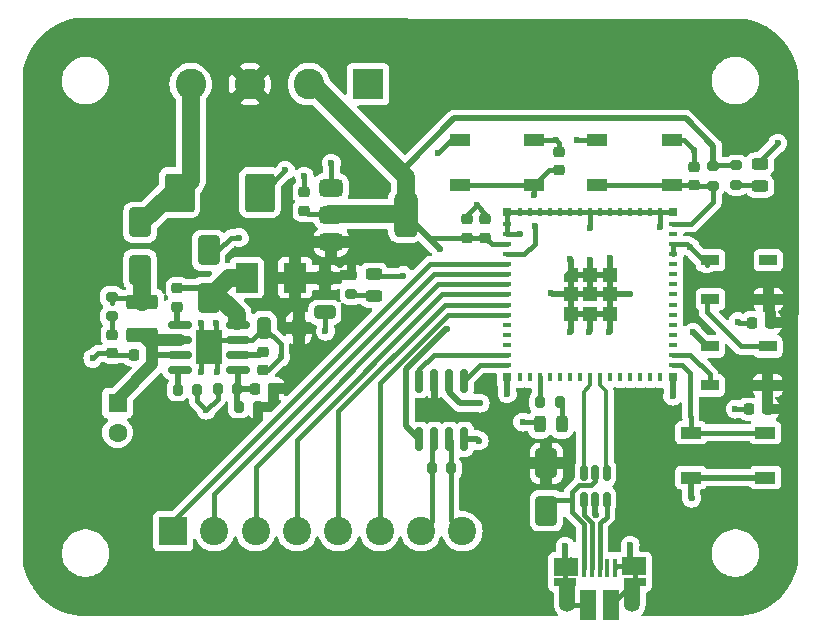
<source format=gbr>
%TF.GenerationSoftware,KiCad,Pcbnew,8.0.5*%
%TF.CreationDate,2024-12-11T15:25:16-08:00*%
%TF.ProjectId,ESP32-Proto,45535033-322d-4507-926f-746f2e6b6963,rev?*%
%TF.SameCoordinates,Original*%
%TF.FileFunction,Copper,L1,Top*%
%TF.FilePolarity,Positive*%
%FSLAX46Y46*%
G04 Gerber Fmt 4.6, Leading zero omitted, Abs format (unit mm)*
G04 Created by KiCad (PCBNEW 8.0.5) date 2024-12-11 15:25:16*
%MOMM*%
%LPD*%
G01*
G04 APERTURE LIST*
G04 Aperture macros list*
%AMRoundRect*
0 Rectangle with rounded corners*
0 $1 Rounding radius*
0 $2 $3 $4 $5 $6 $7 $8 $9 X,Y pos of 4 corners*
0 Add a 4 corners polygon primitive as box body*
4,1,4,$2,$3,$4,$5,$6,$7,$8,$9,$2,$3,0*
0 Add four circle primitives for the rounded corners*
1,1,$1+$1,$2,$3*
1,1,$1+$1,$4,$5*
1,1,$1+$1,$6,$7*
1,1,$1+$1,$8,$9*
0 Add four rect primitives between the rounded corners*
20,1,$1+$1,$2,$3,$4,$5,0*
20,1,$1+$1,$4,$5,$6,$7,0*
20,1,$1+$1,$6,$7,$8,$9,0*
20,1,$1+$1,$8,$9,$2,$3,0*%
%AMFreePoly0*
4,1,6,0.600000,-0.600000,-0.600000,-0.600000,-0.600000,0.000000,0.000000,0.600000,0.600000,0.600000,0.600000,-0.600000,0.600000,-0.600000,$1*%
G04 Aperture macros list end*
%TA.AperFunction,ComponentPad*%
%ADD10C,1.600000*%
%TD*%
%TA.AperFunction,ComponentPad*%
%ADD11R,1.600000X1.600000*%
%TD*%
%TA.AperFunction,SMDPad,CuDef*%
%ADD12RoundRect,0.250000X0.325000X0.650000X-0.325000X0.650000X-0.325000X-0.650000X0.325000X-0.650000X0*%
%TD*%
%TA.AperFunction,SMDPad,CuDef*%
%ADD13RoundRect,0.200000X-0.200000X-0.275000X0.200000X-0.275000X0.200000X0.275000X-0.200000X0.275000X0*%
%TD*%
%TA.AperFunction,ComponentPad*%
%ADD14C,2.400000*%
%TD*%
%TA.AperFunction,ComponentPad*%
%ADD15R,2.400000X2.400000*%
%TD*%
%TA.AperFunction,SMDPad,CuDef*%
%ADD16RoundRect,0.243750X-0.243750X-0.456250X0.243750X-0.456250X0.243750X0.456250X-0.243750X0.456250X0*%
%TD*%
%TA.AperFunction,SMDPad,CuDef*%
%ADD17RoundRect,0.200000X-0.275000X0.200000X-0.275000X-0.200000X0.275000X-0.200000X0.275000X0.200000X0*%
%TD*%
%TA.AperFunction,SMDPad,CuDef*%
%ADD18RoundRect,0.243750X-0.456250X0.243750X-0.456250X-0.243750X0.456250X-0.243750X0.456250X0.243750X0*%
%TD*%
%TA.AperFunction,SMDPad,CuDef*%
%ADD19RoundRect,0.375000X-0.625000X-0.375000X0.625000X-0.375000X0.625000X0.375000X-0.625000X0.375000X0*%
%TD*%
%TA.AperFunction,SMDPad,CuDef*%
%ADD20RoundRect,0.500000X-0.500000X-1.400000X0.500000X-1.400000X0.500000X1.400000X-0.500000X1.400000X0*%
%TD*%
%TA.AperFunction,SMDPad,CuDef*%
%ADD21R,1.700000X1.000000*%
%TD*%
%TA.AperFunction,SMDPad,CuDef*%
%ADD22RoundRect,0.250000X-0.650000X1.000000X-0.650000X-1.000000X0.650000X-1.000000X0.650000X1.000000X0*%
%TD*%
%TA.AperFunction,SMDPad,CuDef*%
%ADD23R,1.900000X2.500000*%
%TD*%
%TA.AperFunction,SMDPad,CuDef*%
%ADD24RoundRect,0.225000X0.250000X-0.225000X0.250000X0.225000X-0.250000X0.225000X-0.250000X-0.225000X0*%
%TD*%
%TA.AperFunction,SMDPad,CuDef*%
%ADD25RoundRect,0.200000X0.275000X-0.200000X0.275000X0.200000X-0.275000X0.200000X-0.275000X-0.200000X0*%
%TD*%
%TA.AperFunction,SMDPad,CuDef*%
%ADD26R,1.500000X0.900000*%
%TD*%
%TA.AperFunction,SMDPad,CuDef*%
%ADD27RoundRect,0.225000X-0.250000X0.225000X-0.250000X-0.225000X0.250000X-0.225000X0.250000X0.225000X0*%
%TD*%
%TA.AperFunction,SMDPad,CuDef*%
%ADD28RoundRect,0.200000X0.200000X0.275000X-0.200000X0.275000X-0.200000X-0.275000X0.200000X-0.275000X0*%
%TD*%
%TA.AperFunction,SMDPad,CuDef*%
%ADD29R,0.400000X1.650000*%
%TD*%
%TA.AperFunction,SMDPad,CuDef*%
%ADD30R,1.825000X0.700000*%
%TD*%
%TA.AperFunction,SMDPad,CuDef*%
%ADD31R,2.000000X1.500000*%
%TD*%
%TA.AperFunction,SMDPad,CuDef*%
%ADD32R,1.350000X2.000000*%
%TD*%
%TA.AperFunction,ComponentPad*%
%ADD33O,1.350000X1.700000*%
%TD*%
%TA.AperFunction,ComponentPad*%
%ADD34O,1.100000X1.500000*%
%TD*%
%TA.AperFunction,SMDPad,CuDef*%
%ADD35R,1.430000X2.500000*%
%TD*%
%TA.AperFunction,SMDPad,CuDef*%
%ADD36RoundRect,0.250000X0.650000X-1.000000X0.650000X1.000000X-0.650000X1.000000X-0.650000X-1.000000X0*%
%TD*%
%TA.AperFunction,HeatsinkPad*%
%ADD37R,2.290000X3.000000*%
%TD*%
%TA.AperFunction,SMDPad,CuDef*%
%ADD38RoundRect,0.150000X-0.825000X-0.150000X0.825000X-0.150000X0.825000X0.150000X-0.825000X0.150000X0*%
%TD*%
%TA.AperFunction,SMDPad,CuDef*%
%ADD39RoundRect,0.250000X-1.075000X0.375000X-1.075000X-0.375000X1.075000X-0.375000X1.075000X0.375000X0*%
%TD*%
%TA.AperFunction,SMDPad,CuDef*%
%ADD40RoundRect,0.225000X-0.225000X-0.250000X0.225000X-0.250000X0.225000X0.250000X-0.225000X0.250000X0*%
%TD*%
%TA.AperFunction,ComponentPad*%
%ADD41C,2.600000*%
%TD*%
%TA.AperFunction,ComponentPad*%
%ADD42R,2.600000X2.600000*%
%TD*%
%TA.AperFunction,SMDPad,CuDef*%
%ADD43RoundRect,0.150000X0.150000X-0.512500X0.150000X0.512500X-0.150000X0.512500X-0.150000X-0.512500X0*%
%TD*%
%TA.AperFunction,SMDPad,CuDef*%
%ADD44RoundRect,0.250000X1.000000X-1.400000X1.000000X1.400000X-1.000000X1.400000X-1.000000X-1.400000X0*%
%TD*%
%TA.AperFunction,SMDPad,CuDef*%
%ADD45RoundRect,0.150000X-0.150000X0.825000X-0.150000X-0.825000X0.150000X-0.825000X0.150000X0.825000X0*%
%TD*%
%TA.AperFunction,SMDPad,CuDef*%
%ADD46R,0.800000X0.800000*%
%TD*%
%TA.AperFunction,SMDPad,CuDef*%
%ADD47R,1.200000X1.200000*%
%TD*%
%TA.AperFunction,SMDPad,CuDef*%
%ADD48FreePoly0,0.000000*%
%TD*%
%TA.AperFunction,SMDPad,CuDef*%
%ADD49R,0.400000X0.800000*%
%TD*%
%TA.AperFunction,SMDPad,CuDef*%
%ADD50R,0.800000X0.400000*%
%TD*%
%TA.AperFunction,SMDPad,CuDef*%
%ADD51RoundRect,0.225000X0.225000X0.250000X-0.225000X0.250000X-0.225000X-0.250000X0.225000X-0.250000X0*%
%TD*%
%TA.AperFunction,SMDPad,CuDef*%
%ADD52RoundRect,0.250000X-0.650000X0.325000X-0.650000X-0.325000X0.650000X-0.325000X0.650000X0.325000X0*%
%TD*%
%TA.AperFunction,ViaPad*%
%ADD53C,0.600000*%
%TD*%
%TA.AperFunction,Conductor*%
%ADD54C,0.400000*%
%TD*%
%TA.AperFunction,Conductor*%
%ADD55C,0.500000*%
%TD*%
%TA.AperFunction,Conductor*%
%ADD56C,1.500000*%
%TD*%
%TA.AperFunction,Conductor*%
%ADD57C,1.000000*%
%TD*%
%TA.AperFunction,Conductor*%
%ADD58C,0.300000*%
%TD*%
G04 APERTURE END LIST*
D10*
%TO.P,C2,2*%
%TO.N,GND*%
X124700000Y-104800000D03*
D11*
%TO.P,C2,1*%
%TO.N,Net-(U3-EN)*%
X124700000Y-102300000D03*
%TD*%
D12*
%TO.P,C11,2*%
%TO.N,GND*%
X137100000Y-95925000D03*
%TO.P,C11,1*%
%TO.N,+5V*%
X140050000Y-95925000D03*
%TD*%
D13*
%TO.P,R3,2*%
%TO.N,GND*%
X131425000Y-101175000D03*
%TO.P,R3,1*%
%TO.N,Net-(U3-RT)*%
X129775000Y-101175000D03*
%TD*%
D14*
%TO.P,J5,8,Pin_8*%
%TO.N,CANH*%
X153900000Y-113150000D03*
%TO.P,J5,7,Pin_7*%
%TO.N,CANL*%
X150400000Y-113150000D03*
%TO.P,J5,6,Pin_6*%
%TO.N,GPIO6{slash}ADC5*%
X146900000Y-113150000D03*
%TO.P,J5,5,Pin_5*%
%TO.N,GPIO5{slash}ADC4*%
X143400000Y-113150000D03*
%TO.P,J5,4,Pin_4*%
%TO.N,GPIO4{slash}ADC3*%
X139900000Y-113150000D03*
%TO.P,J5,3,Pin_3*%
%TO.N,GPIO3{slash}ADC2*%
X136400000Y-113150000D03*
%TO.P,J5,2,Pin_2*%
%TO.N,GPIO2{slash}ADC1*%
X132900000Y-113150000D03*
D15*
%TO.P,J5,1,Pin_1*%
%TO.N,GPIO1{slash}ADC0*%
X129400000Y-113150000D03*
%TD*%
D16*
%TO.P,D9,2,A*%
%TO.N,Net-(D9-A)*%
X162300000Y-104100000D03*
%TO.P,D9,1,K*%
%TO.N,GND*%
X160425000Y-104100000D03*
%TD*%
D17*
%TO.P,R7,2*%
%TO.N,Net-(D7-A)*%
X144500000Y-93100000D03*
%TO.P,R7,1*%
%TO.N,+5V*%
X144500000Y-91450000D03*
%TD*%
D18*
%TO.P,D7,2,A*%
%TO.N,Net-(D7-A)*%
X146400000Y-93262500D03*
%TO.P,D7,1,K*%
%TO.N,GND*%
X146400000Y-91387500D03*
%TD*%
D19*
%TO.P,U4,3,VI*%
%TO.N,+5V*%
X142798000Y-88660000D03*
D20*
%TO.P,U4,2,VO*%
%TO.N,+3.3V*%
X149098000Y-86360000D03*
D19*
X142798000Y-86360000D03*
%TO.P,U4,1,GND*%
%TO.N,GND*%
X142798000Y-84060000D03*
%TD*%
D21*
%TO.P,SW3,2,2*%
%TO.N,GPIO1*%
X173250000Y-104800000D03*
X179550000Y-104800000D03*
%TO.P,SW3,1,1*%
%TO.N,GND*%
X173250000Y-108600000D03*
X179550000Y-108600000D03*
%TD*%
D22*
%TO.P,D6,2,A*%
%TO.N,VBUS*%
X161000000Y-111400000D03*
%TO.P,D6,1,K*%
%TO.N,+5V*%
X161000000Y-107400000D03*
%TD*%
D23*
%TO.P,L2,2,2*%
%TO.N,+5V*%
X139750000Y-91675000D03*
%TO.P,L2,1,1*%
%TO.N,Net-(D5-K)*%
X135650000Y-91675000D03*
%TD*%
D24*
%TO.P,C6,2*%
%TO.N,GND*%
X162050000Y-81025000D03*
%TO.P,C6,1*%
%TO.N,Net-(U1-GPIO0{slash}BOOT)*%
X162050000Y-82575000D03*
%TD*%
D25*
%TO.P,R8,2*%
%TO.N,+3.3V*%
X177100000Y-82175000D03*
%TO.P,R8,1*%
%TO.N,Net-(D8-A)*%
X177100000Y-83825000D03*
%TD*%
D26*
%TO.P,D2,4,DIN*%
%TO.N,DATA IN*%
X174850000Y-100800000D03*
%TO.P,D2,3,VSS*%
%TO.N,GND*%
X174850000Y-97500000D03*
%TO.P,D2,2,DOUT*%
%TO.N,Net-(D1-DIN)*%
X179750000Y-97500000D03*
%TO.P,D2,1,VDD*%
%TO.N,+5V*%
X179750000Y-100800000D03*
%TD*%
D27*
%TO.P,C8,2*%
%TO.N,GND*%
X137050000Y-99500000D03*
%TO.P,C8,1*%
%TO.N,Net-(U3-SS)*%
X137050000Y-97950000D03*
%TD*%
D24*
%TO.P,C5,2*%
%TO.N,GND*%
X154250000Y-86750000D03*
%TO.P,C5,1*%
%TO.N,+3.3V*%
X154250000Y-88300000D03*
%TD*%
D28*
%TO.P,R4,2*%
%TO.N,GND*%
X133175000Y-101125000D03*
%TO.P,R4,1*%
%TO.N,Net-(U3-FB)*%
X134825000Y-101125000D03*
%TD*%
D29*
%TO.P,J3,1,VBUS*%
%TO.N,VBUS*%
X164220000Y-116250000D03*
%TO.P,J3,2,D-*%
%TO.N,Net-(J3-D-)*%
X164870000Y-116250000D03*
%TO.P,J3,3,D+*%
%TO.N,Net-(J3-D+)*%
X165520000Y-116250000D03*
%TO.P,J3,4,ID*%
%TO.N,unconnected-(J3-ID-Pad4)*%
X166170000Y-116250000D03*
%TO.P,J3,5,GND*%
%TO.N,GND*%
X166820000Y-116250000D03*
D30*
%TO.P,J3,6,Shield*%
X162570000Y-117450000D03*
D31*
X162670000Y-116150000D03*
D32*
X162790000Y-118200000D03*
D33*
X162790000Y-119130000D03*
D34*
X163100000Y-116130000D03*
D35*
X164560000Y-119400000D03*
X166480000Y-119400000D03*
D34*
X167940000Y-116130000D03*
D33*
X168250000Y-119130000D03*
D32*
X168270000Y-118200000D03*
D31*
X168420000Y-116130000D03*
D30*
X168520000Y-117450000D03*
%TD*%
D17*
%TO.P,R2,2*%
%TO.N,Net-(C1-Pad1)*%
X124200000Y-94950000D03*
%TO.P,R2,1*%
%TO.N,Net-(D4-K)*%
X124200000Y-93300000D03*
%TD*%
D36*
%TO.P,D4,2,A*%
%TO.N,+12V*%
X126600000Y-87000000D03*
%TO.P,D4,1,K*%
%TO.N,Net-(D4-K)*%
X126600000Y-91000000D03*
%TD*%
D37*
%TO.P,U3,9,GND*%
%TO.N,GND*%
X132425000Y-97580000D03*
D38*
%TO.P,U3,8,SW*%
%TO.N,Net-(D5-K)*%
X134900000Y-95675000D03*
%TO.P,U3,7,GND*%
%TO.N,GND*%
X134900000Y-96945000D03*
%TO.P,U3,6,SS*%
%TO.N,Net-(U3-SS)*%
X134900000Y-98215000D03*
%TO.P,U3,5,FB*%
%TO.N,Net-(U3-FB)*%
X134900000Y-99485000D03*
%TO.P,U3,4,RT*%
%TO.N,Net-(U3-RT)*%
X129950000Y-99485000D03*
%TO.P,U3,3,EN*%
%TO.N,Net-(U3-EN)*%
X129950000Y-98215000D03*
%TO.P,U3,2,VIN*%
X129950000Y-96945000D03*
%TO.P,U3,1,BOOT*%
%TO.N,Net-(U3-BOOT)*%
X129950000Y-95675000D03*
%TD*%
D39*
%TO.P,L1,2,2*%
%TO.N,Net-(U3-EN)*%
X126800000Y-96525000D03*
%TO.P,L1,1,1*%
%TO.N,Net-(D4-K)*%
X126800000Y-93725000D03*
%TD*%
D24*
%TO.P,C4,2*%
%TO.N,GND*%
X155850000Y-86750000D03*
%TO.P,C4,1*%
%TO.N,+3.3V*%
X155850000Y-88300000D03*
%TD*%
%TO.P,C3,2*%
%TO.N,GND*%
X173500000Y-82275000D03*
%TO.P,C3,1*%
%TO.N,Net-(U1-EN)*%
X173500000Y-83825000D03*
%TD*%
D40*
%TO.P,C14,2*%
%TO.N,+5V*%
X179750000Y-102800000D03*
%TO.P,C14,1*%
%TO.N,GND*%
X178200000Y-102800000D03*
%TD*%
D41*
%TO.P,J1,4,Pin_4*%
%TO.N,+12V*%
X130900000Y-75300000D03*
%TO.P,J1,3,Pin_3*%
%TO.N,+5V*%
X135900000Y-75300000D03*
%TO.P,J1,2,Pin_2*%
%TO.N,+3.3V*%
X140900000Y-75300000D03*
D42*
%TO.P,J1,1,Pin_1*%
%TO.N,GND*%
X145900000Y-75300000D03*
%TD*%
D17*
%TO.P,R1,2*%
%TO.N,Net-(U1-EN)*%
X175150000Y-83875000D03*
%TO.P,R1,1*%
%TO.N,+3.3V*%
X175150000Y-82225000D03*
%TD*%
D24*
%TO.P,C9,2*%
%TO.N,Net-(D5-K)*%
X129750000Y-92575000D03*
%TO.P,C9,1*%
%TO.N,Net-(U3-BOOT)*%
X129750000Y-94125000D03*
%TD*%
D43*
%TO.P,U2,6,I/O1*%
%TO.N,USB_N*%
X164200000Y-108200000D03*
%TO.P,U2,5,VBUS*%
%TO.N,VBUS*%
X165150000Y-108200000D03*
%TO.P,U2,4,I/O2*%
%TO.N,USB_P*%
X166100000Y-108200000D03*
%TO.P,U2,3,I/O2*%
%TO.N,Net-(J3-D+)*%
X166100000Y-110475000D03*
%TO.P,U2,2,GND*%
%TO.N,GND*%
X165150000Y-110475000D03*
%TO.P,U2,1,I/O1*%
%TO.N,Net-(J3-D-)*%
X164200000Y-110475000D03*
%TD*%
D36*
%TO.P,D5,2,A*%
%TO.N,GND*%
X132400000Y-89375000D03*
%TO.P,D5,1,K*%
%TO.N,Net-(D5-K)*%
X132400000Y-93375000D03*
%TD*%
D24*
%TO.P,C13,2*%
%TO.N,GND*%
X140500000Y-84450000D03*
%TO.P,C13,1*%
%TO.N,+3.3V*%
X140500000Y-86000000D03*
%TD*%
D44*
%TO.P,D3,2,A2*%
%TO.N,GND*%
X136750000Y-84475000D03*
%TO.P,D3,1,A1*%
%TO.N,+12V*%
X129950000Y-84475000D03*
%TD*%
D18*
%TO.P,D8,2,A*%
%TO.N,Net-(D8-A)*%
X179100000Y-83937500D03*
%TO.P,D8,1,K*%
%TO.N,GND*%
X179100000Y-82062500D03*
%TD*%
D45*
%TO.P,U5,8,S*%
%TO.N,GND*%
X154050000Y-105350000D03*
%TO.P,U5,7,CANH*%
%TO.N,CANH*%
X152780000Y-105350000D03*
%TO.P,U5,6,CANL*%
%TO.N,CANL*%
X151510000Y-105350000D03*
%TO.P,U5,5,VIO*%
%TO.N,+3.3V*%
X150240000Y-105350000D03*
%TO.P,U5,4,RXD*%
%TO.N,RX*%
X150240000Y-100400000D03*
%TO.P,U5,3,VCC*%
%TO.N,+5V*%
X151510000Y-100400000D03*
%TO.P,U5,2,GND*%
%TO.N,GND*%
X152780000Y-100400000D03*
%TO.P,U5,1,TXD*%
%TO.N,TX*%
X154050000Y-100400000D03*
%TD*%
D46*
%TO.P,U1,65,GND*%
%TO.N,GND*%
X171700000Y-86100000D03*
%TO.P,U1,64,GND*%
X171700000Y-100100000D03*
%TO.P,U1,63,GND*%
X157700000Y-100100000D03*
%TO.P,U1,62,GND*%
X157700000Y-86100000D03*
D47*
%TO.P,U1,61,GND*%
X166350000Y-94750000D03*
X166350000Y-93100000D03*
X166350000Y-91450000D03*
X164700000Y-94750000D03*
X164700000Y-93100000D03*
X164700000Y-91450000D03*
X163050000Y-94750000D03*
X163050000Y-93100000D03*
D48*
X163050000Y-91450000D03*
D49*
%TO.P,U1,60,GND*%
X158750000Y-86100000D03*
%TO.P,U1,59,GND*%
X159600000Y-86100000D03*
%TO.P,U1,58,GND*%
X160450000Y-86100000D03*
%TO.P,U1,57,GND*%
X161300000Y-86100000D03*
%TO.P,U1,56,GND*%
X162150000Y-86100000D03*
%TO.P,U1,55,GND*%
X163000000Y-86100000D03*
%TO.P,U1,54,GND*%
X163850000Y-86100000D03*
%TO.P,U1,53,GND*%
X164700000Y-86100000D03*
%TO.P,U1,52,GND*%
X165550000Y-86100000D03*
%TO.P,U1,51,GND*%
X166400000Y-86100000D03*
%TO.P,U1,50,GND*%
X167250000Y-86100000D03*
%TO.P,U1,49,GND*%
X168100000Y-86100000D03*
%TO.P,U1,48,GND*%
X168950000Y-86100000D03*
%TO.P,U1,47,GND*%
X169800000Y-86100000D03*
%TO.P,U1,46,GND*%
X170650000Y-86100000D03*
D50*
%TO.P,U1,45,EN*%
%TO.N,Net-(U1-EN)*%
X171700000Y-87150000D03*
%TO.P,U1,44,GPIO46*%
%TO.N,unconnected-(U1-GPIO46-Pad44)*%
X171700000Y-88000000D03*
%TO.P,U1,43,GND*%
%TO.N,GND*%
X171700000Y-88850000D03*
%TO.P,U1,42,GND*%
X171700000Y-89700000D03*
%TO.P,U1,41,GPIO45*%
%TO.N,unconnected-(U1-GPIO45-Pad41)*%
X171700000Y-90550000D03*
%TO.P,U1,40,U0RXD/GPIO44/CLK_OUT2*%
%TO.N,unconnected-(U1-U0RXD{slash}GPIO44{slash}CLK_OUT2-Pad40)*%
X171700000Y-91400000D03*
%TO.P,U1,39,U0TXD/GPIO43/CLK_OUT1*%
%TO.N,unconnected-(U1-U0TXD{slash}GPIO43{slash}CLK_OUT1-Pad39)*%
X171700000Y-92250000D03*
%TO.P,U1,38,MTMS/GPIO42*%
%TO.N,unconnected-(U1-MTMS{slash}GPIO42-Pad38)*%
X171700000Y-93100000D03*
%TO.P,U1,37,MTDI/GPIO41/CLK_OUT1*%
%TO.N,unconnected-(U1-MTDI{slash}GPIO41{slash}CLK_OUT1-Pad37)*%
X171700000Y-93950000D03*
%TO.P,U1,36,MTDO/GPIO40/CLK_OUT2*%
%TO.N,unconnected-(U1-MTDO{slash}GPIO40{slash}CLK_OUT2-Pad36)*%
X171700000Y-94800000D03*
%TO.P,U1,35,MTCK/GPIO39/CLK_OUT3/SUBSPICS1*%
%TO.N,unconnected-(U1-MTCK{slash}GPIO39{slash}CLK_OUT3{slash}SUBSPICS1-Pad35)*%
X171700000Y-95650000D03*
%TO.P,U1,34,GPIO38/FSPIWP/SUBSPIWP*%
%TO.N,unconnected-(U1-GPIO38{slash}FSPIWP{slash}SUBSPIWP-Pad34)*%
X171700000Y-96500000D03*
%TO.P,U1,33,SPIDQS/GPIO37/FSPIQ/SUBSPIQ*%
%TO.N,unconnected-(U1-SPIDQS{slash}GPIO37{slash}FSPIQ{slash}SUBSPIQ-Pad33)*%
X171700000Y-97350000D03*
%TO.P,U1,32,SPIIO7/GPIO36/FSPICLK/SUBSPICLK*%
%TO.N,DATA IN*%
X171700000Y-98200000D03*
%TO.P,U1,31,SPIIO6/GPIO35/FSPID/SUBSPID*%
%TO.N,GPIO1*%
X171700000Y-99050000D03*
D49*
%TO.P,U1,30,GPIO48/SPICLK_N/SUBSPICLK_N_DIFF*%
%TO.N,unconnected-(U1-GPIO48{slash}SPICLK_N{slash}SUBSPICLK_N_DIFF-Pad30)*%
X170650000Y-100100000D03*
%TO.P,U1,29,SPIIO5/GPIO34/FSPICS0/SUBSPICS0*%
%TO.N,unconnected-(U1-SPIIO5{slash}GPIO34{slash}FSPICS0{slash}SUBSPICS0-Pad29)*%
X169800000Y-100100000D03*
%TO.P,U1,28,SPIIO4/GPIO33/FSPIHD/SUBSPIHD*%
%TO.N,unconnected-(U1-SPIIO4{slash}GPIO33{slash}FSPIHD{slash}SUBSPIHD-Pad28)*%
X168950000Y-100100000D03*
%TO.P,U1,27,GPIO47/SPICLK_P/SUBSPICLK_P_DIFF*%
%TO.N,unconnected-(U1-GPIO47{slash}SPICLK_P{slash}SUBSPICLK_P_DIFF-Pad27)*%
X168100000Y-100100000D03*
%TO.P,U1,26,GPIO26*%
%TO.N,unconnected-(U1-GPIO26-Pad26)*%
X167250000Y-100100000D03*
%TO.P,U1,25,GPIO21*%
%TO.N,unconnected-(U1-GPIO21-Pad25)*%
X166400000Y-100100000D03*
%TO.P,U1,24,GPIO20/U1CTS/ADC2_CH9/CLK_OUT1/USB_D+*%
%TO.N,USB_P*%
X165550000Y-100100000D03*
%TO.P,U1,23,GPIO19/U1RTS/ADC2_CH8/CLK_OUT2/USB_D-*%
%TO.N,USB_N*%
X164700000Y-100100000D03*
%TO.P,U1,22,GPIO18/U1RXD/ADC2_CH7/CLK_OUT3*%
%TO.N,unconnected-(U1-GPIO18{slash}U1RXD{slash}ADC2_CH7{slash}CLK_OUT3-Pad22)*%
X163850000Y-100100000D03*
%TO.P,U1,21,GPIO17/U1TXD/ADC2_CH6*%
%TO.N,unconnected-(U1-GPIO17{slash}U1TXD{slash}ADC2_CH6-Pad21)*%
X163000000Y-100100000D03*
%TO.P,U1,20,GPIO16/U0CTS/ADC2_CH5/XTAL_32K_N*%
%TO.N,unconnected-(U1-GPIO16{slash}U0CTS{slash}ADC2_CH5{slash}XTAL_32K_N-Pad20)*%
X162150000Y-100100000D03*
%TO.P,U1,19,GPIO15/U0RTS/ADC2_CH4/XTAL_32K_P*%
%TO.N,unconnected-(U1-GPIO15{slash}U0RTS{slash}ADC2_CH4{slash}XTAL_32K_P-Pad19)*%
X161300000Y-100100000D03*
%TO.P,U1,18,GPIO14/TOUCH14/ADC2_CH3/FSPIWP/FSPIDQS/SUBSPIWP*%
%TO.N,Net-(U1-GPIO14{slash}TOUCH14{slash}ADC2_CH3{slash}FSPIWP{slash}FSPIDQS{slash}SUBSPIWP)*%
X160450000Y-100100000D03*
%TO.P,U1,17,GPIO13/TOUCH13/ADC2_CH2/FSPIQ/FSPIIO7/SUBSPIQ*%
%TO.N,unconnected-(U1-GPIO13{slash}TOUCH13{slash}ADC2_CH2{slash}FSPIQ{slash}FSPIIO7{slash}SUBSPIQ-Pad17)*%
X159600000Y-100100000D03*
%TO.P,U1,16,GPIO12/TOUCH12/ADC2_CH1/FSPICLK/FSPIIO6/SUBSPICLK*%
%TO.N,unconnected-(U1-GPIO12{slash}TOUCH12{slash}ADC2_CH1{slash}FSPICLK{slash}FSPIIO6{slash}SUBSPICLK-Pad16)*%
X158750000Y-100100000D03*
D50*
%TO.P,U1,15,GPIO11/TOUCH11/ADC2_CH0/FSPID/FSPIIO5/SUBSPID*%
%TO.N,TX*%
X157700000Y-99050000D03*
%TO.P,U1,14,GPIO10/TOUCH10/ADC1_CH9/FSPICS0/FSPIIO4/SUBSPICS0*%
%TO.N,RX*%
X157700000Y-98200000D03*
%TO.P,U1,13,GPIO9/TOUCH9/ADC1_CH8/FSPIHD/SUBSPIHD*%
%TO.N,unconnected-(U1-GPIO9{slash}TOUCH9{slash}ADC1_CH8{slash}FSPIHD{slash}SUBSPIHD-Pad13)*%
X157700000Y-97350000D03*
%TO.P,U1,12,GPIO8/TOUCH8/ADC1_CH7/SUBSPICS1*%
%TO.N,unconnected-(U1-GPIO8{slash}TOUCH8{slash}ADC1_CH7{slash}SUBSPICS1-Pad12)*%
X157700000Y-96500000D03*
%TO.P,U1,11,GPIO7/TOUCH7/ADC1_CH6*%
%TO.N,unconnected-(U1-GPIO7{slash}TOUCH7{slash}ADC1_CH6-Pad11)*%
X157700000Y-95650000D03*
%TO.P,U1,10,GPIO6/TOUCH6/ADC1_CH5*%
%TO.N,GPIO6{slash}ADC5*%
X157700000Y-94800000D03*
%TO.P,U1,9,GPIO5/TOUCH5/ADC1_CH4*%
%TO.N,GPIO5{slash}ADC4*%
X157700000Y-93950000D03*
%TO.P,U1,8,GPIO4/TOUCH4/ADC1_CH3*%
%TO.N,GPIO4{slash}ADC3*%
X157700000Y-93100000D03*
%TO.P,U1,7,GPIO3/TOUCH3/ADC1_CH2*%
%TO.N,GPIO3{slash}ADC2*%
X157700000Y-92250000D03*
%TO.P,U1,6,GPIO2/TOUCH2/ADC1_CH1*%
%TO.N,GPIO2{slash}ADC1*%
X157700000Y-91400000D03*
%TO.P,U1,5,GPIO1/TOUCH1/ADC1_CH0*%
%TO.N,GPIO1{slash}ADC0*%
X157700000Y-90550000D03*
%TO.P,U1,4,GPIO0/BOOT*%
%TO.N,Net-(U1-GPIO0{slash}BOOT)*%
X157700000Y-89700000D03*
%TO.P,U1,3,3V3*%
%TO.N,+3.3V*%
X157700000Y-88850000D03*
%TO.P,U1,2,GND*%
%TO.N,GND*%
X157700000Y-88000000D03*
%TO.P,U1,1,GND*%
X157700000Y-87150000D03*
%TD*%
D21*
%TO.P,SW1,2,2*%
%TO.N,GND*%
X165300000Y-80050000D03*
X171600000Y-80050000D03*
%TO.P,SW1,1,1*%
%TO.N,Net-(U1-EN)*%
X165300000Y-83850000D03*
X171600000Y-83850000D03*
%TD*%
D51*
%TO.P,C15,2*%
%TO.N,GND*%
X178450000Y-95500000D03*
%TO.P,C15,1*%
%TO.N,+5V*%
X180000000Y-95500000D03*
%TD*%
%TO.P,C7,2*%
%TO.N,GND*%
X126100000Y-98225000D03*
%TO.P,C7,1*%
%TO.N,Net-(U3-EN)*%
X127650000Y-98225000D03*
%TD*%
%TO.P,C10,2*%
%TO.N,Net-(U3-FB)*%
X136350000Y-101075000D03*
%TO.P,C10,1*%
%TO.N,+5V*%
X137900000Y-101075000D03*
%TD*%
D26*
%TO.P,D1,4,DIN*%
%TO.N,Net-(D1-DIN)*%
X174900000Y-93500000D03*
%TO.P,D1,3,VSS*%
%TO.N,GND*%
X174900000Y-90200000D03*
%TO.P,D1,2,DOUT*%
%TO.N,unconnected-(D1-DOUT-Pad2)*%
X179800000Y-90200000D03*
%TO.P,D1,1,VDD*%
%TO.N,+5V*%
X179800000Y-93500000D03*
%TD*%
D27*
%TO.P,C1,2*%
%TO.N,GND*%
X124250000Y-98050000D03*
%TO.P,C1,1*%
%TO.N,Net-(C1-Pad1)*%
X124250000Y-96500000D03*
%TD*%
D21*
%TO.P,SW2,2,2*%
%TO.N,GND*%
X153675000Y-80000000D03*
X159975000Y-80000000D03*
%TO.P,SW2,1,1*%
%TO.N,Net-(U1-GPIO0{slash}BOOT)*%
X153675000Y-83800000D03*
X159975000Y-83800000D03*
%TD*%
D13*
%TO.P,R9,2*%
%TO.N,Net-(D9-A)*%
X162125000Y-102200000D03*
%TO.P,R9,1*%
%TO.N,Net-(U1-GPIO14{slash}TOUCH14{slash}ADC2_CH3{slash}FSPIWP{slash}FSPIDQS{slash}SUBSPIWP)*%
X160475000Y-102200000D03*
%TD*%
D52*
%TO.P,C12,2*%
%TO.N,GND*%
X142250000Y-94625000D03*
%TO.P,C12,1*%
%TO.N,+5V*%
X142250000Y-91675000D03*
%TD*%
D13*
%TO.P,R6,2*%
%TO.N,CANH*%
X152945000Y-107825000D03*
%TO.P,R6,1*%
%TO.N,CANL*%
X151295000Y-107825000D03*
%TD*%
%TO.P,R5,2*%
%TO.N,+5V*%
X136600000Y-102625000D03*
%TO.P,R5,1*%
%TO.N,Net-(U3-FB)*%
X134950000Y-102625000D03*
%TD*%
D53*
%TO.N,GND*%
X168100000Y-114330000D03*
X164600000Y-96300000D03*
X173500000Y-80900000D03*
X173400000Y-96300000D03*
X131800000Y-95500000D03*
X140500000Y-83100000D03*
X161800000Y-80000000D03*
X155400000Y-102300000D03*
X161400000Y-93000000D03*
X155100000Y-85500000D03*
X142300000Y-96200000D03*
X142800000Y-82000000D03*
X163000000Y-96300000D03*
X133000000Y-95500000D03*
X138500000Y-98400000D03*
X158800000Y-88000000D03*
X168100000Y-93100000D03*
X148900000Y-91500000D03*
X180600000Y-80300000D03*
X166300000Y-96300000D03*
X132200000Y-102900000D03*
X163000000Y-90100000D03*
X122600000Y-98500000D03*
X155300000Y-105500000D03*
X157700000Y-101500000D03*
X164700000Y-87500000D03*
X151800000Y-81100000D03*
X135000000Y-88300000D03*
X177000000Y-102800000D03*
X159000000Y-103900000D03*
X138900000Y-82600000D03*
X173300000Y-110350000D03*
X163600000Y-80000000D03*
X177200000Y-95400000D03*
X171700000Y-101700000D03*
X173200000Y-89100000D03*
X133100000Y-99700000D03*
X162600000Y-114430000D03*
X165200000Y-111800000D03*
X164700000Y-90200000D03*
X170600000Y-87400000D03*
X166350000Y-90050000D03*
X131800000Y-99700000D03*
%TO.N,+3.3V*%
X152019000Y-89281000D03*
X152600000Y-96000000D03*
%TO.N,Net-(U1-GPIO0{slash}BOOT)*%
X159975000Y-84675000D03*
X160000000Y-87300000D03*
%TD*%
D54*
%TO.N,GND*%
X170650000Y-87350000D02*
X170600000Y-87400000D01*
X172650000Y-80050000D02*
X173500000Y-80900000D01*
X153675000Y-80000000D02*
X152900000Y-80000000D01*
X133060000Y-96945000D02*
X134900000Y-96945000D01*
X140500000Y-83100000D02*
X140500000Y-84450000D01*
X160225000Y-103900000D02*
X160425000Y-104100000D01*
D55*
X164700000Y-91450000D02*
X166350000Y-91450000D01*
D54*
X124425000Y-98225000D02*
X124250000Y-98050000D01*
D55*
X174600000Y-97500000D02*
X174850000Y-97500000D01*
X173250000Y-108600000D02*
X173250000Y-110300000D01*
D54*
X157700000Y-86100000D02*
X157700000Y-88000000D01*
D55*
X164700000Y-94750000D02*
X164700000Y-96200000D01*
D54*
X157700000Y-88000000D02*
X158800000Y-88000000D01*
D55*
X165150000Y-110475000D02*
X165150000Y-111750000D01*
D54*
X134900000Y-96945000D02*
X136080000Y-96945000D01*
D55*
X163050000Y-91450000D02*
X163050000Y-90150000D01*
X166350000Y-94750000D02*
X166350000Y-93100000D01*
D54*
X142250000Y-96150000D02*
X142300000Y-96200000D01*
X137025000Y-84475000D02*
X138900000Y-82600000D01*
X142250000Y-94625000D02*
X142250000Y-96150000D01*
X133000000Y-97005000D02*
X132425000Y-97580000D01*
X137400000Y-99500000D02*
X138500000Y-98400000D01*
D55*
X164700000Y-91450000D02*
X164700000Y-90200000D01*
D54*
X178525000Y-95500000D02*
X177300000Y-95500000D01*
X157700000Y-86100000D02*
X171700000Y-86100000D01*
X163060000Y-119400000D02*
X162790000Y-119130000D01*
X124250000Y-98050000D02*
X123050000Y-98050000D01*
D55*
X164700000Y-93100000D02*
X163050000Y-93100000D01*
D54*
X163650000Y-80050000D02*
X163600000Y-80000000D01*
X179100000Y-81800000D02*
X180600000Y-80300000D01*
X170650000Y-86100000D02*
X170650000Y-87350000D01*
D55*
X166350000Y-94750000D02*
X166350000Y-96250000D01*
D54*
X132200000Y-102900000D02*
X133175000Y-101925000D01*
D55*
X153705001Y-102300000D02*
X155400000Y-102300000D01*
D54*
X136080000Y-96945000D02*
X137100000Y-95925000D01*
X131800000Y-99700000D02*
X131800000Y-98205000D01*
X171700000Y-88850000D02*
X171700000Y-89700000D01*
X174600000Y-90500000D02*
X173200000Y-89100000D01*
X173500000Y-82275000D02*
X173500000Y-80900000D01*
X159000000Y-103900000D02*
X160225000Y-103900000D01*
X178250000Y-102800000D02*
X177000000Y-102800000D01*
X165300000Y-80050000D02*
X163650000Y-80050000D01*
X162050000Y-80250000D02*
X162050000Y-81025000D01*
D55*
X163050000Y-94750000D02*
X163050000Y-96250000D01*
D54*
X131425000Y-102125000D02*
X131425000Y-101175000D01*
X179100000Y-82062500D02*
X179100000Y-81800000D01*
D55*
X166350000Y-93100000D02*
X164700000Y-93100000D01*
D54*
X136750000Y-84475000D02*
X137025000Y-84475000D01*
X162570000Y-117450000D02*
X162570000Y-116250000D01*
X154250000Y-86350000D02*
X155100000Y-85500000D01*
D55*
X164700000Y-93100000D02*
X164700000Y-91450000D01*
D54*
X137100000Y-95925000D02*
X138500000Y-97325000D01*
X138500000Y-97325000D02*
X138500000Y-98400000D01*
D55*
X166350000Y-96250000D02*
X166300000Y-96300000D01*
D54*
X137050000Y-99500000D02*
X137400000Y-99500000D01*
X133175000Y-101925000D02*
X133175000Y-101125000D01*
X133225000Y-89375000D02*
X134300000Y-88300000D01*
D55*
X171700000Y-100100000D02*
X171700000Y-101700000D01*
X152780000Y-101374999D02*
X153705001Y-102300000D01*
D54*
X172950000Y-88850000D02*
X173200000Y-89100000D01*
X132425000Y-97580000D02*
X133060000Y-96945000D01*
X161800000Y-80000000D02*
X159975000Y-80000000D01*
D55*
X163050000Y-93100000D02*
X163050000Y-94750000D01*
X164700000Y-94750000D02*
X166350000Y-94750000D01*
X168100000Y-115810000D02*
X168420000Y-116130000D01*
X164700000Y-96200000D02*
X164600000Y-96300000D01*
D54*
X164700000Y-86100000D02*
X164700000Y-87500000D01*
X177300000Y-95500000D02*
X177200000Y-95400000D01*
X131800000Y-98205000D02*
X132425000Y-97580000D01*
D55*
X157700000Y-101500000D02*
X157700000Y-100100000D01*
X168100000Y-114330000D02*
X168100000Y-115810000D01*
D54*
X148862500Y-91537500D02*
X146300000Y-91537500D01*
D55*
X165150000Y-111750000D02*
X165200000Y-111800000D01*
D54*
X155850000Y-86750000D02*
X155850000Y-86250000D01*
X131800000Y-96955000D02*
X132425000Y-97580000D01*
D55*
X163050000Y-96250000D02*
X163000000Y-96300000D01*
D54*
X174600000Y-90600000D02*
X174600000Y-90500000D01*
X168520000Y-116710000D02*
X167940000Y-116130000D01*
X166940000Y-116130000D02*
X166820000Y-116250000D01*
X171700000Y-88850000D02*
X172950000Y-88850000D01*
D55*
X173400000Y-96300000D02*
X174600000Y-97500000D01*
D54*
X162570000Y-116250000D02*
X162670000Y-116150000D01*
D55*
X155150000Y-105350000D02*
X155300000Y-105500000D01*
D54*
X132400000Y-89375000D02*
X133225000Y-89375000D01*
X164560000Y-119400000D02*
X163060000Y-119400000D01*
D55*
X154050000Y-105350000D02*
X155150000Y-105350000D01*
X173250000Y-108600000D02*
X179550000Y-108600000D01*
X152780000Y-100400000D02*
X152780000Y-101374999D01*
D54*
X155850000Y-86250000D02*
X155100000Y-85500000D01*
D55*
X166350000Y-90050000D02*
X166350000Y-91450000D01*
D54*
X167940000Y-116130000D02*
X166940000Y-116130000D01*
X161800000Y-80000000D02*
X162050000Y-80250000D01*
X171600000Y-80050000D02*
X172650000Y-80050000D01*
X154250000Y-86750000D02*
X154250000Y-86350000D01*
D55*
X166350000Y-93100000D02*
X168100000Y-93100000D01*
D54*
X133100000Y-99700000D02*
X133100000Y-98255000D01*
X152900000Y-80000000D02*
X151800000Y-81100000D01*
D55*
X163050000Y-90150000D02*
X163000000Y-90100000D01*
D54*
X132200000Y-102900000D02*
X131425000Y-102125000D01*
D55*
X163050000Y-94750000D02*
X164700000Y-94750000D01*
D54*
X133000000Y-95500000D02*
X133000000Y-97005000D01*
X167680000Y-118200000D02*
X166480000Y-119400000D01*
X168520000Y-117450000D02*
X168520000Y-116710000D01*
X134300000Y-88300000D02*
X135000000Y-88300000D01*
X168270000Y-118200000D02*
X167680000Y-118200000D01*
X133100000Y-98255000D02*
X132425000Y-97580000D01*
X131800000Y-95500000D02*
X131800000Y-96955000D01*
D55*
X163050000Y-91450000D02*
X164700000Y-91450000D01*
D54*
X126100000Y-98225000D02*
X124425000Y-98225000D01*
D55*
X163050000Y-91450000D02*
X163050000Y-93100000D01*
D54*
X123050000Y-98050000D02*
X122600000Y-98500000D01*
X142798000Y-84060000D02*
X142798000Y-82002000D01*
D55*
X161500000Y-93100000D02*
X161400000Y-93000000D01*
D54*
X142798000Y-82002000D02*
X142800000Y-82000000D01*
D55*
X166350000Y-91450000D02*
X166350000Y-93100000D01*
X163050000Y-93100000D02*
X161500000Y-93100000D01*
D54*
X148900000Y-91500000D02*
X148862500Y-91537500D01*
%TO.N,+3.3V*%
X177100000Y-82175000D02*
X175200000Y-82175000D01*
D56*
X148950000Y-86300000D02*
X142650000Y-86300000D01*
D54*
X155850000Y-88300000D02*
X154250000Y-88300000D01*
D56*
X149098000Y-83148000D02*
X149098000Y-86360000D01*
D54*
X156400000Y-88850000D02*
X157700000Y-88850000D01*
D56*
X141250000Y-75300000D02*
X149098000Y-83148000D01*
D54*
X155850000Y-88300000D02*
X156400000Y-88850000D01*
D56*
X140900000Y-75300000D02*
X141250000Y-75300000D01*
D55*
X149098000Y-86360000D02*
X149098000Y-82327000D01*
X149098000Y-82327000D02*
X153225000Y-78200000D01*
X149100000Y-99400000D02*
X149100000Y-104210000D01*
X172800000Y-78200000D02*
X175150000Y-80550000D01*
X150300000Y-105290000D02*
X150240000Y-105350000D01*
X152500000Y-96000000D02*
X149100000Y-99400000D01*
D54*
X175200000Y-82175000D02*
X175150000Y-82225000D01*
D55*
X153225000Y-78200000D02*
X172800000Y-78200000D01*
X175150000Y-80550000D02*
X175150000Y-82225000D01*
D54*
X142650000Y-86300000D02*
X140800000Y-86300000D01*
X154250000Y-88300000D02*
X150950000Y-88300000D01*
D55*
X149100000Y-104210000D02*
X150240000Y-105350000D01*
D54*
X150950000Y-88300000D02*
X148950000Y-86300000D01*
D55*
X152019000Y-89281000D02*
X149098000Y-86360000D01*
X152600000Y-96000000D02*
X152500000Y-96000000D01*
D54*
X140800000Y-86300000D02*
X140500000Y-86000000D01*
D56*
%TO.N,+12V*%
X130900000Y-83525000D02*
X129950000Y-84475000D01*
X130900000Y-75300000D02*
X130900000Y-83525000D01*
X129300000Y-84475000D02*
X126600000Y-87175000D01*
X129950000Y-84475000D02*
X129300000Y-84475000D01*
D54*
%TO.N,VBUS*%
X164220000Y-112570000D02*
X163200000Y-111550000D01*
X165150000Y-108862499D02*
X165150000Y-108200000D01*
X163200000Y-109850000D02*
X163787500Y-109262500D01*
X163200000Y-111550000D02*
X163200000Y-110550000D01*
X164749999Y-109262500D02*
X165150000Y-108862499D01*
X161000000Y-110500000D02*
X163150000Y-110500000D01*
X163150000Y-110500000D02*
X163200000Y-110550000D01*
X163787500Y-109262500D02*
X164749999Y-109262500D01*
X164220000Y-116250000D02*
X164220000Y-112570000D01*
X163200000Y-110550000D02*
X163200000Y-109850000D01*
%TO.N,Net-(C1-Pad1)*%
X124250000Y-94910000D02*
X124250000Y-96500000D01*
D57*
%TO.N,Net-(U3-EN)*%
X127650000Y-97375000D02*
X127220000Y-96945000D01*
X124750000Y-101922349D02*
X127650000Y-99022349D01*
X127650000Y-99022349D02*
X127650000Y-98225000D01*
X126800000Y-96525000D02*
X127220000Y-96945000D01*
X127220000Y-96945000D02*
X129950000Y-96945000D01*
X127650000Y-98225000D02*
X127650000Y-97375000D01*
D55*
X129950000Y-98215000D02*
X127660000Y-98215000D01*
X127660000Y-98215000D02*
X127650000Y-98225000D01*
%TO.N,Net-(U3-SS)*%
X136785000Y-98215000D02*
X137050000Y-97950000D01*
X134900000Y-98215000D02*
X136785000Y-98215000D01*
D54*
%TO.N,Net-(J3-D+)*%
X165520000Y-116250000D02*
X165520000Y-112480000D01*
X166100000Y-111900000D02*
X166100000Y-110475000D01*
X165520000Y-112480000D02*
X166100000Y-111900000D01*
%TO.N,Net-(J3-D-)*%
X164870000Y-112474710D02*
X164200000Y-111804710D01*
X164870000Y-116250000D02*
X164870000Y-112474710D01*
X164200000Y-111804710D02*
X164200000Y-110475000D01*
D58*
%TO.N,USB_N*%
X164162500Y-104212500D02*
X164162500Y-108137500D01*
X164700000Y-100800000D02*
X164150000Y-101350000D01*
X164150000Y-104200000D02*
X164162500Y-104212500D01*
X164150000Y-101350000D02*
X164150000Y-104200000D01*
X164700000Y-100100000D02*
X164700000Y-100800000D01*
D55*
%TO.N,Net-(U3-BOOT)*%
X129750000Y-95475000D02*
X129950000Y-95675000D01*
X129750000Y-94125000D02*
X129750000Y-95475000D01*
D58*
%TO.N,USB_P*%
X166062500Y-104212500D02*
X166062500Y-108137500D01*
X165550000Y-100800000D02*
X166050000Y-101300000D01*
X166050000Y-104200000D02*
X166062500Y-104212500D01*
X165550000Y-100100000D02*
X165550000Y-100800000D01*
X166050000Y-101300000D02*
X166050000Y-104200000D01*
D54*
%TO.N,GPIO1*%
X172500000Y-99050000D02*
X171700000Y-99050000D01*
X173250000Y-103450000D02*
X173200000Y-103400000D01*
X173200000Y-99750000D02*
X172500000Y-99050000D01*
X173200000Y-103400000D02*
X173200000Y-99750000D01*
X173250000Y-104800000D02*
X173250000Y-103450000D01*
X173250000Y-104800000D02*
X179550000Y-104800000D01*
D55*
%TO.N,Net-(D5-K)*%
X131600000Y-92575000D02*
X132400000Y-93375000D01*
X129750000Y-92575000D02*
X131600000Y-92575000D01*
D56*
X134800000Y-94775000D02*
X133400000Y-93375000D01*
X134100000Y-91675000D02*
X132400000Y-93375000D01*
X135650000Y-91675000D02*
X134100000Y-91675000D01*
X133400000Y-93375000D02*
X132400000Y-93375000D01*
X134800000Y-95325000D02*
X134800000Y-94775000D01*
D54*
%TO.N,Net-(U1-GPIO0{slash}BOOT)*%
X160000000Y-87300000D02*
X160000000Y-88800000D01*
X162050000Y-82575000D02*
X161200000Y-82575000D01*
X160000000Y-88800000D02*
X159100000Y-89700000D01*
X159100000Y-89700000D02*
X157700000Y-89700000D01*
X159975000Y-84675000D02*
X159950000Y-84700000D01*
X159975000Y-83800000D02*
X159975000Y-84675000D01*
X153675000Y-83800000D02*
X159975000Y-83800000D01*
X161200000Y-82575000D02*
X159975000Y-83800000D01*
%TO.N,Net-(U1-EN)*%
X171600000Y-83850000D02*
X165300000Y-83850000D01*
X173500000Y-83825000D02*
X171625000Y-83825000D01*
X173250000Y-87150000D02*
X171700000Y-87150000D01*
X175150000Y-85250000D02*
X173250000Y-87150000D01*
X171625000Y-83825000D02*
X171600000Y-83850000D01*
X173550000Y-83875000D02*
X173500000Y-83825000D01*
X175150000Y-83875000D02*
X175150000Y-85250000D01*
X175150000Y-83875000D02*
X173550000Y-83875000D01*
%TO.N,+5V*%
X142475000Y-91450000D02*
X142250000Y-91675000D01*
X152800000Y-103500000D02*
X151510000Y-102210000D01*
X159000000Y-107400000D02*
X155100000Y-103500000D01*
X151510000Y-102210000D02*
X151510000Y-100400000D01*
X161000000Y-107400000D02*
X159000000Y-107400000D01*
X180075000Y-95500000D02*
X180075000Y-93775000D01*
X155100000Y-103500000D02*
X152800000Y-103500000D01*
X144500000Y-91450000D02*
X142475000Y-91450000D01*
X180075000Y-93775000D02*
X179800000Y-93500000D01*
%TO.N,Net-(D1-DIN)*%
X177500000Y-97500000D02*
X174600000Y-94600000D01*
X179750000Y-97500000D02*
X177500000Y-97500000D01*
X174600000Y-94600000D02*
X174600000Y-93900000D01*
%TO.N,DATA IN*%
X174850000Y-100800000D02*
X174850000Y-99850000D01*
X174850000Y-99850000D02*
X173200000Y-98200000D01*
X173200000Y-98200000D02*
X171700000Y-98200000D01*
D55*
%TO.N,Net-(U3-FB)*%
X134825000Y-102500000D02*
X134950000Y-102625000D01*
X134900000Y-101050000D02*
X134825000Y-101125000D01*
X136300000Y-101125000D02*
X136350000Y-101075000D01*
X134900000Y-99485000D02*
X134900000Y-101050000D01*
X134825000Y-101125000D02*
X134825000Y-102500000D01*
X134825000Y-101125000D02*
X136300000Y-101125000D01*
%TO.N,Net-(D4-K)*%
X126750000Y-93675000D02*
X126800000Y-93725000D01*
D54*
X124200000Y-93425000D02*
X126500000Y-93425000D01*
X124200000Y-93840000D02*
X124200000Y-93425000D01*
D56*
X126800000Y-93725000D02*
X126800000Y-91375000D01*
D54*
X126500000Y-93425000D02*
X126800000Y-93725000D01*
D56*
X126800000Y-91375000D02*
X126600000Y-91175000D01*
D55*
%TO.N,Net-(U3-RT)*%
X129775000Y-99660000D02*
X129950000Y-99485000D01*
X129775000Y-101175000D02*
X129775000Y-99660000D01*
D54*
%TO.N,CANL*%
X151295000Y-107825000D02*
X151295000Y-112255000D01*
X151295000Y-105565000D02*
X151510000Y-105350000D01*
X151295000Y-112255000D02*
X150400000Y-113150000D01*
X151295000Y-107825000D02*
X151295000Y-105565000D01*
%TO.N,CANH*%
X152945000Y-112195000D02*
X153900000Y-113150000D01*
X152945000Y-107825000D02*
X152945000Y-112195000D01*
X152945000Y-105515000D02*
X152780000Y-105350000D01*
X152945000Y-107825000D02*
X152945000Y-105515000D01*
%TO.N,RX*%
X150240000Y-100400000D02*
X150240000Y-99425001D01*
X151465001Y-98200000D02*
X157700000Y-98200000D01*
X150240000Y-99425001D02*
X151465001Y-98200000D01*
%TO.N,TX*%
X155400000Y-99050000D02*
X157700000Y-99050000D01*
X154050000Y-100400000D02*
X155400000Y-99050000D01*
%TO.N,Net-(D7-A)*%
X146300000Y-93112500D02*
X144512500Y-93112500D01*
X144512500Y-93112500D02*
X144500000Y-93100000D01*
%TO.N,Net-(D8-A)*%
X177100000Y-83825000D02*
X178987500Y-83825000D01*
X178987500Y-83825000D02*
X179100000Y-83937500D01*
%TO.N,Net-(D9-A)*%
X162300000Y-102375000D02*
X162125000Y-102200000D01*
X162300000Y-104100000D02*
X162300000Y-102375000D01*
%TO.N,GPIO2{slash}ADC1*%
X157700000Y-91400000D02*
X151500000Y-91400000D01*
X151500000Y-91400000D02*
X132900000Y-110000000D01*
X132900000Y-110000000D02*
X132900000Y-113150000D01*
%TO.N,GPIO1{slash}ADC0*%
X129400000Y-112300000D02*
X129400000Y-113150000D01*
X151150000Y-90550000D02*
X129400000Y-112300000D01*
X157700000Y-90550000D02*
X151150000Y-90550000D01*
%TO.N,GPIO5{slash}ADC4*%
X143400000Y-113150000D02*
X143400000Y-103000000D01*
X152450000Y-93950000D02*
X157700000Y-93950000D01*
X143400000Y-103000000D02*
X152450000Y-93950000D01*
%TO.N,GPIO3{slash}ADC2*%
X151850000Y-92250000D02*
X157700000Y-92250000D01*
X136400000Y-113150000D02*
X136400000Y-107700000D01*
X136400000Y-107700000D02*
X151850000Y-92250000D01*
%TO.N,GPIO4{slash}ADC3*%
X152200000Y-93100000D02*
X157700000Y-93100000D01*
X139900000Y-113150000D02*
X139900000Y-105400000D01*
X139900000Y-105400000D02*
X152200000Y-93100000D01*
%TO.N,GPIO6{slash}ADC5*%
X146900000Y-100600000D02*
X146900000Y-113150000D01*
X157700000Y-94800000D02*
X152700000Y-94800000D01*
X152700000Y-94800000D02*
X146900000Y-100600000D01*
%TO.N,Net-(U1-GPIO14{slash}TOUCH14{slash}ADC2_CH3{slash}FSPIWP{slash}FSPIDQS{slash}SUBSPIWP)*%
X160475000Y-102200000D02*
X160475000Y-100125000D01*
X160475000Y-100125000D02*
X160450000Y-100100000D01*
D55*
%TO.N,GND*%
X162600000Y-116080000D02*
X162670000Y-116150000D01*
X162600000Y-114430000D02*
X162600000Y-116080000D01*
%TD*%
%TA.AperFunction,Conductor*%
%TO.N,+5V*%
G36*
X176938716Y-69736957D02*
G01*
X176940474Y-69737075D01*
X176947531Y-69737075D01*
X177010874Y-69737075D01*
X177015998Y-69737180D01*
X177450074Y-69755136D01*
X177460243Y-69755979D01*
X177888850Y-69809406D01*
X177898927Y-69811088D01*
X178321641Y-69899723D01*
X178331549Y-69902232D01*
X178745501Y-70025472D01*
X178755168Y-70028791D01*
X179062775Y-70148821D01*
X179157510Y-70185787D01*
X179166895Y-70189904D01*
X179554885Y-70379581D01*
X179563894Y-70384455D01*
X179934921Y-70605540D01*
X179943489Y-70611138D01*
X180294985Y-70862102D01*
X180303067Y-70868393D01*
X180632622Y-71147512D01*
X180640162Y-71154453D01*
X180945546Y-71459837D01*
X180952487Y-71467377D01*
X181231606Y-71796932D01*
X181237901Y-71805019D01*
X181488857Y-72156504D01*
X181494463Y-72165084D01*
X181715541Y-72536100D01*
X181720418Y-72545114D01*
X181910095Y-72933104D01*
X181914212Y-72942489D01*
X182071203Y-73344818D01*
X182074531Y-73354511D01*
X182197763Y-73768437D01*
X182200279Y-73778372D01*
X182288908Y-74201058D01*
X182290595Y-74211166D01*
X182344018Y-74639732D01*
X182344864Y-74649946D01*
X182362817Y-75083987D01*
X182362923Y-75089154D01*
X182349524Y-114926006D01*
X182349500Y-114926390D01*
X182349500Y-114997438D01*
X182349394Y-115002562D01*
X182331441Y-115436629D01*
X182330595Y-115446843D01*
X182277174Y-115875410D01*
X182275487Y-115885519D01*
X182186859Y-116308206D01*
X182184343Y-116318141D01*
X182061111Y-116732068D01*
X182057783Y-116741761D01*
X181900795Y-117144085D01*
X181896679Y-117153470D01*
X181706998Y-117541471D01*
X181702120Y-117550485D01*
X181481045Y-117921496D01*
X181475439Y-117930075D01*
X181224483Y-118281561D01*
X181218188Y-118289649D01*
X180939069Y-118619204D01*
X180932128Y-118626744D01*
X180626744Y-118932128D01*
X180619204Y-118939069D01*
X180289649Y-119218188D01*
X180281561Y-119224483D01*
X179930075Y-119475439D01*
X179921496Y-119481045D01*
X179550485Y-119702120D01*
X179541471Y-119706998D01*
X179153470Y-119896679D01*
X179144085Y-119900795D01*
X178741761Y-120057783D01*
X178732068Y-120061111D01*
X178318141Y-120184343D01*
X178308206Y-120186859D01*
X177885519Y-120275487D01*
X177875410Y-120277174D01*
X177446843Y-120330595D01*
X177436629Y-120331441D01*
X177002563Y-120349394D01*
X176997439Y-120349500D01*
X169167270Y-120349500D01*
X169100231Y-120329815D01*
X169054476Y-120277011D01*
X169044532Y-120207853D01*
X169073557Y-120144297D01*
X169079589Y-120137819D01*
X169104234Y-120113174D01*
X169146621Y-120070787D01*
X169255378Y-119921096D01*
X169339379Y-119756235D01*
X169396555Y-119580264D01*
X169425500Y-119397514D01*
X169425500Y-119366294D01*
X169433319Y-119322958D01*
X169439090Y-119307485D01*
X169439091Y-119307483D01*
X169445500Y-119247873D01*
X169445499Y-118414530D01*
X169465183Y-118347492D01*
X169517987Y-118301737D01*
X169536455Y-118295406D01*
X169539979Y-118294091D01*
X169539983Y-118294091D01*
X169674831Y-118243796D01*
X169790046Y-118157546D01*
X169876296Y-118042331D01*
X169926591Y-117907483D01*
X169933000Y-117847873D01*
X169932999Y-117052128D01*
X169926591Y-116992517D01*
X169926591Y-116992516D01*
X169924808Y-116984972D01*
X169925695Y-116984762D01*
X169919600Y-116936237D01*
X169920500Y-116927873D01*
X169920499Y-115332128D01*
X169914091Y-115272517D01*
X169871256Y-115157671D01*
X169863797Y-115137671D01*
X169863793Y-115137664D01*
X169777547Y-115022455D01*
X169777544Y-115022452D01*
X169662335Y-114936206D01*
X169662328Y-114936202D01*
X169527482Y-114885908D01*
X169527483Y-114885908D01*
X169467883Y-114879501D01*
X169467881Y-114879500D01*
X169467873Y-114879500D01*
X169467865Y-114879500D01*
X168974500Y-114879500D01*
X168938305Y-114868872D01*
X174999500Y-114868872D01*
X174999500Y-115131127D01*
X175020749Y-115292517D01*
X175033730Y-115391116D01*
X175048662Y-115446843D01*
X175101602Y-115644418D01*
X175101605Y-115644428D01*
X175201953Y-115886690D01*
X175201958Y-115886700D01*
X175333075Y-116113803D01*
X175492718Y-116321851D01*
X175492726Y-116321860D01*
X175678140Y-116507274D01*
X175678148Y-116507281D01*
X175886196Y-116666924D01*
X176113299Y-116798041D01*
X176113309Y-116798046D01*
X176355571Y-116898394D01*
X176355581Y-116898398D01*
X176608884Y-116966270D01*
X176868880Y-117000500D01*
X176868887Y-117000500D01*
X177131113Y-117000500D01*
X177131120Y-117000500D01*
X177391116Y-116966270D01*
X177644419Y-116898398D01*
X177886697Y-116798043D01*
X178113803Y-116666924D01*
X178321851Y-116507282D01*
X178321855Y-116507277D01*
X178321860Y-116507274D01*
X178507274Y-116321860D01*
X178507277Y-116321855D01*
X178507282Y-116321851D01*
X178666924Y-116113803D01*
X178798043Y-115886697D01*
X178898398Y-115644419D01*
X178966270Y-115391116D01*
X179000500Y-115131120D01*
X179000500Y-114868880D01*
X178966270Y-114608884D01*
X178898398Y-114355581D01*
X178887802Y-114330000D01*
X178798046Y-114113309D01*
X178798041Y-114113299D01*
X178666924Y-113886196D01*
X178507281Y-113678148D01*
X178507274Y-113678140D01*
X178321860Y-113492726D01*
X178321851Y-113492718D01*
X178113803Y-113333075D01*
X177886700Y-113201958D01*
X177886690Y-113201953D01*
X177644428Y-113101605D01*
X177644421Y-113101603D01*
X177644419Y-113101602D01*
X177391116Y-113033730D01*
X177333339Y-113026123D01*
X177131127Y-112999500D01*
X177131120Y-112999500D01*
X176868880Y-112999500D01*
X176868872Y-112999500D01*
X176637772Y-113029926D01*
X176608884Y-113033730D01*
X176418235Y-113084814D01*
X176355581Y-113101602D01*
X176355571Y-113101605D01*
X176113309Y-113201953D01*
X176113299Y-113201958D01*
X175886196Y-113333075D01*
X175678148Y-113492718D01*
X175492718Y-113678148D01*
X175333075Y-113886196D01*
X175201958Y-114113299D01*
X175201953Y-114113309D01*
X175101605Y-114355571D01*
X175101602Y-114355581D01*
X175038165Y-114592335D01*
X175033730Y-114608885D01*
X174999500Y-114868872D01*
X168938305Y-114868872D01*
X168907461Y-114859815D01*
X168861706Y-114807011D01*
X168850500Y-114755500D01*
X168850500Y-114629972D01*
X168857458Y-114589017D01*
X168885368Y-114509254D01*
X168885369Y-114509249D01*
X168905565Y-114330003D01*
X168905565Y-114329996D01*
X168885369Y-114150750D01*
X168885368Y-114150745D01*
X168871325Y-114110612D01*
X168825789Y-113980478D01*
X168729816Y-113827738D01*
X168602262Y-113700184D01*
X168567179Y-113678140D01*
X168449523Y-113604211D01*
X168279254Y-113544631D01*
X168279249Y-113544630D01*
X168100004Y-113524435D01*
X168099996Y-113524435D01*
X167920750Y-113544630D01*
X167920745Y-113544631D01*
X167750476Y-113604211D01*
X167597737Y-113700184D01*
X167470184Y-113827737D01*
X167374211Y-113980476D01*
X167314631Y-114150745D01*
X167314630Y-114150750D01*
X167294435Y-114329996D01*
X167294435Y-114330003D01*
X167314630Y-114509249D01*
X167314631Y-114509254D01*
X167342542Y-114589017D01*
X167349500Y-114629972D01*
X167349500Y-114786020D01*
X167329815Y-114853059D01*
X167277011Y-114898814D01*
X167268832Y-114902202D01*
X167202137Y-114927077D01*
X167132445Y-114932061D01*
X167130296Y-114931573D01*
X167127493Y-114930910D01*
X167123597Y-114930491D01*
X167067873Y-114924500D01*
X167067863Y-114924500D01*
X166572129Y-114924500D01*
X166572120Y-114924501D01*
X166508248Y-114931367D01*
X166481742Y-114931367D01*
X166477483Y-114930909D01*
X166417873Y-114924500D01*
X166417867Y-114924500D01*
X166344500Y-114924500D01*
X166277461Y-114904815D01*
X166231706Y-114852011D01*
X166220500Y-114800500D01*
X166220500Y-112821519D01*
X166240185Y-112754480D01*
X166256819Y-112733838D01*
X166644112Y-112346545D01*
X166644114Y-112346543D01*
X166720775Y-112231811D01*
X166773580Y-112104328D01*
X166789737Y-112023103D01*
X166800500Y-111968996D01*
X166800500Y-111368469D01*
X166817768Y-111305348D01*
X166851744Y-111247898D01*
X166897598Y-111090069D01*
X166900500Y-111053194D01*
X166900500Y-109896806D01*
X166897598Y-109859931D01*
X166851744Y-109702102D01*
X166768081Y-109560635D01*
X166768079Y-109560633D01*
X166768076Y-109560629D01*
X166651870Y-109444423D01*
X166651867Y-109444421D01*
X166651865Y-109444419D01*
X166651549Y-109444232D01*
X166651353Y-109444022D01*
X166645702Y-109439639D01*
X166646409Y-109438727D01*
X166603866Y-109393164D01*
X166591362Y-109324423D01*
X166618006Y-109259833D01*
X166645921Y-109235644D01*
X166645702Y-109235361D01*
X166650911Y-109231320D01*
X166651550Y-109230767D01*
X166651865Y-109230581D01*
X166768081Y-109114365D01*
X166851744Y-108972898D01*
X166897598Y-108815069D01*
X166900500Y-108778194D01*
X166900500Y-108052135D01*
X171899500Y-108052135D01*
X171899500Y-109147870D01*
X171899501Y-109147876D01*
X171905908Y-109207483D01*
X171956202Y-109342328D01*
X171956206Y-109342335D01*
X172042452Y-109457544D01*
X172042455Y-109457547D01*
X172157664Y-109543793D01*
X172157671Y-109543797D01*
X172202618Y-109560561D01*
X172292517Y-109594091D01*
X172352127Y-109600500D01*
X172375497Y-109600499D01*
X172442536Y-109620181D01*
X172488292Y-109672983D01*
X172499500Y-109724499D01*
X172499500Y-110298085D01*
X172498720Y-110311969D01*
X172494435Y-110349998D01*
X172494435Y-110350003D01*
X172514630Y-110529249D01*
X172514631Y-110529254D01*
X172574211Y-110699523D01*
X172670184Y-110852262D01*
X172797738Y-110979816D01*
X172888080Y-111036582D01*
X172914505Y-111053186D01*
X172950478Y-111075789D01*
X173120745Y-111135368D01*
X173120750Y-111135369D01*
X173299996Y-111155565D01*
X173300000Y-111155565D01*
X173300004Y-111155565D01*
X173479249Y-111135369D01*
X173479252Y-111135368D01*
X173479255Y-111135368D01*
X173649522Y-111075789D01*
X173802262Y-110979816D01*
X173929816Y-110852262D01*
X174025789Y-110699522D01*
X174085368Y-110529255D01*
X174105565Y-110350000D01*
X174105563Y-110349983D01*
X174085369Y-110170750D01*
X174085366Y-110170737D01*
X174025790Y-110000479D01*
X174019506Y-109990478D01*
X174000500Y-109924507D01*
X174000500Y-109724499D01*
X174020185Y-109657460D01*
X174072989Y-109611705D01*
X174124500Y-109600499D01*
X174147871Y-109600499D01*
X174147872Y-109600499D01*
X174207483Y-109594091D01*
X174342331Y-109543796D01*
X174457546Y-109457546D01*
X174484227Y-109421903D01*
X174500485Y-109400188D01*
X174556419Y-109358318D01*
X174599751Y-109350500D01*
X178200249Y-109350500D01*
X178267288Y-109370185D01*
X178299515Y-109400188D01*
X178328366Y-109438727D01*
X178342454Y-109457546D01*
X178342457Y-109457548D01*
X178457664Y-109543793D01*
X178457671Y-109543797D01*
X178592517Y-109594091D01*
X178592516Y-109594091D01*
X178599444Y-109594835D01*
X178652127Y-109600500D01*
X180447872Y-109600499D01*
X180507483Y-109594091D01*
X180642331Y-109543796D01*
X180757546Y-109457546D01*
X180843796Y-109342331D01*
X180894091Y-109207483D01*
X180900500Y-109147873D01*
X180900499Y-108052128D01*
X180894091Y-107992517D01*
X180859584Y-107900000D01*
X180843797Y-107857671D01*
X180843793Y-107857664D01*
X180757547Y-107742455D01*
X180757544Y-107742452D01*
X180642335Y-107656206D01*
X180642328Y-107656202D01*
X180507482Y-107605908D01*
X180507483Y-107605908D01*
X180447883Y-107599501D01*
X180447881Y-107599500D01*
X180447873Y-107599500D01*
X180447864Y-107599500D01*
X178652129Y-107599500D01*
X178652123Y-107599501D01*
X178592516Y-107605908D01*
X178457671Y-107656202D01*
X178457664Y-107656206D01*
X178342457Y-107742451D01*
X178342451Y-107742457D01*
X178299515Y-107799812D01*
X178243581Y-107841682D01*
X178200249Y-107849500D01*
X174599751Y-107849500D01*
X174532712Y-107829815D01*
X174500485Y-107799812D01*
X174457548Y-107742457D01*
X174457546Y-107742454D01*
X174457542Y-107742451D01*
X174342335Y-107656206D01*
X174342328Y-107656202D01*
X174207482Y-107605908D01*
X174207483Y-107605908D01*
X174147883Y-107599501D01*
X174147881Y-107599500D01*
X174147873Y-107599500D01*
X174147864Y-107599500D01*
X172352129Y-107599500D01*
X172352123Y-107599501D01*
X172292516Y-107605908D01*
X172157671Y-107656202D01*
X172157664Y-107656206D01*
X172042455Y-107742452D01*
X172042452Y-107742455D01*
X171956206Y-107857664D01*
X171956202Y-107857671D01*
X171905908Y-107992517D01*
X171899501Y-108052116D01*
X171899501Y-108052123D01*
X171899500Y-108052135D01*
X166900500Y-108052135D01*
X166900500Y-107621806D01*
X166897598Y-107584931D01*
X166871001Y-107493386D01*
X166851745Y-107427106D01*
X166851744Y-107427103D01*
X166851744Y-107427102D01*
X166768081Y-107285635D01*
X166768079Y-107285633D01*
X166768076Y-107285629D01*
X166749319Y-107266872D01*
X166715834Y-107205549D01*
X166713000Y-107179191D01*
X166713000Y-104148428D01*
X166702883Y-104097570D01*
X166700500Y-104073378D01*
X166700500Y-101235928D01*
X166676786Y-101116716D01*
X166683013Y-101047125D01*
X166725875Y-100991947D01*
X166755068Y-100976342D01*
X166781667Y-100966421D01*
X166851359Y-100961438D01*
X166868327Y-100966420D01*
X166929010Y-100989053D01*
X166936768Y-100991947D01*
X166942517Y-100994091D01*
X167002127Y-101000500D01*
X167497872Y-101000499D01*
X167557483Y-100994091D01*
X167631667Y-100966421D01*
X167701358Y-100961438D01*
X167718327Y-100966420D01*
X167779010Y-100989053D01*
X167786768Y-100991947D01*
X167792517Y-100994091D01*
X167852127Y-101000500D01*
X168347872Y-101000499D01*
X168407483Y-100994091D01*
X168481667Y-100966421D01*
X168551358Y-100961438D01*
X168568327Y-100966420D01*
X168629010Y-100989053D01*
X168636768Y-100991947D01*
X168642517Y-100994091D01*
X168702127Y-101000500D01*
X169197872Y-101000499D01*
X169257483Y-100994091D01*
X169331667Y-100966421D01*
X169401358Y-100961438D01*
X169418327Y-100966420D01*
X169479010Y-100989053D01*
X169486768Y-100991947D01*
X169492517Y-100994091D01*
X169552127Y-101000500D01*
X170047872Y-101000499D01*
X170107483Y-100994091D01*
X170181667Y-100966421D01*
X170251358Y-100961438D01*
X170268327Y-100966420D01*
X170329010Y-100989053D01*
X170336768Y-100991947D01*
X170342517Y-100994091D01*
X170402127Y-101000500D01*
X170825500Y-101000499D01*
X170892539Y-101020183D01*
X170938294Y-101072987D01*
X170949500Y-101124499D01*
X170949500Y-101400028D01*
X170942542Y-101440982D01*
X170914631Y-101520747D01*
X170894435Y-101699996D01*
X170894435Y-101700003D01*
X170914630Y-101879249D01*
X170914631Y-101879254D01*
X170974211Y-102049523D01*
X171037660Y-102150500D01*
X171070184Y-102202262D01*
X171197738Y-102329816D01*
X171350478Y-102425789D01*
X171439134Y-102456811D01*
X171520745Y-102485368D01*
X171520750Y-102485369D01*
X171699996Y-102505565D01*
X171700000Y-102505565D01*
X171700004Y-102505565D01*
X171879249Y-102485369D01*
X171879252Y-102485368D01*
X171879255Y-102485368D01*
X172049522Y-102425789D01*
X172202262Y-102329816D01*
X172287819Y-102244259D01*
X172349142Y-102210774D01*
X172418834Y-102215758D01*
X172474767Y-102257630D01*
X172499184Y-102323094D01*
X172499500Y-102331940D01*
X172499500Y-103331006D01*
X172499500Y-103468994D01*
X172499500Y-103468996D01*
X172499499Y-103468996D01*
X172526418Y-103604322D01*
X172526420Y-103604328D01*
X172535309Y-103625789D01*
X172536245Y-103628047D01*
X172543714Y-103697516D01*
X172512439Y-103759996D01*
X172452350Y-103795648D01*
X172421686Y-103799500D01*
X172352130Y-103799500D01*
X172352123Y-103799501D01*
X172292516Y-103805908D01*
X172157671Y-103856202D01*
X172157664Y-103856206D01*
X172042455Y-103942452D01*
X172042452Y-103942455D01*
X171956206Y-104057664D01*
X171956202Y-104057671D01*
X171905908Y-104192517D01*
X171899780Y-104249522D01*
X171899501Y-104252123D01*
X171899500Y-104252135D01*
X171899500Y-105347870D01*
X171899501Y-105347876D01*
X171905908Y-105407483D01*
X171956202Y-105542328D01*
X171956206Y-105542335D01*
X172042452Y-105657544D01*
X172042455Y-105657547D01*
X172157664Y-105743793D01*
X172157671Y-105743797D01*
X172292517Y-105794091D01*
X172292516Y-105794091D01*
X172299444Y-105794835D01*
X172352127Y-105800500D01*
X174147872Y-105800499D01*
X174207483Y-105794091D01*
X174342331Y-105743796D01*
X174457546Y-105657546D01*
X174537914Y-105550188D01*
X174593847Y-105508318D01*
X174637180Y-105500500D01*
X178162820Y-105500500D01*
X178229859Y-105520185D01*
X178262085Y-105550187D01*
X178342454Y-105657546D01*
X178386017Y-105690157D01*
X178457664Y-105743793D01*
X178457671Y-105743797D01*
X178592517Y-105794091D01*
X178592516Y-105794091D01*
X178599444Y-105794835D01*
X178652127Y-105800500D01*
X180447872Y-105800499D01*
X180507483Y-105794091D01*
X180642331Y-105743796D01*
X180757546Y-105657546D01*
X180843796Y-105542331D01*
X180894091Y-105407483D01*
X180900500Y-105347873D01*
X180900499Y-104252128D01*
X180894091Y-104192517D01*
X180877213Y-104147266D01*
X180843797Y-104057671D01*
X180843793Y-104057664D01*
X180757547Y-103942455D01*
X180757544Y-103942452D01*
X180642335Y-103856206D01*
X180642328Y-103856202D01*
X180500215Y-103803198D01*
X180501022Y-103801033D01*
X180450359Y-103772187D01*
X180417970Y-103710278D01*
X180424194Y-103640686D01*
X180451905Y-103598398D01*
X180547576Y-103502727D01*
X180636542Y-103358492D01*
X180636547Y-103358481D01*
X180672495Y-103250000D01*
X179424000Y-103250000D01*
X179356961Y-103230315D01*
X179311206Y-103177511D01*
X179300000Y-103126000D01*
X179300000Y-102350000D01*
X180200000Y-102350000D01*
X180672494Y-102350000D01*
X180636547Y-102241518D01*
X180636542Y-102241507D01*
X180547575Y-102097271D01*
X180547572Y-102097267D01*
X180427732Y-101977427D01*
X180422065Y-101972946D01*
X180423544Y-101971075D01*
X180384433Y-101927596D01*
X180373208Y-101858634D01*
X180401048Y-101794551D01*
X180459115Y-101755692D01*
X180496252Y-101750000D01*
X180547828Y-101750000D01*
X180547844Y-101749999D01*
X180607372Y-101743598D01*
X180607379Y-101743596D01*
X180742086Y-101693354D01*
X180742093Y-101693350D01*
X180857187Y-101607190D01*
X180857190Y-101607187D01*
X180943350Y-101492093D01*
X180943354Y-101492086D01*
X180993596Y-101357379D01*
X180993598Y-101357372D01*
X180999999Y-101297844D01*
X181000000Y-101297827D01*
X181000000Y-101250000D01*
X180200000Y-101250000D01*
X180200000Y-102350000D01*
X179300000Y-102350000D01*
X179300000Y-101250000D01*
X178500000Y-101250000D01*
X178500000Y-101297844D01*
X178506401Y-101357372D01*
X178506403Y-101357379D01*
X178556645Y-101492086D01*
X178556649Y-101492093D01*
X178642808Y-101607186D01*
X178647637Y-101610801D01*
X178689508Y-101666735D01*
X178694492Y-101736426D01*
X178661007Y-101797750D01*
X178599684Y-101831234D01*
X178560724Y-101833426D01*
X178473347Y-101824500D01*
X177926662Y-101824500D01*
X177926644Y-101824501D01*
X177827292Y-101834650D01*
X177827289Y-101834651D01*
X177666305Y-101887996D01*
X177666294Y-101888001D01*
X177521959Y-101977029D01*
X177460364Y-102038624D01*
X177399040Y-102072108D01*
X177331729Y-102067984D01*
X177179257Y-102014632D01*
X177179249Y-102014630D01*
X177000004Y-101994435D01*
X176999996Y-101994435D01*
X176820750Y-102014630D01*
X176820745Y-102014631D01*
X176650476Y-102074211D01*
X176497737Y-102170184D01*
X176370184Y-102297737D01*
X176274211Y-102450476D01*
X176214631Y-102620745D01*
X176214630Y-102620750D01*
X176194435Y-102799996D01*
X176194435Y-102800003D01*
X176214630Y-102979249D01*
X176214631Y-102979254D01*
X176274211Y-103149523D01*
X176339757Y-103253838D01*
X176370184Y-103302262D01*
X176497738Y-103429816D01*
X176560093Y-103468996D01*
X176614279Y-103503044D01*
X176650478Y-103525789D01*
X176752180Y-103561376D01*
X176820745Y-103585368D01*
X176820750Y-103585369D01*
X176999996Y-103605565D01*
X177000000Y-103605565D01*
X177000004Y-103605565D01*
X177179249Y-103585369D01*
X177179251Y-103585368D01*
X177179255Y-103585368D01*
X177179258Y-103585366D01*
X177179262Y-103585366D01*
X177331728Y-103532016D01*
X177401507Y-103528454D01*
X177460364Y-103561376D01*
X177521955Y-103622967D01*
X177521959Y-103622970D01*
X177666294Y-103711998D01*
X177666297Y-103711999D01*
X177666303Y-103712003D01*
X177827292Y-103765349D01*
X177926655Y-103775500D01*
X178219715Y-103775499D01*
X178286753Y-103795183D01*
X178332508Y-103847987D01*
X178342452Y-103917146D01*
X178318981Y-103973809D01*
X178272533Y-104035857D01*
X178262087Y-104049811D01*
X178206153Y-104091682D01*
X178162820Y-104099500D01*
X174637180Y-104099500D01*
X174570141Y-104079815D01*
X174537913Y-104049811D01*
X174457546Y-103942454D01*
X174431901Y-103923256D01*
X174342335Y-103856206D01*
X174342328Y-103856202D01*
X174207482Y-103805908D01*
X174207483Y-103805908D01*
X174147883Y-103799501D01*
X174147881Y-103799500D01*
X174147873Y-103799500D01*
X174147865Y-103799500D01*
X174074500Y-103799500D01*
X174007461Y-103779815D01*
X173961706Y-103727011D01*
X173950500Y-103675500D01*
X173950500Y-103381006D01*
X173943161Y-103344115D01*
X173943161Y-103344112D01*
X173929310Y-103274480D01*
X173923580Y-103245672D01*
X173909937Y-103212734D01*
X173900500Y-103165287D01*
X173900500Y-101872243D01*
X173920185Y-101805204D01*
X173972989Y-101759449D01*
X174037756Y-101748954D01*
X174052127Y-101750500D01*
X175647872Y-101750499D01*
X175707483Y-101744091D01*
X175842331Y-101693796D01*
X175957546Y-101607546D01*
X176043796Y-101492331D01*
X176094091Y-101357483D01*
X176100500Y-101297873D01*
X176100499Y-100302155D01*
X178500000Y-100302155D01*
X178500000Y-100350000D01*
X179300000Y-100350000D01*
X180200000Y-100350000D01*
X181000000Y-100350000D01*
X181000000Y-100302172D01*
X180999999Y-100302155D01*
X180993598Y-100242627D01*
X180993596Y-100242620D01*
X180943354Y-100107913D01*
X180943350Y-100107906D01*
X180857190Y-99992812D01*
X180857187Y-99992809D01*
X180742093Y-99906649D01*
X180742086Y-99906645D01*
X180607379Y-99856403D01*
X180607372Y-99856401D01*
X180547844Y-99850000D01*
X180200000Y-99850000D01*
X180200000Y-100350000D01*
X179300000Y-100350000D01*
X179300000Y-99850000D01*
X178952155Y-99850000D01*
X178892627Y-99856401D01*
X178892620Y-99856403D01*
X178757913Y-99906645D01*
X178757906Y-99906649D01*
X178642812Y-99992809D01*
X178642809Y-99992812D01*
X178556649Y-100107906D01*
X178556645Y-100107913D01*
X178506403Y-100242620D01*
X178506401Y-100242627D01*
X178500000Y-100302155D01*
X176100499Y-100302155D01*
X176100499Y-100302128D01*
X176094091Y-100242517D01*
X176091937Y-100236743D01*
X176043797Y-100107671D01*
X176043793Y-100107664D01*
X175957547Y-99992455D01*
X175957544Y-99992452D01*
X175842335Y-99906206D01*
X175842328Y-99906202D01*
X175707482Y-99855908D01*
X175707484Y-99855908D01*
X175652880Y-99850038D01*
X175588329Y-99823300D01*
X175548481Y-99765907D01*
X175544519Y-99750940D01*
X175544431Y-99750500D01*
X175524864Y-99652127D01*
X175523580Y-99645671D01*
X175501563Y-99592517D01*
X175470775Y-99518189D01*
X175464840Y-99509306D01*
X175394117Y-99403462D01*
X175394116Y-99403461D01*
X175394114Y-99403458D01*
X175296542Y-99305886D01*
X174981004Y-98990348D01*
X174652837Y-98662180D01*
X174619352Y-98600857D01*
X174624336Y-98531165D01*
X174666208Y-98475232D01*
X174731672Y-98450815D01*
X174740518Y-98450499D01*
X175647871Y-98450499D01*
X175647872Y-98450499D01*
X175707483Y-98444091D01*
X175842331Y-98393796D01*
X175957546Y-98307546D01*
X176043796Y-98192331D01*
X176094091Y-98057483D01*
X176100500Y-97997873D01*
X176100499Y-97390515D01*
X176120183Y-97323478D01*
X176172987Y-97277723D01*
X176242146Y-97267779D01*
X176305702Y-97296804D01*
X176312180Y-97302836D01*
X176955886Y-97946542D01*
X177007081Y-97997737D01*
X177053459Y-98044115D01*
X177168182Y-98120771D01*
X177168189Y-98120775D01*
X177239897Y-98150477D01*
X177239898Y-98150478D01*
X177263000Y-98160046D01*
X177295671Y-98173580D01*
X177295680Y-98173581D01*
X177295681Y-98173582D01*
X177322545Y-98178925D01*
X177322551Y-98178926D01*
X177322591Y-98178934D01*
X177412937Y-98196905D01*
X177431006Y-98200500D01*
X177431007Y-98200500D01*
X178500249Y-98200500D01*
X178567288Y-98220185D01*
X178599515Y-98250188D01*
X178642451Y-98307542D01*
X178642454Y-98307546D01*
X178642457Y-98307548D01*
X178757664Y-98393793D01*
X178757671Y-98393797D01*
X178892517Y-98444091D01*
X178892516Y-98444091D01*
X178899444Y-98444835D01*
X178952127Y-98450500D01*
X180547872Y-98450499D01*
X180607483Y-98444091D01*
X180742331Y-98393796D01*
X180857546Y-98307546D01*
X180943796Y-98192331D01*
X180994091Y-98057483D01*
X181000500Y-97997873D01*
X181000499Y-97002128D01*
X180994091Y-96942517D01*
X180989353Y-96929815D01*
X180943797Y-96807671D01*
X180943793Y-96807664D01*
X180857547Y-96692455D01*
X180857544Y-96692452D01*
X180742335Y-96606206D01*
X180742328Y-96606202D01*
X180653088Y-96572918D01*
X180597154Y-96531047D01*
X180572737Y-96465582D01*
X180587589Y-96397310D01*
X180631324Y-96351197D01*
X180677733Y-96322571D01*
X180797572Y-96202732D01*
X180797575Y-96202728D01*
X180886542Y-96058492D01*
X180886547Y-96058481D01*
X180922495Y-95950000D01*
X179674000Y-95950000D01*
X179606961Y-95930315D01*
X179561206Y-95877511D01*
X179550000Y-95826000D01*
X179550000Y-94560789D01*
X179549999Y-94560788D01*
X179513004Y-94573048D01*
X179443175Y-94575450D01*
X179383133Y-94539718D01*
X179351941Y-94477197D01*
X179350000Y-94455342D01*
X179350000Y-94450000D01*
X180250000Y-94450000D01*
X180326000Y-94450000D01*
X180393039Y-94469685D01*
X180438794Y-94522489D01*
X180450000Y-94574000D01*
X180450000Y-95050000D01*
X180922494Y-95050000D01*
X180886547Y-94941518D01*
X180886542Y-94941507D01*
X180797575Y-94797271D01*
X180797572Y-94797267D01*
X180677732Y-94677427D01*
X180677728Y-94677424D01*
X180649625Y-94660089D01*
X180602901Y-94608140D01*
X180591681Y-94539177D01*
X180619526Y-94475096D01*
X180671392Y-94438370D01*
X180792084Y-94393355D01*
X180792093Y-94393350D01*
X180907187Y-94307190D01*
X180907190Y-94307187D01*
X180993350Y-94192093D01*
X180993354Y-94192086D01*
X181043596Y-94057379D01*
X181043598Y-94057372D01*
X181049999Y-93997844D01*
X181050000Y-93997827D01*
X181050000Y-93950000D01*
X180250000Y-93950000D01*
X180250000Y-94450000D01*
X179350000Y-94450000D01*
X179350000Y-93950000D01*
X178550000Y-93950000D01*
X178550000Y-93997844D01*
X178556401Y-94057372D01*
X178556403Y-94057379D01*
X178606645Y-94192086D01*
X178606649Y-94192093D01*
X178692809Y-94307187D01*
X178698441Y-94312819D01*
X178731926Y-94374142D01*
X178726942Y-94443834D01*
X178685070Y-94499767D01*
X178619606Y-94524184D01*
X178610760Y-94524500D01*
X178176662Y-94524500D01*
X178176644Y-94524501D01*
X178077292Y-94534650D01*
X178077289Y-94534651D01*
X177916305Y-94587996D01*
X177916294Y-94588001D01*
X177771959Y-94677029D01*
X177757777Y-94691211D01*
X177696453Y-94724694D01*
X177626761Y-94719708D01*
X177604126Y-94708521D01*
X177549522Y-94674211D01*
X177379254Y-94614631D01*
X177379249Y-94614630D01*
X177200004Y-94594435D01*
X177199996Y-94594435D01*
X177020750Y-94614630D01*
X177020745Y-94614631D01*
X176850476Y-94674211D01*
X176697737Y-94770184D01*
X176570184Y-94897737D01*
X176474209Y-95050480D01*
X176427129Y-95185025D01*
X176386407Y-95241801D01*
X176321454Y-95267548D01*
X176252893Y-95254091D01*
X176222407Y-95231751D01*
X175919036Y-94928380D01*
X175649341Y-94658684D01*
X175615857Y-94597363D01*
X175620841Y-94527671D01*
X175662713Y-94471738D01*
X175723770Y-94447715D01*
X175757483Y-94444091D01*
X175826549Y-94418331D01*
X175892331Y-94393796D01*
X176007546Y-94307546D01*
X176093796Y-94192331D01*
X176144091Y-94057483D01*
X176150500Y-93997873D01*
X176150499Y-93002155D01*
X178550000Y-93002155D01*
X178550000Y-93050000D01*
X179350000Y-93050000D01*
X180250000Y-93050000D01*
X181050000Y-93050000D01*
X181050000Y-93002172D01*
X181049999Y-93002155D01*
X181043598Y-92942627D01*
X181043596Y-92942620D01*
X180993354Y-92807913D01*
X180993350Y-92807906D01*
X180907190Y-92692812D01*
X180907187Y-92692809D01*
X180792093Y-92606649D01*
X180792086Y-92606645D01*
X180657379Y-92556403D01*
X180657372Y-92556401D01*
X180597844Y-92550000D01*
X180250000Y-92550000D01*
X180250000Y-93050000D01*
X179350000Y-93050000D01*
X179350000Y-92550000D01*
X179002155Y-92550000D01*
X178942627Y-92556401D01*
X178942620Y-92556403D01*
X178807913Y-92606645D01*
X178807906Y-92606649D01*
X178692812Y-92692809D01*
X178692809Y-92692812D01*
X178606649Y-92807906D01*
X178606645Y-92807913D01*
X178556403Y-92942620D01*
X178556401Y-92942627D01*
X178550000Y-93002155D01*
X176150499Y-93002155D01*
X176150499Y-93002128D01*
X176144479Y-92946124D01*
X176144091Y-92942516D01*
X176093797Y-92807671D01*
X176093793Y-92807664D01*
X176007547Y-92692455D01*
X176007544Y-92692452D01*
X175892335Y-92606206D01*
X175892328Y-92606202D01*
X175757482Y-92555908D01*
X175757483Y-92555908D01*
X175697883Y-92549501D01*
X175697881Y-92549500D01*
X175697873Y-92549500D01*
X175697864Y-92549500D01*
X174102129Y-92549500D01*
X174102123Y-92549501D01*
X174042516Y-92555908D01*
X173907671Y-92606202D01*
X173907664Y-92606206D01*
X173792455Y-92692452D01*
X173792452Y-92692455D01*
X173706206Y-92807664D01*
X173706202Y-92807671D01*
X173655908Y-92942517D01*
X173649728Y-93000003D01*
X173649501Y-93002123D01*
X173649500Y-93002135D01*
X173649500Y-93997870D01*
X173649501Y-93997876D01*
X173655908Y-94057483D01*
X173706202Y-94192328D01*
X173706203Y-94192329D01*
X173706204Y-94192331D01*
X173792452Y-94307543D01*
X173792455Y-94307547D01*
X173802159Y-94314811D01*
X173824674Y-94331666D01*
X173849810Y-94350482D01*
X173891682Y-94406415D01*
X173899500Y-94449749D01*
X173899500Y-94531006D01*
X173899500Y-94668994D01*
X173899500Y-94668996D01*
X173899499Y-94668996D01*
X173926418Y-94804322D01*
X173926421Y-94804332D01*
X173979222Y-94931807D01*
X174055887Y-95046545D01*
X174055888Y-95046546D01*
X175347162Y-96337819D01*
X175380647Y-96399142D01*
X175375663Y-96468834D01*
X175333791Y-96524767D01*
X175268327Y-96549184D01*
X175259481Y-96549500D01*
X174762229Y-96549500D01*
X174695190Y-96529815D01*
X174674548Y-96513181D01*
X174416413Y-96255046D01*
X174153308Y-95991940D01*
X174130643Y-95955870D01*
X174128812Y-95956753D01*
X174125792Y-95950483D01*
X174125489Y-95950000D01*
X174029816Y-95797738D01*
X173902262Y-95670184D01*
X173845968Y-95634812D01*
X173749523Y-95574211D01*
X173579254Y-95514631D01*
X173579249Y-95514630D01*
X173400004Y-95494435D01*
X173399996Y-95494435D01*
X173220750Y-95514630D01*
X173220745Y-95514631D01*
X173050476Y-95574211D01*
X172897739Y-95670183D01*
X172812180Y-95755742D01*
X172750856Y-95789226D01*
X172681165Y-95784242D01*
X172625231Y-95742370D01*
X172600815Y-95676905D01*
X172600499Y-95668075D01*
X172600499Y-95402128D01*
X172594091Y-95342517D01*
X172566421Y-95268332D01*
X172561438Y-95198642D01*
X172566422Y-95181667D01*
X172594091Y-95107483D01*
X172600500Y-95047873D01*
X172600499Y-94552128D01*
X172594091Y-94492517D01*
X172566421Y-94418332D01*
X172561438Y-94348642D01*
X172566422Y-94331667D01*
X172594091Y-94257483D01*
X172600500Y-94197873D01*
X172600499Y-93702128D01*
X172594091Y-93642517D01*
X172566421Y-93568332D01*
X172561438Y-93498642D01*
X172566422Y-93481667D01*
X172594091Y-93407483D01*
X172600500Y-93347873D01*
X172600499Y-92852128D01*
X172594091Y-92792517D01*
X172566421Y-92718332D01*
X172561438Y-92648642D01*
X172566422Y-92631667D01*
X172594091Y-92557483D01*
X172600500Y-92497873D01*
X172600499Y-92002128D01*
X172594091Y-91942517D01*
X172566421Y-91868332D01*
X172561438Y-91798642D01*
X172566422Y-91781667D01*
X172594091Y-91707483D01*
X172600500Y-91647873D01*
X172600499Y-91152128D01*
X172594091Y-91092517D01*
X172566421Y-91018332D01*
X172561438Y-90948642D01*
X172566422Y-90931667D01*
X172594091Y-90857483D01*
X172600500Y-90797873D01*
X172600499Y-90302128D01*
X172594091Y-90242517D01*
X172566421Y-90168332D01*
X172561438Y-90098642D01*
X172566422Y-90081667D01*
X172594091Y-90007483D01*
X172600500Y-89947873D01*
X172600499Y-89893077D01*
X172620182Y-89826040D01*
X172672986Y-89780285D01*
X172742144Y-89770340D01*
X172790471Y-89788084D01*
X172850307Y-89825682D01*
X172850478Y-89825789D01*
X172953984Y-89862007D01*
X173000710Y-89891367D01*
X173613181Y-90503838D01*
X173646666Y-90565161D01*
X173649500Y-90591518D01*
X173649500Y-90697869D01*
X173649501Y-90697876D01*
X173655908Y-90757483D01*
X173706202Y-90892328D01*
X173706206Y-90892335D01*
X173792452Y-91007544D01*
X173792455Y-91007547D01*
X173907664Y-91093793D01*
X173907671Y-91093797D01*
X174042516Y-91144091D01*
X174068419Y-91146875D01*
X174102127Y-91150500D01*
X174125397Y-91150499D01*
X174192436Y-91170181D01*
X174194271Y-91171384D01*
X174268189Y-91220775D01*
X174268192Y-91220776D01*
X174268193Y-91220777D01*
X174380139Y-91267146D01*
X174395672Y-91273580D01*
X174395676Y-91273580D01*
X174395677Y-91273581D01*
X174531004Y-91300500D01*
X174531007Y-91300500D01*
X174668995Y-91300500D01*
X174760041Y-91282389D01*
X174804328Y-91273580D01*
X174931811Y-91220775D01*
X175005709Y-91171396D01*
X175072386Y-91150519D01*
X175074600Y-91150499D01*
X175697871Y-91150499D01*
X175697872Y-91150499D01*
X175757483Y-91144091D01*
X175892331Y-91093796D01*
X176007546Y-91007546D01*
X176093796Y-90892331D01*
X176144091Y-90757483D01*
X176150500Y-90697873D01*
X176150499Y-89702135D01*
X178549500Y-89702135D01*
X178549500Y-90697870D01*
X178549501Y-90697876D01*
X178555908Y-90757483D01*
X178606202Y-90892328D01*
X178606206Y-90892335D01*
X178692452Y-91007544D01*
X178692455Y-91007547D01*
X178807664Y-91093793D01*
X178807671Y-91093797D01*
X178942517Y-91144091D01*
X178942516Y-91144091D01*
X178949444Y-91144835D01*
X179002127Y-91150500D01*
X180597872Y-91150499D01*
X180657483Y-91144091D01*
X180792331Y-91093796D01*
X180907546Y-91007546D01*
X180993796Y-90892331D01*
X181044091Y-90757483D01*
X181050500Y-90697873D01*
X181050499Y-89702128D01*
X181044091Y-89642517D01*
X181039617Y-89630522D01*
X180993797Y-89507671D01*
X180993793Y-89507664D01*
X180907547Y-89392455D01*
X180907544Y-89392452D01*
X180792335Y-89306206D01*
X180792328Y-89306202D01*
X180657482Y-89255908D01*
X180657483Y-89255908D01*
X180597883Y-89249501D01*
X180597881Y-89249500D01*
X180597873Y-89249500D01*
X180597864Y-89249500D01*
X179002129Y-89249500D01*
X179002123Y-89249501D01*
X178942516Y-89255908D01*
X178807671Y-89306202D01*
X178807664Y-89306206D01*
X178692455Y-89392452D01*
X178692452Y-89392455D01*
X178606206Y-89507664D01*
X178606202Y-89507671D01*
X178555908Y-89642517D01*
X178549677Y-89700478D01*
X178549501Y-89702123D01*
X178549500Y-89702135D01*
X176150499Y-89702135D01*
X176150499Y-89702128D01*
X176144091Y-89642517D01*
X176139617Y-89630522D01*
X176093797Y-89507671D01*
X176093793Y-89507664D01*
X176007547Y-89392455D01*
X176007544Y-89392452D01*
X175892335Y-89306206D01*
X175892328Y-89306202D01*
X175757482Y-89255908D01*
X175757483Y-89255908D01*
X175697883Y-89249501D01*
X175697881Y-89249500D01*
X175697873Y-89249500D01*
X175697865Y-89249500D01*
X174391519Y-89249500D01*
X174324480Y-89229815D01*
X174303838Y-89213181D01*
X173991367Y-88900710D01*
X173962006Y-88853983D01*
X173958552Y-88844112D01*
X173925789Y-88750478D01*
X173925416Y-88749885D01*
X173834331Y-88604924D01*
X173829816Y-88597738D01*
X173702262Y-88470184D01*
X173672301Y-88451358D01*
X173549522Y-88374210D01*
X173549518Y-88374209D01*
X173446014Y-88337991D01*
X173399288Y-88308631D01*
X173396543Y-88305886D01*
X173281807Y-88229222D01*
X173154332Y-88176421D01*
X173154322Y-88176418D01*
X173018996Y-88149500D01*
X173018994Y-88149500D01*
X173018993Y-88149500D01*
X172724500Y-88149500D01*
X172657461Y-88129815D01*
X172611706Y-88077011D01*
X172600500Y-88025502D01*
X172600499Y-87974502D01*
X172620182Y-87907463D01*
X172672985Y-87861707D01*
X172724499Y-87850500D01*
X173318996Y-87850500D01*
X173410040Y-87832389D01*
X173454328Y-87823580D01*
X173554014Y-87782289D01*
X173581807Y-87770777D01*
X173581808Y-87770776D01*
X173581811Y-87770775D01*
X173696543Y-87694114D01*
X175694114Y-85696543D01*
X175770775Y-85581811D01*
X175823580Y-85454328D01*
X175841890Y-85362278D01*
X175850500Y-85318996D01*
X175850500Y-84691519D01*
X175870185Y-84624480D01*
X175886814Y-84603842D01*
X175980472Y-84510185D01*
X176033998Y-84421641D01*
X176085524Y-84374457D01*
X176154383Y-84362618D01*
X176218712Y-84389887D01*
X176246230Y-84421645D01*
X176269528Y-84460185D01*
X176269531Y-84460189D01*
X176389811Y-84580469D01*
X176389813Y-84580470D01*
X176389815Y-84580472D01*
X176535394Y-84668478D01*
X176697804Y-84719086D01*
X176768384Y-84725500D01*
X176768387Y-84725500D01*
X177431613Y-84725500D01*
X177431616Y-84725500D01*
X177502196Y-84719086D01*
X177664606Y-84668478D01*
X177810185Y-84580472D01*
X177826313Y-84564344D01*
X177887635Y-84530857D01*
X177957327Y-84535840D01*
X178013261Y-84577710D01*
X178019534Y-84586926D01*
X178055971Y-84645999D01*
X178055974Y-84646003D01*
X178178996Y-84769025D01*
X178179000Y-84769028D01*
X178327066Y-84860357D01*
X178327069Y-84860358D01*
X178327075Y-84860362D01*
X178492225Y-84915087D01*
X178594152Y-84925500D01*
X178594157Y-84925500D01*
X179605843Y-84925500D01*
X179605848Y-84925500D01*
X179707775Y-84915087D01*
X179872925Y-84860362D01*
X180021003Y-84769026D01*
X180144026Y-84646003D01*
X180235362Y-84497925D01*
X180290087Y-84332775D01*
X180300500Y-84230848D01*
X180300500Y-83644152D01*
X180290087Y-83542225D01*
X180235362Y-83377075D01*
X180235358Y-83377069D01*
X180235357Y-83377066D01*
X180144028Y-83229000D01*
X180144025Y-83228996D01*
X180021004Y-83105975D01*
X180021003Y-83105974D01*
X180020301Y-83105541D01*
X180019921Y-83105118D01*
X180015336Y-83101493D01*
X180015955Y-83100709D01*
X179973575Y-83053598D01*
X179962349Y-82984636D01*
X179990188Y-82920552D01*
X180015455Y-82898657D01*
X180015336Y-82898507D01*
X180018687Y-82895856D01*
X180020299Y-82894459D01*
X180021003Y-82894026D01*
X180144026Y-82771003D01*
X180235362Y-82622925D01*
X180290087Y-82457775D01*
X180300500Y-82355848D01*
X180300500Y-81769152D01*
X180290087Y-81667225D01*
X180289897Y-81665365D01*
X180302666Y-81596672D01*
X180325571Y-81565084D01*
X180799288Y-81091366D01*
X180846012Y-81062008D01*
X180949522Y-81025789D01*
X181102262Y-80929816D01*
X181229816Y-80802262D01*
X181325789Y-80649522D01*
X181385368Y-80479255D01*
X181385726Y-80476079D01*
X181405565Y-80300003D01*
X181405565Y-80299996D01*
X181385369Y-80120750D01*
X181385368Y-80120745D01*
X181325788Y-79950476D01*
X181244272Y-79820745D01*
X181229816Y-79797738D01*
X181102262Y-79670184D01*
X180949523Y-79574211D01*
X180779254Y-79514631D01*
X180779249Y-79514630D01*
X180600004Y-79494435D01*
X180599996Y-79494435D01*
X180420750Y-79514630D01*
X180420745Y-79514631D01*
X180250476Y-79574211D01*
X180097737Y-79670184D01*
X179970184Y-79797737D01*
X179874212Y-79950475D01*
X179874211Y-79950476D01*
X179837991Y-80053986D01*
X179808631Y-80100711D01*
X178871162Y-81038181D01*
X178809839Y-81071666D01*
X178783481Y-81074500D01*
X178594144Y-81074500D01*
X178492223Y-81084913D01*
X178327077Y-81139637D01*
X178327066Y-81139642D01*
X178179000Y-81230971D01*
X178178996Y-81230974D01*
X178055973Y-81353997D01*
X178019534Y-81413074D01*
X177967585Y-81459798D01*
X177898623Y-81471019D01*
X177834541Y-81443175D01*
X177826315Y-81435657D01*
X177810188Y-81419530D01*
X177664606Y-81331522D01*
X177558167Y-81298355D01*
X177502196Y-81280914D01*
X177502194Y-81280913D01*
X177502192Y-81280913D01*
X177452778Y-81276423D01*
X177431616Y-81274500D01*
X176768384Y-81274500D01*
X176749145Y-81276248D01*
X176697807Y-81280913D01*
X176535393Y-81331522D01*
X176389811Y-81419530D01*
X176389810Y-81419531D01*
X176371161Y-81438181D01*
X176309838Y-81471666D01*
X176283480Y-81474500D01*
X176024500Y-81474500D01*
X175957461Y-81454815D01*
X175911706Y-81402011D01*
X175900500Y-81350500D01*
X175900500Y-80476079D01*
X175871659Y-80331092D01*
X175871658Y-80331091D01*
X175871658Y-80331087D01*
X175815084Y-80194505D01*
X175777327Y-80137997D01*
X175777327Y-80137996D01*
X175732950Y-80071581D01*
X173278421Y-77617052D01*
X173278414Y-77617046D01*
X173204729Y-77567812D01*
X173204729Y-77567813D01*
X173155491Y-77534913D01*
X173018917Y-77478343D01*
X173018907Y-77478340D01*
X172873920Y-77449500D01*
X172873918Y-77449500D01*
X153298917Y-77449500D01*
X153151082Y-77449500D01*
X153151080Y-77449500D01*
X153006092Y-77478340D01*
X153006082Y-77478343D01*
X152869511Y-77534912D01*
X152869498Y-77534919D01*
X152746584Y-77617048D01*
X152746580Y-77617051D01*
X149128734Y-81234898D01*
X149067411Y-81268383D01*
X148997719Y-81263399D01*
X148953372Y-81234898D01*
X145030654Y-77312180D01*
X144997169Y-77250857D01*
X145002153Y-77181165D01*
X145044025Y-77125232D01*
X145109489Y-77100815D01*
X145118335Y-77100499D01*
X147247871Y-77100499D01*
X147247872Y-77100499D01*
X147307483Y-77094091D01*
X147442331Y-77043796D01*
X147557546Y-76957546D01*
X147643796Y-76842331D01*
X147694091Y-76707483D01*
X147700500Y-76647873D01*
X147700499Y-74868872D01*
X174999500Y-74868872D01*
X174999500Y-75131127D01*
X175026123Y-75333339D01*
X175033730Y-75391116D01*
X175091814Y-75607890D01*
X175101602Y-75644418D01*
X175101605Y-75644428D01*
X175201953Y-75886690D01*
X175201958Y-75886700D01*
X175333075Y-76113803D01*
X175492718Y-76321851D01*
X175492726Y-76321860D01*
X175678140Y-76507274D01*
X175678148Y-76507281D01*
X175886196Y-76666924D01*
X176113299Y-76798041D01*
X176113309Y-76798046D01*
X176271694Y-76863651D01*
X176355581Y-76898398D01*
X176608884Y-76966270D01*
X176868880Y-77000500D01*
X176868887Y-77000500D01*
X177131113Y-77000500D01*
X177131120Y-77000500D01*
X177391116Y-76966270D01*
X177644419Y-76898398D01*
X177886697Y-76798043D01*
X178113803Y-76666924D01*
X178321851Y-76507282D01*
X178321855Y-76507277D01*
X178321860Y-76507274D01*
X178507274Y-76321860D01*
X178507277Y-76321855D01*
X178507282Y-76321851D01*
X178666924Y-76113803D01*
X178798043Y-75886697D01*
X178898398Y-75644419D01*
X178966270Y-75391116D01*
X179000500Y-75131120D01*
X179000500Y-74868880D01*
X178966270Y-74608884D01*
X178898398Y-74355581D01*
X178898394Y-74355571D01*
X178798046Y-74113309D01*
X178798041Y-74113299D01*
X178666924Y-73886196D01*
X178507281Y-73678148D01*
X178507274Y-73678140D01*
X178321860Y-73492726D01*
X178321851Y-73492718D01*
X178113803Y-73333075D01*
X177886700Y-73201958D01*
X177886690Y-73201953D01*
X177644428Y-73101605D01*
X177644421Y-73101603D01*
X177644419Y-73101602D01*
X177391116Y-73033730D01*
X177333339Y-73026123D01*
X177131127Y-72999500D01*
X177131120Y-72999500D01*
X176868880Y-72999500D01*
X176868872Y-72999500D01*
X176637772Y-73029926D01*
X176608884Y-73033730D01*
X176355581Y-73101602D01*
X176355571Y-73101605D01*
X176113309Y-73201953D01*
X176113299Y-73201958D01*
X175886196Y-73333075D01*
X175678148Y-73492718D01*
X175492718Y-73678148D01*
X175333075Y-73886196D01*
X175201958Y-74113299D01*
X175201953Y-74113309D01*
X175101605Y-74355571D01*
X175101602Y-74355581D01*
X175045926Y-74563370D01*
X175033730Y-74608885D01*
X174999500Y-74868872D01*
X147700499Y-74868872D01*
X147700499Y-73952128D01*
X147694091Y-73892517D01*
X147692542Y-73888365D01*
X147643797Y-73757671D01*
X147643793Y-73757664D01*
X147557547Y-73642455D01*
X147557544Y-73642452D01*
X147442335Y-73556206D01*
X147442328Y-73556202D01*
X147307482Y-73505908D01*
X147307483Y-73505908D01*
X147247883Y-73499501D01*
X147247881Y-73499500D01*
X147247873Y-73499500D01*
X147247864Y-73499500D01*
X144552129Y-73499500D01*
X144552123Y-73499501D01*
X144492516Y-73505908D01*
X144357671Y-73556202D01*
X144357664Y-73556206D01*
X144242455Y-73642452D01*
X144242452Y-73642455D01*
X144156206Y-73757664D01*
X144156202Y-73757671D01*
X144105908Y-73892517D01*
X144099501Y-73952116D01*
X144099501Y-73952123D01*
X144099500Y-73952135D01*
X144099500Y-76081664D01*
X144079815Y-76148703D01*
X144027011Y-76194458D01*
X143957853Y-76204402D01*
X143894297Y-76175377D01*
X143887819Y-76169345D01*
X142691718Y-74973244D01*
X142658508Y-74913154D01*
X142652230Y-74885649D01*
X142625371Y-74767966D01*
X142625338Y-74767821D01*
X142625335Y-74767811D01*
X142625334Y-74767805D01*
X142526743Y-74516602D01*
X142391815Y-74282898D01*
X142223561Y-74071915D01*
X142223560Y-74071914D01*
X142223557Y-74071910D01*
X142025741Y-73888365D01*
X142022560Y-73886196D01*
X141802775Y-73736349D01*
X141802769Y-73736346D01*
X141802768Y-73736345D01*
X141802767Y-73736344D01*
X141559643Y-73619263D01*
X141559645Y-73619263D01*
X141301773Y-73539720D01*
X141301767Y-73539718D01*
X141034936Y-73499500D01*
X141034929Y-73499500D01*
X140765071Y-73499500D01*
X140765063Y-73499500D01*
X140498232Y-73539718D01*
X140498226Y-73539720D01*
X140240358Y-73619262D01*
X139997230Y-73736346D01*
X139774258Y-73888365D01*
X139576442Y-74071910D01*
X139408185Y-74282898D01*
X139273258Y-74516599D01*
X139273256Y-74516603D01*
X139174666Y-74767804D01*
X139174664Y-74767811D01*
X139114616Y-75030898D01*
X139094451Y-75299995D01*
X139094451Y-75300004D01*
X139114616Y-75569101D01*
X139174664Y-75832188D01*
X139174666Y-75832195D01*
X139220901Y-75950000D01*
X139273257Y-76083398D01*
X139408185Y-76317102D01*
X139459163Y-76381026D01*
X139576442Y-76528089D01*
X139707806Y-76649976D01*
X139774259Y-76711635D01*
X139997226Y-76863651D01*
X140240359Y-76980738D01*
X140498228Y-77060280D01*
X140498229Y-77060280D01*
X140498232Y-77060281D01*
X140765063Y-77100499D01*
X140765068Y-77100499D01*
X140765071Y-77100500D01*
X140765072Y-77100500D01*
X141034929Y-77100500D01*
X141150269Y-77083114D01*
X141187761Y-77077464D01*
X141256986Y-77086937D01*
X141293924Y-77112398D01*
X147811181Y-83629655D01*
X147844666Y-83690978D01*
X147847500Y-83717336D01*
X147847500Y-84253053D01*
X147827815Y-84320092D01*
X147819602Y-84331413D01*
X147758305Y-84406587D01*
X147664089Y-84586954D01*
X147628310Y-84712001D01*
X147610141Y-84775500D01*
X147608114Y-84782583D01*
X147608113Y-84782586D01*
X147597500Y-84901966D01*
X147597500Y-84925500D01*
X147577815Y-84992539D01*
X147525011Y-85038294D01*
X147473500Y-85049500D01*
X144295406Y-85049500D01*
X144228367Y-85029815D01*
X144182612Y-84977011D01*
X144172668Y-84907853D01*
X144184318Y-84870406D01*
X144249639Y-84738697D01*
X144249638Y-84738697D01*
X144249641Y-84738693D01*
X144295600Y-84553889D01*
X144298500Y-84511123D01*
X144298499Y-83608878D01*
X144295600Y-83566111D01*
X144249641Y-83381307D01*
X144214332Y-83310112D01*
X144165032Y-83210707D01*
X144165030Y-83210704D01*
X144045722Y-83062278D01*
X144045721Y-83062277D01*
X143897295Y-82942969D01*
X143897292Y-82942967D01*
X143726696Y-82858360D01*
X143726689Y-82858357D01*
X143592573Y-82825003D01*
X143532266Y-82789721D01*
X143500608Y-82727435D01*
X143498500Y-82704669D01*
X143498500Y-82428676D01*
X143517507Y-82362702D01*
X143521508Y-82356335D01*
X143525789Y-82349522D01*
X143585368Y-82179255D01*
X143600911Y-82041305D01*
X143605565Y-82000003D01*
X143605565Y-81999996D01*
X143585369Y-81820750D01*
X143585368Y-81820745D01*
X143576162Y-81794435D01*
X143525789Y-81650478D01*
X143429816Y-81497738D01*
X143302262Y-81370184D01*
X143231137Y-81325493D01*
X143149523Y-81274211D01*
X142979254Y-81214631D01*
X142979249Y-81214630D01*
X142800004Y-81194435D01*
X142799996Y-81194435D01*
X142620750Y-81214630D01*
X142620745Y-81214631D01*
X142450476Y-81274211D01*
X142297737Y-81370184D01*
X142170184Y-81497737D01*
X142074211Y-81650476D01*
X142014631Y-81820745D01*
X142014630Y-81820750D01*
X141994435Y-81999996D01*
X141994435Y-82000003D01*
X142014630Y-82179249D01*
X142014631Y-82179254D01*
X142074211Y-82349522D01*
X142078492Y-82356335D01*
X142097500Y-82422310D01*
X142097500Y-82704670D01*
X142077815Y-82771709D01*
X142025011Y-82817464D01*
X142003427Y-82825004D01*
X141909574Y-82848345D01*
X141869303Y-82858360D01*
X141698707Y-82942967D01*
X141698704Y-82942969D01*
X141556009Y-83057671D01*
X141550278Y-83062278D01*
X141520358Y-83099500D01*
X141518454Y-83101869D01*
X141461110Y-83141787D01*
X141391288Y-83144367D01*
X141331155Y-83108788D01*
X141299804Y-83046347D01*
X141298587Y-83038064D01*
X141285369Y-82920750D01*
X141285368Y-82920745D01*
X141277587Y-82898507D01*
X141225789Y-82750478D01*
X141129816Y-82597738D01*
X141002262Y-82470184D01*
X140982513Y-82457775D01*
X140849523Y-82374211D01*
X140679254Y-82314631D01*
X140679249Y-82314630D01*
X140500004Y-82294435D01*
X140499996Y-82294435D01*
X140320750Y-82314630D01*
X140320745Y-82314631D01*
X140150476Y-82374211D01*
X139997739Y-82470183D01*
X139904077Y-82563845D01*
X139842753Y-82597329D01*
X139773062Y-82592345D01*
X139717129Y-82550473D01*
X139693176Y-82490049D01*
X139685368Y-82420745D01*
X139625789Y-82250478D01*
X139529816Y-82097738D01*
X139402262Y-81970184D01*
X139249523Y-81874211D01*
X139079254Y-81814631D01*
X139079249Y-81814630D01*
X138900004Y-81794435D01*
X138899996Y-81794435D01*
X138720750Y-81814630D01*
X138720745Y-81814631D01*
X138550476Y-81874211D01*
X138397737Y-81970184D01*
X138270184Y-82097737D01*
X138174212Y-82250475D01*
X138174211Y-82250476D01*
X138159786Y-82291701D01*
X138119063Y-82348477D01*
X138054110Y-82374223D01*
X138003742Y-82368451D01*
X137902797Y-82335001D01*
X137902795Y-82335000D01*
X137800010Y-82324500D01*
X135699998Y-82324500D01*
X135699981Y-82324501D01*
X135597203Y-82335000D01*
X135597200Y-82335001D01*
X135430668Y-82390185D01*
X135430663Y-82390187D01*
X135281342Y-82482289D01*
X135157289Y-82606342D01*
X135065187Y-82755663D01*
X135065185Y-82755668D01*
X135060105Y-82770999D01*
X135010001Y-82922203D01*
X135010001Y-82922204D01*
X135010000Y-82922204D01*
X134999500Y-83024983D01*
X134999500Y-85925001D01*
X134999501Y-85925018D01*
X135010000Y-86027796D01*
X135010001Y-86027799D01*
X135065185Y-86194331D01*
X135065187Y-86194336D01*
X135078738Y-86216305D01*
X135157288Y-86343656D01*
X135281344Y-86467712D01*
X135430666Y-86559814D01*
X135597203Y-86614999D01*
X135699991Y-86625500D01*
X137800008Y-86625499D01*
X137902797Y-86614999D01*
X138069334Y-86559814D01*
X138218656Y-86467712D01*
X138342712Y-86343656D01*
X138434814Y-86194334D01*
X138489999Y-86027797D01*
X138500500Y-85925009D01*
X138500499Y-84041517D01*
X138520184Y-83974479D01*
X138536814Y-83953841D01*
X139099288Y-83391366D01*
X139146012Y-83362008D01*
X139249522Y-83325789D01*
X139402262Y-83229816D01*
X139495925Y-83136152D01*
X139557244Y-83102670D01*
X139626936Y-83107654D01*
X139682870Y-83149525D01*
X139706823Y-83209953D01*
X139714630Y-83279249D01*
X139714631Y-83279254D01*
X139774212Y-83449525D01*
X139780492Y-83459519D01*
X139799500Y-83525493D01*
X139799500Y-83598125D01*
X139779815Y-83665164D01*
X139763182Y-83685806D01*
X139677029Y-83771959D01*
X139588001Y-83916294D01*
X139587996Y-83916305D01*
X139534651Y-84077290D01*
X139524500Y-84176647D01*
X139524500Y-84723337D01*
X139524501Y-84723355D01*
X139534650Y-84822707D01*
X139534651Y-84822710D01*
X139587996Y-84983694D01*
X139588001Y-84983705D01*
X139677029Y-85128040D01*
X139677032Y-85128044D01*
X139686307Y-85137319D01*
X139719792Y-85198642D01*
X139714808Y-85268334D01*
X139686307Y-85312681D01*
X139677032Y-85321955D01*
X139677029Y-85321959D01*
X139588001Y-85466294D01*
X139587996Y-85466305D01*
X139534651Y-85627290D01*
X139524500Y-85726647D01*
X139524500Y-86273337D01*
X139524501Y-86273355D01*
X139534650Y-86372707D01*
X139534651Y-86372710D01*
X139587996Y-86533694D01*
X139588001Y-86533705D01*
X139677029Y-86678040D01*
X139677032Y-86678044D01*
X139796955Y-86797967D01*
X139796959Y-86797970D01*
X139941294Y-86886998D01*
X139941297Y-86886999D01*
X139941303Y-86887003D01*
X140102292Y-86940349D01*
X140201655Y-86950500D01*
X140515284Y-86950499D01*
X140562736Y-86959938D01*
X140595667Y-86973578D01*
X140595672Y-86973580D01*
X140595676Y-86973580D01*
X140595677Y-86973581D01*
X140731003Y-87000500D01*
X140731006Y-87000500D01*
X140731007Y-87000500D01*
X141250503Y-87000500D01*
X141317542Y-87020185D01*
X141361591Y-87069406D01*
X141430967Y-87209292D01*
X141430969Y-87209295D01*
X141550277Y-87357721D01*
X141550278Y-87357722D01*
X141619884Y-87413673D01*
X141659803Y-87471016D01*
X141662383Y-87540838D01*
X141626804Y-87600971D01*
X141619885Y-87606967D01*
X141550631Y-87662635D01*
X141431392Y-87810974D01*
X141431390Y-87810977D01*
X141346831Y-87981476D01*
X141302433Y-88160000D01*
X144293566Y-88160000D01*
X144249168Y-87981476D01*
X144164610Y-87810979D01*
X144117352Y-87752187D01*
X144090694Y-87687603D01*
X144103185Y-87618859D01*
X144150858Y-87567780D01*
X144214000Y-87550500D01*
X147473501Y-87550500D01*
X147540540Y-87570185D01*
X147586295Y-87622989D01*
X147597501Y-87674500D01*
X147597501Y-87818034D01*
X147608113Y-87937415D01*
X147664089Y-88133045D01*
X147664090Y-88133048D01*
X147664091Y-88133049D01*
X147758302Y-88313407D01*
X147767741Y-88324983D01*
X147886890Y-88471109D01*
X147974459Y-88542511D01*
X148044593Y-88599698D01*
X148224951Y-88693909D01*
X148420582Y-88749886D01*
X148539963Y-88760500D01*
X149656036Y-88760499D01*
X149775418Y-88749886D01*
X149971049Y-88693909D01*
X150141403Y-88604923D01*
X150209936Y-88591332D01*
X150274939Y-88616951D01*
X150286494Y-88627151D01*
X150503451Y-88844109D01*
X150503454Y-88844112D01*
X150545406Y-88872143D01*
X150564196Y-88887564D01*
X151265692Y-89589060D01*
X151288356Y-89625129D01*
X151290188Y-89624247D01*
X151293208Y-89630518D01*
X151311436Y-89659527D01*
X151330437Y-89726763D01*
X151310070Y-89793599D01*
X151256803Y-89838813D01*
X151206443Y-89849500D01*
X151081004Y-89849500D01*
X150945677Y-89876418D01*
X150945667Y-89876421D01*
X150818192Y-89929222D01*
X150703454Y-90005887D01*
X150703453Y-90005888D01*
X149708391Y-91000951D01*
X149647068Y-91034436D01*
X149577376Y-91029452D01*
X149533029Y-91000951D01*
X149402262Y-90870184D01*
X149249523Y-90774211D01*
X149079254Y-90714631D01*
X149079249Y-90714630D01*
X148900004Y-90694435D01*
X148899996Y-90694435D01*
X148720750Y-90714630D01*
X148720745Y-90714631D01*
X148550477Y-90774211D01*
X148512820Y-90797873D01*
X148481879Y-90817315D01*
X148480798Y-90817994D01*
X148414826Y-90837000D01*
X147610691Y-90837000D01*
X147543652Y-90817315D01*
X147505153Y-90778098D01*
X147444026Y-90678997D01*
X147321003Y-90555974D01*
X147320999Y-90555971D01*
X147172933Y-90464642D01*
X147172927Y-90464639D01*
X147172925Y-90464638D01*
X147151266Y-90457461D01*
X147007776Y-90409913D01*
X146905855Y-90399500D01*
X146905848Y-90399500D01*
X145894152Y-90399500D01*
X145894144Y-90399500D01*
X145792223Y-90409913D01*
X145627077Y-90464637D01*
X145627066Y-90464642D01*
X145479000Y-90555971D01*
X145359695Y-90675275D01*
X145298371Y-90708759D01*
X145228680Y-90703774D01*
X145207864Y-90693710D01*
X145064395Y-90606980D01*
X145064396Y-90606980D01*
X144902105Y-90556409D01*
X144902106Y-90556409D01*
X144900000Y-90556217D01*
X144900000Y-91726000D01*
X144880315Y-91793039D01*
X144827511Y-91838794D01*
X144776000Y-91850000D01*
X143693000Y-91850000D01*
X143693000Y-92051000D01*
X143673315Y-92118039D01*
X143620511Y-92163794D01*
X143569000Y-92175000D01*
X142750000Y-92175000D01*
X142750000Y-92749999D01*
X142949972Y-92749999D01*
X142949986Y-92749998D01*
X143052697Y-92739505D01*
X143219119Y-92684358D01*
X143219130Y-92684353D01*
X143357137Y-92599229D01*
X143424529Y-92580788D01*
X143491193Y-92601710D01*
X143535962Y-92655352D01*
X143544624Y-92724683D01*
X143540620Y-92741655D01*
X143535749Y-92757289D01*
X143530914Y-92772804D01*
X143524500Y-92843384D01*
X143524500Y-93356616D01*
X143530914Y-93427196D01*
X143564727Y-93535708D01*
X143581482Y-93589477D01*
X143582632Y-93659337D01*
X143545831Y-93718729D01*
X143482762Y-93748797D01*
X143413449Y-93739993D01*
X143375415Y-93714047D01*
X143368657Y-93707289D01*
X143368656Y-93707288D01*
X143275888Y-93650069D01*
X143219336Y-93615187D01*
X143219331Y-93615185D01*
X143180332Y-93602262D01*
X143052797Y-93560001D01*
X143052795Y-93560000D01*
X142950010Y-93549500D01*
X141549998Y-93549500D01*
X141549981Y-93549501D01*
X141447203Y-93560000D01*
X141447200Y-93560001D01*
X141280668Y-93615185D01*
X141280663Y-93615187D01*
X141131342Y-93707289D01*
X141007289Y-93831342D01*
X140915187Y-93980663D01*
X140915185Y-93980668D01*
X140890398Y-94055472D01*
X140860001Y-94147203D01*
X140860001Y-94147204D01*
X140860000Y-94147204D01*
X140849500Y-94249983D01*
X140849500Y-94470409D01*
X140829815Y-94537448D01*
X140777011Y-94583203D01*
X140707853Y-94593147D01*
X140686496Y-94588115D01*
X140550000Y-94542884D01*
X140550000Y-95425000D01*
X140962270Y-95425000D01*
X141029309Y-95444685D01*
X141049951Y-95461319D01*
X141131344Y-95542712D01*
X141280666Y-95634814D01*
X141447203Y-95689999D01*
X141447209Y-95689999D01*
X141451448Y-95690907D01*
X141512884Y-95724185D01*
X141546576Y-95785394D01*
X141549500Y-95812162D01*
X141549500Y-95900028D01*
X141542542Y-95940982D01*
X141514631Y-96020747D01*
X141494435Y-96199996D01*
X141494435Y-96200003D01*
X141514630Y-96379249D01*
X141514631Y-96379254D01*
X141574211Y-96549523D01*
X141637045Y-96649522D01*
X141670184Y-96702262D01*
X141797738Y-96829816D01*
X141839739Y-96856207D01*
X141900075Y-96894119D01*
X141950478Y-96925789D01*
X141998284Y-96942517D01*
X142120745Y-96985368D01*
X142120750Y-96985369D01*
X142299996Y-97005565D01*
X142300000Y-97005565D01*
X142300004Y-97005565D01*
X142479249Y-96985369D01*
X142479252Y-96985368D01*
X142479255Y-96985368D01*
X142649522Y-96925789D01*
X142802262Y-96829816D01*
X142929816Y-96702262D01*
X143025789Y-96549522D01*
X143085368Y-96379255D01*
X143088234Y-96353821D01*
X143105565Y-96200003D01*
X143105565Y-96199996D01*
X143085369Y-96020750D01*
X143085366Y-96020737D01*
X143025791Y-95850482D01*
X143024079Y-95846927D01*
X143023662Y-95844400D01*
X143023490Y-95843906D01*
X143023576Y-95843875D01*
X143012727Y-95777986D01*
X143040449Y-95713851D01*
X143096793Y-95675419D01*
X143219334Y-95634814D01*
X143368656Y-95542712D01*
X143492712Y-95418656D01*
X143584814Y-95269334D01*
X143639999Y-95102797D01*
X143650500Y-95000009D01*
X143650499Y-94249992D01*
X143643896Y-94185357D01*
X143639999Y-94147203D01*
X143639998Y-94147200D01*
X143625063Y-94102129D01*
X143585743Y-93983472D01*
X143583342Y-93913646D01*
X143619074Y-93853604D01*
X143681594Y-93822411D01*
X143751053Y-93829971D01*
X143783334Y-93851572D01*
X143783906Y-93850843D01*
X143789811Y-93855469D01*
X143789813Y-93855470D01*
X143789815Y-93855472D01*
X143935394Y-93943478D01*
X144097804Y-93994086D01*
X144168384Y-94000500D01*
X144168387Y-94000500D01*
X144831613Y-94000500D01*
X144831616Y-94000500D01*
X144902196Y-93994086D01*
X145064606Y-93943478D01*
X145159302Y-93886231D01*
X145226852Y-93868396D01*
X145293326Y-93889913D01*
X145328987Y-93927251D01*
X145355973Y-93971002D01*
X145478996Y-94094025D01*
X145479000Y-94094028D01*
X145627066Y-94185357D01*
X145627069Y-94185358D01*
X145627075Y-94185362D01*
X145792225Y-94240087D01*
X145894152Y-94250500D01*
X146159481Y-94250500D01*
X146226520Y-94270185D01*
X146272275Y-94322989D01*
X146282219Y-94392147D01*
X146253194Y-94455703D01*
X146247162Y-94462181D01*
X139013125Y-101696217D01*
X138951802Y-101729702D01*
X138882110Y-101724718D01*
X138826177Y-101682846D01*
X138801760Y-101617382D01*
X138807738Y-101569532D01*
X138822495Y-101525000D01*
X138350000Y-101525000D01*
X138350000Y-102014210D01*
X138369533Y-102007738D01*
X138439361Y-102005337D01*
X138499403Y-102041069D01*
X138530595Y-102103589D01*
X138523034Y-102173049D01*
X138496217Y-102213125D01*
X137676489Y-103032853D01*
X137615166Y-103066338D01*
X137545474Y-103061354D01*
X137497250Y-103028797D01*
X137493782Y-103025000D01*
X137000000Y-103025000D01*
X137000000Y-103591921D01*
X137005875Y-103599636D01*
X137011433Y-103669284D01*
X136978455Y-103730881D01*
X136977735Y-103731607D01*
X129296160Y-111413181D01*
X129234837Y-111446666D01*
X129208479Y-111449500D01*
X128152129Y-111449500D01*
X128152123Y-111449501D01*
X128092516Y-111455908D01*
X127957671Y-111506202D01*
X127957664Y-111506206D01*
X127842455Y-111592452D01*
X127842452Y-111592455D01*
X127756206Y-111707664D01*
X127756202Y-111707671D01*
X127705908Y-111842517D01*
X127701684Y-111881811D01*
X127699501Y-111902123D01*
X127699500Y-111902135D01*
X127699500Y-114397870D01*
X127699501Y-114397876D01*
X127705908Y-114457483D01*
X127756202Y-114592328D01*
X127756206Y-114592335D01*
X127842452Y-114707544D01*
X127842455Y-114707547D01*
X127957664Y-114793793D01*
X127957671Y-114793797D01*
X128092517Y-114844091D01*
X128092516Y-114844091D01*
X128099444Y-114844835D01*
X128152127Y-114850500D01*
X130647872Y-114850499D01*
X130707483Y-114844091D01*
X130842331Y-114793796D01*
X130957546Y-114707546D01*
X131043796Y-114592331D01*
X131094091Y-114457483D01*
X131100500Y-114397873D01*
X131100499Y-113874854D01*
X131120183Y-113807818D01*
X131172987Y-113762063D01*
X131242146Y-113752119D01*
X131305702Y-113781144D01*
X131339927Y-113829553D01*
X131362158Y-113886197D01*
X131363609Y-113889892D01*
X131385462Y-113927743D01*
X131491041Y-114110612D01*
X131649950Y-114309877D01*
X131836783Y-114483232D01*
X132047366Y-114626805D01*
X132047371Y-114626807D01*
X132047372Y-114626808D01*
X132047373Y-114626809D01*
X132169328Y-114685538D01*
X132276992Y-114737387D01*
X132276993Y-114737387D01*
X132276996Y-114737389D01*
X132520542Y-114812513D01*
X132772565Y-114850500D01*
X133027435Y-114850500D01*
X133279458Y-114812513D01*
X133523004Y-114737389D01*
X133752634Y-114626805D01*
X133963217Y-114483232D01*
X134150050Y-114309877D01*
X134308959Y-114110612D01*
X134436393Y-113889888D01*
X134529508Y-113652637D01*
X134529510Y-113652624D01*
X134530878Y-113648196D01*
X134532324Y-113648642D01*
X134563213Y-113593412D01*
X134624873Y-113560552D01*
X134694510Y-113566243D01*
X134750016Y-113608680D01*
X134768192Y-113648482D01*
X134769122Y-113648196D01*
X134770490Y-113652630D01*
X134770492Y-113652637D01*
X134862158Y-113886197D01*
X134863608Y-113889890D01*
X134885462Y-113927743D01*
X134991041Y-114110612D01*
X135149950Y-114309877D01*
X135336783Y-114483232D01*
X135547366Y-114626805D01*
X135547371Y-114626807D01*
X135547372Y-114626808D01*
X135547373Y-114626809D01*
X135669328Y-114685538D01*
X135776992Y-114737387D01*
X135776993Y-114737387D01*
X135776996Y-114737389D01*
X136020542Y-114812513D01*
X136272565Y-114850500D01*
X136527435Y-114850500D01*
X136779458Y-114812513D01*
X137023004Y-114737389D01*
X137252634Y-114626805D01*
X137463217Y-114483232D01*
X137650050Y-114309877D01*
X137808959Y-114110612D01*
X137936393Y-113889888D01*
X138029508Y-113652637D01*
X138029510Y-113652624D01*
X138030878Y-113648196D01*
X138032324Y-113648642D01*
X138063213Y-113593412D01*
X138124873Y-113560552D01*
X138194510Y-113566243D01*
X138250016Y-113608680D01*
X138268192Y-113648482D01*
X138269122Y-113648196D01*
X138270490Y-113652630D01*
X138270492Y-113652637D01*
X138362158Y-113886197D01*
X138363608Y-113889890D01*
X138385462Y-113927743D01*
X138491041Y-114110612D01*
X138649950Y-114309877D01*
X138836783Y-114483232D01*
X139047366Y-114626805D01*
X139047371Y-114626807D01*
X139047372Y-114626808D01*
X139047373Y-114626809D01*
X139169328Y-114685538D01*
X139276992Y-114737387D01*
X139276993Y-114737387D01*
X139276996Y-114737389D01*
X139520542Y-114812513D01*
X139772565Y-114850500D01*
X140027435Y-114850500D01*
X140279458Y-114812513D01*
X140523004Y-114737389D01*
X140752634Y-114626805D01*
X140963217Y-114483232D01*
X141150050Y-114309877D01*
X141308959Y-114110612D01*
X141436393Y-113889888D01*
X141529508Y-113652637D01*
X141529510Y-113652624D01*
X141530878Y-113648196D01*
X141532324Y-113648642D01*
X141563213Y-113593412D01*
X141624873Y-113560552D01*
X141694510Y-113566243D01*
X141750016Y-113608680D01*
X141768192Y-113648482D01*
X141769122Y-113648196D01*
X141770490Y-113652630D01*
X141770492Y-113652637D01*
X141862158Y-113886197D01*
X141863608Y-113889890D01*
X141885462Y-113927743D01*
X141991041Y-114110612D01*
X142149950Y-114309877D01*
X142336783Y-114483232D01*
X142547366Y-114626805D01*
X142547371Y-114626807D01*
X142547372Y-114626808D01*
X142547373Y-114626809D01*
X142669328Y-114685538D01*
X142776992Y-114737387D01*
X142776993Y-114737387D01*
X142776996Y-114737389D01*
X143020542Y-114812513D01*
X143272565Y-114850500D01*
X143527435Y-114850500D01*
X143779458Y-114812513D01*
X144023004Y-114737389D01*
X144252634Y-114626805D01*
X144463217Y-114483232D01*
X144650050Y-114309877D01*
X144808959Y-114110612D01*
X144936393Y-113889888D01*
X145029508Y-113652637D01*
X145029510Y-113652624D01*
X145030878Y-113648196D01*
X145032324Y-113648642D01*
X145063213Y-113593412D01*
X145124873Y-113560552D01*
X145194510Y-113566243D01*
X145250016Y-113608680D01*
X145268192Y-113648482D01*
X145269122Y-113648196D01*
X145270490Y-113652630D01*
X145270492Y-113652637D01*
X145362158Y-113886197D01*
X145363608Y-113889890D01*
X145385462Y-113927743D01*
X145491041Y-114110612D01*
X145649950Y-114309877D01*
X145836783Y-114483232D01*
X146047366Y-114626805D01*
X146047371Y-114626807D01*
X146047372Y-114626808D01*
X146047373Y-114626809D01*
X146169328Y-114685538D01*
X146276992Y-114737387D01*
X146276993Y-114737387D01*
X146276996Y-114737389D01*
X146520542Y-114812513D01*
X146772565Y-114850500D01*
X147027435Y-114850500D01*
X147279458Y-114812513D01*
X147523004Y-114737389D01*
X147752634Y-114626805D01*
X147963217Y-114483232D01*
X148150050Y-114309877D01*
X148308959Y-114110612D01*
X148436393Y-113889888D01*
X148529508Y-113652637D01*
X148529510Y-113652624D01*
X148530878Y-113648196D01*
X148532324Y-113648642D01*
X148563213Y-113593412D01*
X148624873Y-113560552D01*
X148694510Y-113566243D01*
X148750016Y-113608680D01*
X148768192Y-113648482D01*
X148769122Y-113648196D01*
X148770490Y-113652630D01*
X148770492Y-113652637D01*
X148862158Y-113886197D01*
X148863608Y-113889890D01*
X148885462Y-113927743D01*
X148991041Y-114110612D01*
X149149950Y-114309877D01*
X149336783Y-114483232D01*
X149547366Y-114626805D01*
X149547371Y-114626807D01*
X149547372Y-114626808D01*
X149547373Y-114626809D01*
X149669328Y-114685538D01*
X149776992Y-114737387D01*
X149776993Y-114737387D01*
X149776996Y-114737389D01*
X150020542Y-114812513D01*
X150272565Y-114850500D01*
X150527435Y-114850500D01*
X150779458Y-114812513D01*
X151023004Y-114737389D01*
X151252634Y-114626805D01*
X151463217Y-114483232D01*
X151650050Y-114309877D01*
X151808959Y-114110612D01*
X151936393Y-113889888D01*
X152029508Y-113652637D01*
X152029510Y-113652624D01*
X152030878Y-113648196D01*
X152032324Y-113648642D01*
X152063213Y-113593412D01*
X152124873Y-113560552D01*
X152194510Y-113566243D01*
X152250016Y-113608680D01*
X152268192Y-113648482D01*
X152269122Y-113648196D01*
X152270490Y-113652630D01*
X152270492Y-113652637D01*
X152362158Y-113886197D01*
X152363608Y-113889890D01*
X152385462Y-113927743D01*
X152491041Y-114110612D01*
X152649950Y-114309877D01*
X152836783Y-114483232D01*
X153047366Y-114626805D01*
X153047371Y-114626807D01*
X153047372Y-114626808D01*
X153047373Y-114626809D01*
X153169328Y-114685538D01*
X153276992Y-114737387D01*
X153276993Y-114737387D01*
X153276996Y-114737389D01*
X153520542Y-114812513D01*
X153772565Y-114850500D01*
X154027435Y-114850500D01*
X154279458Y-114812513D01*
X154523004Y-114737389D01*
X154752634Y-114626805D01*
X154963217Y-114483232D01*
X155150050Y-114309877D01*
X155308959Y-114110612D01*
X155436393Y-113889888D01*
X155529508Y-113652637D01*
X155586222Y-113404157D01*
X155594384Y-113295232D01*
X155605268Y-113150004D01*
X155605268Y-113149995D01*
X155586222Y-112895845D01*
X155583783Y-112885161D01*
X155529508Y-112647363D01*
X155436393Y-112410112D01*
X155308959Y-112189388D01*
X155150050Y-111990123D01*
X154963217Y-111816768D01*
X154752634Y-111673195D01*
X154752628Y-111673192D01*
X154752627Y-111673191D01*
X154752626Y-111673190D01*
X154523006Y-111562612D01*
X154523008Y-111562612D01*
X154279466Y-111487489D01*
X154279462Y-111487488D01*
X154279458Y-111487487D01*
X154154498Y-111468652D01*
X154027440Y-111449500D01*
X154027435Y-111449500D01*
X153772565Y-111449500D01*
X153769500Y-111449500D01*
X153702461Y-111429815D01*
X153656706Y-111377011D01*
X153645500Y-111325500D01*
X153645500Y-108641519D01*
X153665185Y-108574480D01*
X153681821Y-108553836D01*
X153700469Y-108535188D01*
X153700472Y-108535185D01*
X153751977Y-108449986D01*
X159600001Y-108449986D01*
X159610494Y-108552697D01*
X159665641Y-108719119D01*
X159665643Y-108719124D01*
X159757684Y-108868345D01*
X159881654Y-108992315D01*
X160030875Y-109084356D01*
X160030880Y-109084358D01*
X160197302Y-109139505D01*
X160197309Y-109139506D01*
X160300019Y-109149999D01*
X160499999Y-109149999D01*
X161500000Y-109149999D01*
X161699972Y-109149999D01*
X161699986Y-109149998D01*
X161802697Y-109139505D01*
X161969119Y-109084358D01*
X161969124Y-109084356D01*
X162118345Y-108992315D01*
X162242315Y-108868345D01*
X162334356Y-108719124D01*
X162334358Y-108719119D01*
X162389505Y-108552697D01*
X162389506Y-108552690D01*
X162399999Y-108449986D01*
X162400000Y-108449973D01*
X162400000Y-107900000D01*
X161500000Y-107900000D01*
X161500000Y-109149999D01*
X160499999Y-109149999D01*
X160500000Y-109149998D01*
X160500000Y-107900000D01*
X159600001Y-107900000D01*
X159600001Y-108449986D01*
X153751977Y-108449986D01*
X153788478Y-108389606D01*
X153839086Y-108227196D01*
X153845500Y-108156616D01*
X153845500Y-107493384D01*
X153839086Y-107422804D01*
X153788478Y-107260394D01*
X153700472Y-107114815D01*
X153700470Y-107114813D01*
X153700469Y-107114811D01*
X153681819Y-107096161D01*
X153648334Y-107034838D01*
X153645500Y-107008480D01*
X153645500Y-106943547D01*
X153665185Y-106876508D01*
X153717989Y-106830753D01*
X153787147Y-106820809D01*
X153791790Y-106821567D01*
X153797427Y-106822597D01*
X153797431Y-106822598D01*
X153834306Y-106825500D01*
X153834314Y-106825500D01*
X154265686Y-106825500D01*
X154265694Y-106825500D01*
X154302569Y-106822598D01*
X154302571Y-106822597D01*
X154302573Y-106822597D01*
X154344191Y-106810505D01*
X154460398Y-106776744D01*
X154601865Y-106693081D01*
X154718081Y-106576865D01*
X154801744Y-106435398D01*
X154826551Y-106350013D01*
X159600000Y-106350013D01*
X159600000Y-106900000D01*
X160500000Y-106900000D01*
X161500000Y-106900000D01*
X162399999Y-106900000D01*
X162399999Y-106350028D01*
X162399998Y-106350013D01*
X162389505Y-106247302D01*
X162334358Y-106080880D01*
X162334356Y-106080875D01*
X162242315Y-105931654D01*
X162118345Y-105807684D01*
X161969124Y-105715643D01*
X161969119Y-105715641D01*
X161802697Y-105660494D01*
X161802690Y-105660493D01*
X161699986Y-105650000D01*
X161500000Y-105650000D01*
X161500000Y-106900000D01*
X160500000Y-106900000D01*
X160500000Y-105650000D01*
X160300029Y-105650000D01*
X160300012Y-105650001D01*
X160197302Y-105660494D01*
X160030880Y-105715641D01*
X160030875Y-105715643D01*
X159881654Y-105807684D01*
X159757684Y-105931654D01*
X159665643Y-106080875D01*
X159665641Y-106080880D01*
X159610494Y-106247302D01*
X159610493Y-106247309D01*
X159600000Y-106350013D01*
X154826551Y-106350013D01*
X154834237Y-106323558D01*
X154871843Y-106264672D01*
X154935315Y-106235466D01*
X154994268Y-106241112D01*
X155120737Y-106285366D01*
X155120743Y-106285367D01*
X155120745Y-106285368D01*
X155120746Y-106285368D01*
X155120750Y-106285369D01*
X155299996Y-106305565D01*
X155300000Y-106305565D01*
X155300004Y-106305565D01*
X155479249Y-106285369D01*
X155479252Y-106285368D01*
X155479255Y-106285368D01*
X155649522Y-106225789D01*
X155802262Y-106129816D01*
X155929816Y-106002262D01*
X156025789Y-105849522D01*
X156085368Y-105679255D01*
X156085906Y-105674480D01*
X156105565Y-105500003D01*
X156105565Y-105499996D01*
X156085369Y-105320750D01*
X156085368Y-105320745D01*
X156074640Y-105290086D01*
X156025789Y-105150478D01*
X156021734Y-105144025D01*
X155944432Y-105020999D01*
X155929816Y-104997738D01*
X155802262Y-104870184D01*
X155649522Y-104774211D01*
X155649520Y-104774210D01*
X155642567Y-104771777D01*
X155614635Y-104757840D01*
X155535966Y-104705276D01*
X155505495Y-104684916D01*
X155505492Y-104684914D01*
X155505491Y-104684914D01*
X155368917Y-104628343D01*
X155368907Y-104628340D01*
X155223920Y-104599500D01*
X155223918Y-104599500D01*
X154974500Y-104599500D01*
X154907461Y-104579815D01*
X154861706Y-104527011D01*
X154850500Y-104475500D01*
X154850500Y-104459313D01*
X154850499Y-104459298D01*
X154847598Y-104422432D01*
X154847597Y-104422426D01*
X154801745Y-104264606D01*
X154801744Y-104264603D01*
X154801744Y-104264602D01*
X154718081Y-104123135D01*
X154718079Y-104123133D01*
X154718076Y-104123129D01*
X154601870Y-104006923D01*
X154601862Y-104006917D01*
X154460396Y-103923255D01*
X154460393Y-103923254D01*
X154302573Y-103877402D01*
X154302567Y-103877401D01*
X154265701Y-103874500D01*
X154265694Y-103874500D01*
X153834306Y-103874500D01*
X153834298Y-103874500D01*
X153797432Y-103877401D01*
X153797426Y-103877402D01*
X153639606Y-103923254D01*
X153639603Y-103923255D01*
X153498137Y-104006917D01*
X153491969Y-104011702D01*
X153490072Y-104009256D01*
X153441358Y-104035857D01*
X153371666Y-104030873D01*
X153339296Y-104010069D01*
X153338031Y-104011702D01*
X153331862Y-104006917D01*
X153190396Y-103923255D01*
X153190393Y-103923254D01*
X153032573Y-103877402D01*
X153032567Y-103877401D01*
X152995701Y-103874500D01*
X152995694Y-103874500D01*
X152564306Y-103874500D01*
X152564298Y-103874500D01*
X152527432Y-103877401D01*
X152527426Y-103877402D01*
X152369606Y-103923254D01*
X152369603Y-103923255D01*
X152228137Y-104006917D01*
X152221969Y-104011702D01*
X152220072Y-104009256D01*
X152171358Y-104035857D01*
X152101666Y-104030873D01*
X152069296Y-104010069D01*
X152068031Y-104011702D01*
X152061862Y-104006917D01*
X151920396Y-103923255D01*
X151920393Y-103923254D01*
X151762573Y-103877402D01*
X151762567Y-103877401D01*
X151725701Y-103874500D01*
X151725694Y-103874500D01*
X151294306Y-103874500D01*
X151294298Y-103874500D01*
X151257432Y-103877401D01*
X151257426Y-103877402D01*
X151099606Y-103923254D01*
X151099603Y-103923255D01*
X150958137Y-104006917D01*
X150951969Y-104011702D01*
X150950072Y-104009256D01*
X150901358Y-104035857D01*
X150831666Y-104030873D01*
X150799296Y-104010069D01*
X150798031Y-104011702D01*
X150791862Y-104006917D01*
X150650396Y-103923255D01*
X150650393Y-103923254D01*
X150492573Y-103877402D01*
X150492567Y-103877401D01*
X150455701Y-103874500D01*
X150455694Y-103874500D01*
X150024306Y-103874500D01*
X150024290Y-103874500D01*
X149984225Y-103877653D01*
X149915849Y-103863287D01*
X149866093Y-103814234D01*
X149850500Y-103754035D01*
X149850500Y-101995964D01*
X149870185Y-101928925D01*
X149922989Y-101883170D01*
X149984228Y-101872346D01*
X149987431Y-101872598D01*
X150024306Y-101875500D01*
X150024314Y-101875500D01*
X150455686Y-101875500D01*
X150455694Y-101875500D01*
X150492569Y-101872598D01*
X150492571Y-101872597D01*
X150492573Y-101872597D01*
X150558579Y-101853420D01*
X150650398Y-101826744D01*
X150791865Y-101743081D01*
X150791868Y-101743077D01*
X150798026Y-101738301D01*
X150799839Y-101740638D01*
X150848949Y-101713798D01*
X150918643Y-101718756D01*
X150950996Y-101739551D01*
X150952278Y-101737900D01*
X150958447Y-101742685D01*
X151099801Y-101826281D01*
X151210000Y-101858296D01*
X151210000Y-100224000D01*
X151229685Y-100156961D01*
X151282489Y-100111206D01*
X151334000Y-100100000D01*
X151686000Y-100100000D01*
X151753039Y-100119685D01*
X151798794Y-100172489D01*
X151810000Y-100224000D01*
X151810000Y-101858295D01*
X151920198Y-101826281D01*
X152004620Y-101776355D01*
X152072344Y-101759172D01*
X152138607Y-101781332D01*
X152170843Y-101814196D01*
X152197049Y-101853417D01*
X152197052Y-101853420D01*
X153226585Y-102882952D01*
X153226587Y-102882954D01*
X153254640Y-102901697D01*
X153296724Y-102929816D01*
X153349506Y-102965084D01*
X153349508Y-102965085D01*
X153349512Y-102965087D01*
X153486083Y-103021656D01*
X153486088Y-103021658D01*
X153486092Y-103021658D01*
X153486093Y-103021659D01*
X153631080Y-103050500D01*
X153631083Y-103050500D01*
X153631084Y-103050500D01*
X153778918Y-103050500D01*
X155100028Y-103050500D01*
X155140982Y-103057457D01*
X155170679Y-103067849D01*
X155220745Y-103085368D01*
X155220750Y-103085369D01*
X155399996Y-103105565D01*
X155400000Y-103105565D01*
X155400004Y-103105565D01*
X155579249Y-103085369D01*
X155579252Y-103085368D01*
X155579255Y-103085368D01*
X155749522Y-103025789D01*
X155902262Y-102929816D01*
X156029816Y-102802262D01*
X156125789Y-102649522D01*
X156185368Y-102479255D01*
X156187897Y-102456811D01*
X156205565Y-102300003D01*
X156205565Y-102299996D01*
X156185369Y-102120750D01*
X156185368Y-102120745D01*
X156175827Y-102093478D01*
X156125789Y-101950478D01*
X156112246Y-101928925D01*
X156078677Y-101875500D01*
X156029816Y-101797738D01*
X155902262Y-101670184D01*
X155846894Y-101635394D01*
X155749523Y-101574211D01*
X155579254Y-101514631D01*
X155579249Y-101514630D01*
X155400004Y-101494435D01*
X155399996Y-101494435D01*
X155220750Y-101514630D01*
X155220745Y-101514631D01*
X155140983Y-101542542D01*
X155100028Y-101549500D01*
X154948274Y-101549500D01*
X154881235Y-101529815D01*
X154835480Y-101477011D01*
X154825536Y-101407853D01*
X154829197Y-101390906D01*
X154835408Y-101369528D01*
X154847598Y-101327569D01*
X154850500Y-101290694D01*
X154850500Y-100641518D01*
X154870185Y-100574479D01*
X154886819Y-100553837D01*
X155653837Y-99786819D01*
X155715160Y-99753334D01*
X155741518Y-99750500D01*
X156675500Y-99750500D01*
X156742539Y-99770185D01*
X156788294Y-99822989D01*
X156799500Y-99874500D01*
X156799500Y-100547870D01*
X156799501Y-100547876D01*
X156805908Y-100607483D01*
X156856202Y-100742328D01*
X156856203Y-100742330D01*
X156924767Y-100833919D01*
X156949184Y-100899383D01*
X156949500Y-100908230D01*
X156949500Y-101200028D01*
X156942542Y-101240982D01*
X156914631Y-101320747D01*
X156894435Y-101499996D01*
X156894435Y-101500003D01*
X156914630Y-101679249D01*
X156914631Y-101679254D01*
X156974211Y-101849523D01*
X157054329Y-101977029D01*
X157070184Y-102002262D01*
X157197738Y-102129816D01*
X157261983Y-102170184D01*
X157334513Y-102215758D01*
X157350478Y-102225789D01*
X157511008Y-102281961D01*
X157520745Y-102285368D01*
X157520750Y-102285369D01*
X157699996Y-102305565D01*
X157700000Y-102305565D01*
X157700004Y-102305565D01*
X157879249Y-102285369D01*
X157879252Y-102285368D01*
X157879255Y-102285368D01*
X158049522Y-102225789D01*
X158202262Y-102129816D01*
X158329816Y-102002262D01*
X158425789Y-101849522D01*
X158485368Y-101679255D01*
X158491271Y-101626865D01*
X158505565Y-101500003D01*
X158505565Y-101499996D01*
X158489129Y-101354126D01*
X158485368Y-101320745D01*
X158457458Y-101240982D01*
X158450500Y-101200028D01*
X158450500Y-101124499D01*
X158470185Y-101057460D01*
X158522989Y-101011705D01*
X158574496Y-101000499D01*
X158997872Y-101000499D01*
X159057483Y-100994091D01*
X159131667Y-100966421D01*
X159201358Y-100961438D01*
X159218327Y-100966420D01*
X159279010Y-100989053D01*
X159286768Y-100991947D01*
X159292517Y-100994091D01*
X159352127Y-101000500D01*
X159650500Y-101000499D01*
X159717539Y-101020183D01*
X159763294Y-101072987D01*
X159774500Y-101124499D01*
X159774500Y-101383480D01*
X159754815Y-101450519D01*
X159738181Y-101471161D01*
X159719531Y-101489810D01*
X159719530Y-101489811D01*
X159631522Y-101635393D01*
X159580913Y-101797807D01*
X159574500Y-101868386D01*
X159574500Y-102531613D01*
X159580913Y-102602192D01*
X159580913Y-102602194D01*
X159580914Y-102602196D01*
X159599500Y-102661841D01*
X159631522Y-102764606D01*
X159723055Y-102916019D01*
X159740891Y-102983574D01*
X159719373Y-103050047D01*
X159704620Y-103067849D01*
X159609291Y-103163180D01*
X159547968Y-103196666D01*
X159521609Y-103199500D01*
X159425494Y-103199500D01*
X159359523Y-103180494D01*
X159349525Y-103174212D01*
X159179254Y-103114631D01*
X159179249Y-103114630D01*
X159000004Y-103094435D01*
X158999996Y-103094435D01*
X158820750Y-103114630D01*
X158820745Y-103114631D01*
X158650476Y-103174211D01*
X158497737Y-103270184D01*
X158370184Y-103397737D01*
X158274211Y-103550476D01*
X158214631Y-103720745D01*
X158214630Y-103720750D01*
X158194435Y-103899996D01*
X158194435Y-103900003D01*
X158214630Y-104079249D01*
X158214631Y-104079254D01*
X158274211Y-104249523D01*
X158370184Y-104402262D01*
X158497738Y-104529816D01*
X158650478Y-104625789D01*
X158706109Y-104645255D01*
X158820745Y-104685368D01*
X158820750Y-104685369D01*
X158999996Y-104705565D01*
X159000000Y-104705565D01*
X159000004Y-104705565D01*
X159179249Y-104685369D01*
X159179251Y-104685368D01*
X159179255Y-104685368D01*
X159179258Y-104685366D01*
X159179262Y-104685366D01*
X159293893Y-104645255D01*
X159363672Y-104641693D01*
X159424299Y-104676421D01*
X159452554Y-104723291D01*
X159502138Y-104872924D01*
X159502142Y-104872933D01*
X159593471Y-105020999D01*
X159593474Y-105021003D01*
X159716496Y-105144025D01*
X159716500Y-105144028D01*
X159864566Y-105235357D01*
X159864569Y-105235358D01*
X159864575Y-105235362D01*
X160029725Y-105290087D01*
X160131652Y-105300500D01*
X160131657Y-105300500D01*
X160718343Y-105300500D01*
X160718348Y-105300500D01*
X160820275Y-105290087D01*
X160985425Y-105235362D01*
X161133503Y-105144026D01*
X161256526Y-105021003D01*
X161256958Y-105020301D01*
X161257381Y-105019921D01*
X161261007Y-105015336D01*
X161261790Y-105015955D01*
X161308902Y-104973575D01*
X161377864Y-104962349D01*
X161441948Y-104990188D01*
X161463842Y-105015455D01*
X161463993Y-105015336D01*
X161466643Y-105018687D01*
X161468040Y-105020299D01*
X161468472Y-105020999D01*
X161468475Y-105021004D01*
X161591496Y-105144025D01*
X161591500Y-105144028D01*
X161739566Y-105235357D01*
X161739569Y-105235358D01*
X161739575Y-105235362D01*
X161904725Y-105290087D01*
X162006652Y-105300500D01*
X162006657Y-105300500D01*
X162593343Y-105300500D01*
X162593348Y-105300500D01*
X162695275Y-105290087D01*
X162860425Y-105235362D01*
X163008503Y-105144026D01*
X163131526Y-105021003D01*
X163222862Y-104872925D01*
X163270294Y-104729784D01*
X163310067Y-104672339D01*
X163374583Y-104645516D01*
X163443358Y-104657831D01*
X163494558Y-104705374D01*
X163512000Y-104768788D01*
X163512000Y-107285393D01*
X163494733Y-107348513D01*
X163448254Y-107427105D01*
X163448254Y-107427106D01*
X163402402Y-107584926D01*
X163402401Y-107584932D01*
X163399500Y-107621798D01*
X163399500Y-108612990D01*
X163379815Y-108680029D01*
X163344392Y-108716091D01*
X163340959Y-108718384D01*
X163340953Y-108718389D01*
X162655888Y-109403453D01*
X162655887Y-109403454D01*
X162579223Y-109518192D01*
X162526421Y-109645668D01*
X162526421Y-109645669D01*
X162526420Y-109645672D01*
X162515674Y-109699693D01*
X162483291Y-109761602D01*
X162422575Y-109796176D01*
X162394058Y-109799500D01*
X162141196Y-109799500D01*
X162076100Y-109781039D01*
X161969340Y-109715189D01*
X161969335Y-109715187D01*
X161969334Y-109715186D01*
X161802797Y-109660001D01*
X161802795Y-109660000D01*
X161700010Y-109649500D01*
X160299998Y-109649500D01*
X160299981Y-109649501D01*
X160197203Y-109660000D01*
X160197200Y-109660001D01*
X160030668Y-109715185D01*
X160030663Y-109715187D01*
X159881342Y-109807289D01*
X159757289Y-109931342D01*
X159665187Y-110080663D01*
X159665186Y-110080666D01*
X159610001Y-110247203D01*
X159610001Y-110247204D01*
X159610000Y-110247204D01*
X159599500Y-110349983D01*
X159599500Y-112450001D01*
X159599501Y-112450018D01*
X159610000Y-112552796D01*
X159610001Y-112552799D01*
X159655900Y-112691311D01*
X159665186Y-112719334D01*
X159757288Y-112868656D01*
X159881344Y-112992712D01*
X160030666Y-113084814D01*
X160197203Y-113139999D01*
X160299991Y-113150500D01*
X161700008Y-113150499D01*
X161802797Y-113139999D01*
X161969334Y-113084814D01*
X162118656Y-112992712D01*
X162242712Y-112868656D01*
X162334814Y-112719334D01*
X162389999Y-112552797D01*
X162400500Y-112450009D01*
X162400499Y-112023100D01*
X162420183Y-111956064D01*
X162472987Y-111910309D01*
X162542146Y-111900365D01*
X162605702Y-111929390D01*
X162627601Y-111954212D01*
X162655885Y-111996542D01*
X162655888Y-111996546D01*
X163483181Y-112823838D01*
X163516666Y-112885161D01*
X163519500Y-112911519D01*
X163519500Y-113958353D01*
X163499815Y-114025392D01*
X163447011Y-114071147D01*
X163377853Y-114081091D01*
X163314297Y-114052066D01*
X163290507Y-114024325D01*
X163229820Y-113927743D01*
X163229815Y-113927737D01*
X163102262Y-113800184D01*
X162949523Y-113704211D01*
X162779254Y-113644631D01*
X162779249Y-113644630D01*
X162600004Y-113624435D01*
X162599996Y-113624435D01*
X162420750Y-113644630D01*
X162420745Y-113644631D01*
X162250476Y-113704211D01*
X162097737Y-113800184D01*
X161970184Y-113927737D01*
X161874211Y-114080476D01*
X161814631Y-114250745D01*
X161814630Y-114250750D01*
X161794435Y-114429996D01*
X161794435Y-114430003D01*
X161814630Y-114609249D01*
X161814631Y-114609254D01*
X161842542Y-114689017D01*
X161849500Y-114729972D01*
X161849500Y-114775500D01*
X161829815Y-114842539D01*
X161777011Y-114888294D01*
X161725501Y-114899500D01*
X161622130Y-114899500D01*
X161622123Y-114899501D01*
X161562516Y-114905908D01*
X161427671Y-114956202D01*
X161427664Y-114956206D01*
X161312455Y-115042452D01*
X161312452Y-115042455D01*
X161226206Y-115157664D01*
X161226202Y-115157671D01*
X161175908Y-115292517D01*
X161169501Y-115352116D01*
X161169500Y-115352135D01*
X161169501Y-116951192D01*
X161168790Y-116951192D01*
X161163679Y-116984610D01*
X161165193Y-116984968D01*
X161163408Y-116992520D01*
X161157001Y-117052116D01*
X161157001Y-117052123D01*
X161157000Y-117052135D01*
X161157000Y-117847870D01*
X161157001Y-117847876D01*
X161163408Y-117907483D01*
X161213702Y-118042328D01*
X161213706Y-118042335D01*
X161299952Y-118157544D01*
X161299955Y-118157547D01*
X161415164Y-118243793D01*
X161415171Y-118243797D01*
X161533833Y-118288055D01*
X161589767Y-118329926D01*
X161614184Y-118395390D01*
X161614500Y-118404237D01*
X161614500Y-119397513D01*
X161643445Y-119580265D01*
X161700619Y-119756232D01*
X161700620Y-119756235D01*
X161772181Y-119896679D01*
X161784622Y-119921096D01*
X161893379Y-120070787D01*
X161893381Y-120070789D01*
X161960411Y-120137819D01*
X161993896Y-120199142D01*
X161988912Y-120268834D01*
X161947040Y-120324767D01*
X161881576Y-120349184D01*
X161872730Y-120349500D01*
X122002561Y-120349500D01*
X121997437Y-120349394D01*
X121563370Y-120331441D01*
X121553156Y-120330595D01*
X121124589Y-120277174D01*
X121114480Y-120275487D01*
X120691793Y-120186859D01*
X120681858Y-120184343D01*
X120267931Y-120061111D01*
X120258238Y-120057783D01*
X119855914Y-119900795D01*
X119846529Y-119896679D01*
X119458528Y-119706998D01*
X119449514Y-119702120D01*
X119078503Y-119481045D01*
X119069924Y-119475439D01*
X118718438Y-119224483D01*
X118710350Y-119218188D01*
X118380795Y-118939069D01*
X118373255Y-118932128D01*
X118067871Y-118626744D01*
X118060930Y-118619204D01*
X117792049Y-118301737D01*
X117781806Y-118289643D01*
X117775516Y-118281561D01*
X117524560Y-117930075D01*
X117518954Y-117921496D01*
X117510603Y-117907482D01*
X117297876Y-117550480D01*
X117293001Y-117541471D01*
X117103320Y-117153470D01*
X117099204Y-117144085D01*
X117037036Y-116984762D01*
X116942211Y-116741749D01*
X116938892Y-116732081D01*
X116815652Y-116318128D01*
X116813143Y-116308220D01*
X116724509Y-115885505D01*
X116722827Y-115875425D01*
X116669402Y-115446822D01*
X116668559Y-115436649D01*
X116650606Y-115002562D01*
X116650500Y-114997438D01*
X116650500Y-114868872D01*
X119999500Y-114868872D01*
X119999500Y-115131127D01*
X120020749Y-115292517D01*
X120033730Y-115391116D01*
X120048662Y-115446843D01*
X120101602Y-115644418D01*
X120101605Y-115644428D01*
X120201953Y-115886690D01*
X120201958Y-115886700D01*
X120333075Y-116113803D01*
X120492718Y-116321851D01*
X120492726Y-116321860D01*
X120678140Y-116507274D01*
X120678148Y-116507281D01*
X120886196Y-116666924D01*
X121113299Y-116798041D01*
X121113309Y-116798046D01*
X121355571Y-116898394D01*
X121355581Y-116898398D01*
X121608884Y-116966270D01*
X121868880Y-117000500D01*
X121868887Y-117000500D01*
X122131113Y-117000500D01*
X122131120Y-117000500D01*
X122391116Y-116966270D01*
X122644419Y-116898398D01*
X122886697Y-116798043D01*
X123113803Y-116666924D01*
X123321851Y-116507282D01*
X123321855Y-116507277D01*
X123321860Y-116507274D01*
X123507274Y-116321860D01*
X123507277Y-116321855D01*
X123507282Y-116321851D01*
X123666924Y-116113803D01*
X123798043Y-115886697D01*
X123898398Y-115644419D01*
X123966270Y-115391116D01*
X124000500Y-115131120D01*
X124000500Y-114868880D01*
X123966270Y-114608884D01*
X123898398Y-114355581D01*
X123887802Y-114330000D01*
X123798046Y-114113309D01*
X123798041Y-114113299D01*
X123666924Y-113886196D01*
X123507281Y-113678148D01*
X123507274Y-113678140D01*
X123321860Y-113492726D01*
X123321851Y-113492718D01*
X123113803Y-113333075D01*
X122886700Y-113201958D01*
X122886690Y-113201953D01*
X122644428Y-113101605D01*
X122644421Y-113101603D01*
X122644419Y-113101602D01*
X122391116Y-113033730D01*
X122333339Y-113026123D01*
X122131127Y-112999500D01*
X122131120Y-112999500D01*
X121868880Y-112999500D01*
X121868872Y-112999500D01*
X121637772Y-113029926D01*
X121608884Y-113033730D01*
X121418235Y-113084814D01*
X121355581Y-113101602D01*
X121355571Y-113101605D01*
X121113309Y-113201953D01*
X121113299Y-113201958D01*
X120886196Y-113333075D01*
X120678148Y-113492718D01*
X120492718Y-113678148D01*
X120333075Y-113886196D01*
X120201958Y-114113299D01*
X120201953Y-114113309D01*
X120101605Y-114355571D01*
X120101602Y-114355581D01*
X120038165Y-114592335D01*
X120033730Y-114608885D01*
X119999500Y-114868872D01*
X116650500Y-114868872D01*
X116650500Y-98499996D01*
X121794435Y-98499996D01*
X121794435Y-98500003D01*
X121814630Y-98679249D01*
X121814631Y-98679254D01*
X121874211Y-98849523D01*
X121927751Y-98934731D01*
X121970184Y-99002262D01*
X122097738Y-99129816D01*
X122114032Y-99140054D01*
X122218837Y-99205908D01*
X122250478Y-99225789D01*
X122402258Y-99278899D01*
X122420745Y-99285368D01*
X122420750Y-99285369D01*
X122599996Y-99305565D01*
X122600000Y-99305565D01*
X122600004Y-99305565D01*
X122779249Y-99285369D01*
X122779252Y-99285368D01*
X122779255Y-99285368D01*
X122949522Y-99225789D01*
X123102262Y-99129816D01*
X123229816Y-99002262D01*
X123325789Y-98849522D01*
X123325789Y-98849521D01*
X123329006Y-98844402D01*
X123381341Y-98798111D01*
X123450394Y-98787463D01*
X123514243Y-98815838D01*
X123521681Y-98822693D01*
X123546955Y-98847967D01*
X123546959Y-98847970D01*
X123691294Y-98936998D01*
X123691297Y-98936999D01*
X123691303Y-98937003D01*
X123852292Y-98990349D01*
X123951655Y-99000500D01*
X124548344Y-99000499D01*
X124548352Y-99000498D01*
X124548355Y-99000498D01*
X124602760Y-98994940D01*
X124647708Y-98990349D01*
X124808697Y-98937003D01*
X124808698Y-98937001D01*
X124815552Y-98934731D01*
X124815802Y-98935487D01*
X124860855Y-98925500D01*
X125248126Y-98925500D01*
X125315165Y-98945185D01*
X125335807Y-98961819D01*
X125421955Y-99047967D01*
X125421959Y-99047970D01*
X125566294Y-99136998D01*
X125566297Y-99136999D01*
X125566303Y-99137003D01*
X125727292Y-99190349D01*
X125775985Y-99195323D01*
X125840676Y-99221718D01*
X125880828Y-99278899D01*
X125883692Y-99348710D01*
X125851064Y-99406362D01*
X124294246Y-100963181D01*
X124232923Y-100996666D01*
X124206565Y-100999500D01*
X123852130Y-100999500D01*
X123852123Y-100999501D01*
X123792516Y-101005908D01*
X123657671Y-101056202D01*
X123657664Y-101056206D01*
X123542455Y-101142452D01*
X123542452Y-101142455D01*
X123456206Y-101257664D01*
X123456202Y-101257671D01*
X123405908Y-101392517D01*
X123399501Y-101452116D01*
X123399500Y-101452135D01*
X123399500Y-103147870D01*
X123399501Y-103147876D01*
X123405908Y-103207483D01*
X123456202Y-103342328D01*
X123456206Y-103342335D01*
X123542452Y-103457544D01*
X123542455Y-103457547D01*
X123657664Y-103543793D01*
X123657671Y-103543797D01*
X123675579Y-103550476D01*
X123792517Y-103594091D01*
X123792527Y-103594092D01*
X123797913Y-103595365D01*
X123858631Y-103629935D01*
X123891021Y-103691843D01*
X123884799Y-103761435D01*
X123857088Y-103803725D01*
X123699951Y-103960862D01*
X123569432Y-104147265D01*
X123569431Y-104147267D01*
X123473261Y-104353502D01*
X123473258Y-104353511D01*
X123414366Y-104573302D01*
X123414364Y-104573313D01*
X123394532Y-104799998D01*
X123394532Y-104800001D01*
X123414364Y-105026686D01*
X123414366Y-105026697D01*
X123473258Y-105246488D01*
X123473261Y-105246497D01*
X123569431Y-105452732D01*
X123569432Y-105452734D01*
X123699954Y-105639141D01*
X123860858Y-105800045D01*
X123861508Y-105800500D01*
X124047266Y-105930568D01*
X124253504Y-106026739D01*
X124473308Y-106085635D01*
X124635230Y-106099801D01*
X124699998Y-106105468D01*
X124700000Y-106105468D01*
X124700002Y-106105468D01*
X124756673Y-106100509D01*
X124926692Y-106085635D01*
X125146496Y-106026739D01*
X125352734Y-105930568D01*
X125539139Y-105800047D01*
X125700047Y-105639139D01*
X125830568Y-105452734D01*
X125926739Y-105246496D01*
X125985635Y-105026692D01*
X126005468Y-104800000D01*
X126001779Y-104757840D01*
X125991952Y-104645516D01*
X125985635Y-104573308D01*
X125926739Y-104353504D01*
X125830568Y-104147266D01*
X125700047Y-103960861D01*
X125700045Y-103960858D01*
X125542913Y-103803726D01*
X125509428Y-103742403D01*
X125514412Y-103672711D01*
X125556284Y-103616778D01*
X125602078Y-103595368D01*
X125607480Y-103594091D01*
X125607483Y-103594091D01*
X125607497Y-103594086D01*
X125674907Y-103568943D01*
X125742331Y-103543796D01*
X125857546Y-103457546D01*
X125943796Y-103342331D01*
X125994091Y-103207483D01*
X126000500Y-103147873D01*
X126000499Y-102138129D01*
X126020183Y-102071091D01*
X126036813Y-102050454D01*
X128300393Y-99786877D01*
X128361716Y-99753392D01*
X128431408Y-99758376D01*
X128487341Y-99800248D01*
X128507150Y-99839963D01*
X128523254Y-99895393D01*
X128523255Y-99895396D01*
X128523256Y-99895398D01*
X128529910Y-99906649D01*
X128606917Y-100036862D01*
X128606923Y-100036870D01*
X128723129Y-100153076D01*
X128723133Y-100153079D01*
X128723135Y-100153081D01*
X128864602Y-100236744D01*
X128935096Y-100257224D01*
X128993980Y-100294829D01*
X129023187Y-100358301D01*
X129024500Y-100376300D01*
X129024500Y-100422023D01*
X129006617Y-100486173D01*
X128931522Y-100610393D01*
X128880913Y-100772807D01*
X128878306Y-100801502D01*
X128874500Y-100843384D01*
X128874500Y-101506616D01*
X128875784Y-101520745D01*
X128880913Y-101577192D01*
X128880913Y-101577194D01*
X128880914Y-101577196D01*
X128931522Y-101739606D01*
X129013272Y-101874837D01*
X129019530Y-101885188D01*
X129139811Y-102005469D01*
X129139813Y-102005470D01*
X129139815Y-102005472D01*
X129285394Y-102093478D01*
X129447804Y-102144086D01*
X129518384Y-102150500D01*
X129518387Y-102150500D01*
X130031613Y-102150500D01*
X130031616Y-102150500D01*
X130102196Y-102144086D01*
X130264606Y-102093478D01*
X130410185Y-102005472D01*
X130512320Y-101903336D01*
X130573641Y-101869853D01*
X130643333Y-101874837D01*
X130687681Y-101903338D01*
X130688181Y-101903838D01*
X130721666Y-101965161D01*
X130724500Y-101991519D01*
X130724500Y-102056006D01*
X130724500Y-102193994D01*
X130724500Y-102193996D01*
X130724499Y-102193996D01*
X130751418Y-102329322D01*
X130751421Y-102329332D01*
X130804222Y-102456807D01*
X130880887Y-102571545D01*
X130880888Y-102571546D01*
X131408630Y-103099287D01*
X131437990Y-103146013D01*
X131474209Y-103249519D01*
X131521312Y-103324483D01*
X131570184Y-103402262D01*
X131697738Y-103529816D01*
X131786145Y-103585366D01*
X131845991Y-103622970D01*
X131850478Y-103625789D01*
X131992544Y-103675500D01*
X132020745Y-103685368D01*
X132020750Y-103685369D01*
X132199996Y-103705565D01*
X132200000Y-103705565D01*
X132200004Y-103705565D01*
X132379249Y-103685369D01*
X132379252Y-103685368D01*
X132379255Y-103685368D01*
X132549522Y-103625789D01*
X132702262Y-103529816D01*
X132829816Y-103402262D01*
X132925789Y-103249522D01*
X132962007Y-103146013D01*
X132991365Y-103099290D01*
X133719114Y-102371543D01*
X133795775Y-102256811D01*
X133808952Y-102225000D01*
X133813280Y-102214551D01*
X133857120Y-102160147D01*
X133923415Y-102138082D01*
X133991114Y-102155361D01*
X134038725Y-102206498D01*
X134051332Y-102273224D01*
X134049500Y-102293384D01*
X134049500Y-102956616D01*
X134050270Y-102965084D01*
X134055913Y-103027192D01*
X134055913Y-103027194D01*
X134055914Y-103027196D01*
X134106522Y-103189606D01*
X134188058Y-103324483D01*
X134194530Y-103335188D01*
X134314811Y-103455469D01*
X134314813Y-103455470D01*
X134314815Y-103455472D01*
X134460394Y-103543478D01*
X134622804Y-103594086D01*
X134693384Y-103600500D01*
X134693387Y-103600500D01*
X135206613Y-103600500D01*
X135206616Y-103600500D01*
X135277196Y-103594086D01*
X135439606Y-103543478D01*
X135585185Y-103455472D01*
X135687673Y-103352983D01*
X135748994Y-103319499D01*
X135818685Y-103324483D01*
X135863034Y-103352984D01*
X135965122Y-103455072D01*
X136110600Y-103543017D01*
X136199999Y-103570874D01*
X136200000Y-103570874D01*
X136200000Y-102349000D01*
X136219685Y-102281961D01*
X136272489Y-102236206D01*
X136324000Y-102225000D01*
X137493781Y-102225000D01*
X137493589Y-102222888D01*
X137455615Y-102101023D01*
X137450000Y-102064133D01*
X137450000Y-100749000D01*
X137469685Y-100681961D01*
X137522489Y-100636206D01*
X137574000Y-100625000D01*
X138822494Y-100625000D01*
X138786547Y-100516518D01*
X138786542Y-100516507D01*
X138697575Y-100372271D01*
X138697572Y-100372267D01*
X138577732Y-100252427D01*
X138577728Y-100252424D01*
X138433492Y-100163457D01*
X138433481Y-100163452D01*
X138272606Y-100110144D01*
X138173322Y-100100000D01*
X138111751Y-100100000D01*
X138044712Y-100080315D01*
X137998957Y-100027511D01*
X137989013Y-99958353D01*
X137994042Y-99937004D01*
X138004817Y-99904488D01*
X138034839Y-99855816D01*
X138699290Y-99191365D01*
X138746013Y-99162007D01*
X138849522Y-99125789D01*
X139002262Y-99029816D01*
X139129816Y-98902262D01*
X139225789Y-98749522D01*
X139285368Y-98579255D01*
X139285369Y-98579249D01*
X139305565Y-98400003D01*
X139305565Y-98399996D01*
X139285369Y-98220750D01*
X139285366Y-98220737D01*
X139225790Y-98050479D01*
X139219506Y-98040478D01*
X139200500Y-97974507D01*
X139200500Y-97354854D01*
X139220185Y-97287815D01*
X139272989Y-97242060D01*
X139342147Y-97232116D01*
X139389598Y-97249316D01*
X139405873Y-97259355D01*
X139405880Y-97259358D01*
X139550000Y-97307114D01*
X140550000Y-97307114D01*
X140694119Y-97259358D01*
X140694124Y-97259356D01*
X140843345Y-97167315D01*
X140967315Y-97043345D01*
X141059356Y-96894124D01*
X141059358Y-96894119D01*
X141114505Y-96727697D01*
X141114506Y-96727690D01*
X141124999Y-96624986D01*
X141125000Y-96624973D01*
X141125000Y-96425000D01*
X140550000Y-96425000D01*
X140550000Y-97307114D01*
X139550000Y-97307114D01*
X139550000Y-96425000D01*
X138975001Y-96425000D01*
X138975001Y-96509982D01*
X138955316Y-96577021D01*
X138902512Y-96622776D01*
X138833354Y-96632720D01*
X138769798Y-96603695D01*
X138763320Y-96597663D01*
X138211818Y-96046161D01*
X138178333Y-95984838D01*
X138175499Y-95958480D01*
X138175499Y-95225013D01*
X138975000Y-95225013D01*
X138975000Y-95425000D01*
X139550000Y-95425000D01*
X139550000Y-94542884D01*
X139405879Y-94590641D01*
X139256654Y-94682684D01*
X139132684Y-94806654D01*
X139040643Y-94955875D01*
X139040641Y-94955880D01*
X138985494Y-95122302D01*
X138985493Y-95122309D01*
X138975000Y-95225013D01*
X138175499Y-95225013D01*
X138175499Y-95224998D01*
X138175498Y-95224981D01*
X138164999Y-95122203D01*
X138164998Y-95122200D01*
X138141232Y-95050480D01*
X138109814Y-94955666D01*
X138017712Y-94806344D01*
X137893656Y-94682288D01*
X137744334Y-94590186D01*
X137577797Y-94535001D01*
X137577795Y-94535000D01*
X137475010Y-94524500D01*
X136724998Y-94524500D01*
X136724980Y-94524501D01*
X136622203Y-94535000D01*
X136622200Y-94535001D01*
X136455668Y-94590185D01*
X136455663Y-94590187D01*
X136306342Y-94682289D01*
X136258344Y-94730287D01*
X136197021Y-94763771D01*
X136127329Y-94758786D01*
X136071396Y-94716914D01*
X136048191Y-94662003D01*
X136036470Y-94588001D01*
X136019709Y-94482174D01*
X135991603Y-94395672D01*
X135958884Y-94294974D01*
X135958882Y-94294971D01*
X135958882Y-94294969D01*
X135906583Y-94192328D01*
X135869524Y-94119595D01*
X135753828Y-93960354D01*
X135430654Y-93637180D01*
X135397169Y-93575857D01*
X135402153Y-93506165D01*
X135444025Y-93450232D01*
X135509489Y-93425815D01*
X135518335Y-93425499D01*
X136647871Y-93425499D01*
X136647872Y-93425499D01*
X136707483Y-93419091D01*
X136842331Y-93368796D01*
X136957546Y-93282546D01*
X137043796Y-93167331D01*
X137094091Y-93032483D01*
X137100500Y-92972873D01*
X137100500Y-92972844D01*
X138300000Y-92972844D01*
X138306401Y-93032372D01*
X138306403Y-93032379D01*
X138356645Y-93167086D01*
X138356649Y-93167093D01*
X138442809Y-93282187D01*
X138442812Y-93282190D01*
X138557906Y-93368350D01*
X138557913Y-93368354D01*
X138692620Y-93418596D01*
X138692627Y-93418598D01*
X138752155Y-93424999D01*
X138752172Y-93425000D01*
X139250000Y-93425000D01*
X140250000Y-93425000D01*
X140747828Y-93425000D01*
X140747844Y-93424999D01*
X140807372Y-93418598D01*
X140807379Y-93418596D01*
X140942086Y-93368354D01*
X140942093Y-93368350D01*
X141057187Y-93282190D01*
X141057190Y-93282187D01*
X141143350Y-93167093D01*
X141143354Y-93167086D01*
X141193596Y-93032379D01*
X141193598Y-93032372D01*
X141199999Y-92972844D01*
X141200000Y-92972827D01*
X141200000Y-92829277D01*
X141219685Y-92762238D01*
X141272489Y-92716483D01*
X141341647Y-92706539D01*
X141363004Y-92711571D01*
X141447302Y-92739505D01*
X141447309Y-92739506D01*
X141550019Y-92749999D01*
X141749999Y-92749999D01*
X141750000Y-92749998D01*
X141750000Y-92175000D01*
X140250000Y-92175000D01*
X140250000Y-93425000D01*
X139250000Y-93425000D01*
X139250000Y-92175000D01*
X138300000Y-92175000D01*
X138300000Y-92972844D01*
X137100500Y-92972844D01*
X137100499Y-90377155D01*
X138300000Y-90377155D01*
X138300000Y-91175000D01*
X139250000Y-91175000D01*
X140250000Y-91175000D01*
X141750000Y-91175000D01*
X141750000Y-90600000D01*
X142750000Y-90600000D01*
X142750000Y-91175000D01*
X143482000Y-91175000D01*
X143482000Y-91174000D01*
X143501685Y-91106961D01*
X143554489Y-91061206D01*
X143606000Y-91050000D01*
X144100000Y-91050000D01*
X144100000Y-90556217D01*
X144097893Y-90556409D01*
X143935604Y-90606980D01*
X143790122Y-90694927D01*
X143669928Y-90815121D01*
X143669923Y-90815127D01*
X143659821Y-90831838D01*
X143608292Y-90879024D01*
X143539432Y-90890860D01*
X143475104Y-90863588D01*
X143466026Y-90855365D01*
X143368345Y-90757684D01*
X143219124Y-90665643D01*
X143219119Y-90665641D01*
X143052697Y-90610494D01*
X143052690Y-90610493D01*
X142949986Y-90600000D01*
X142750000Y-90600000D01*
X141750000Y-90600000D01*
X141550029Y-90600000D01*
X141550012Y-90600001D01*
X141447302Y-90610494D01*
X141363004Y-90638428D01*
X141293176Y-90640830D01*
X141233134Y-90605098D01*
X141201941Y-90542578D01*
X141200000Y-90520722D01*
X141200000Y-90377172D01*
X141199999Y-90377155D01*
X141193598Y-90317627D01*
X141193596Y-90317620D01*
X141143354Y-90182913D01*
X141143350Y-90182906D01*
X141057190Y-90067812D01*
X141057187Y-90067809D01*
X140942093Y-89981649D01*
X140942086Y-89981645D01*
X140807379Y-89931403D01*
X140807372Y-89931401D01*
X140747844Y-89925000D01*
X140250000Y-89925000D01*
X140250000Y-91175000D01*
X139250000Y-91175000D01*
X139250000Y-89925000D01*
X138752155Y-89925000D01*
X138692627Y-89931401D01*
X138692620Y-89931403D01*
X138557913Y-89981645D01*
X138557906Y-89981649D01*
X138442812Y-90067809D01*
X138442809Y-90067812D01*
X138356649Y-90182906D01*
X138356645Y-90182913D01*
X138306403Y-90317620D01*
X138306401Y-90317627D01*
X138300000Y-90377155D01*
X137100499Y-90377155D01*
X137100499Y-90377128D01*
X137094844Y-90324525D01*
X137094091Y-90317516D01*
X137043797Y-90182671D01*
X137043793Y-90182664D01*
X136957547Y-90067455D01*
X136957544Y-90067452D01*
X136842335Y-89981206D01*
X136842328Y-89981202D01*
X136707482Y-89930908D01*
X136707483Y-89930908D01*
X136647883Y-89924501D01*
X136647881Y-89924500D01*
X136647873Y-89924500D01*
X136647864Y-89924500D01*
X134652129Y-89924500D01*
X134652123Y-89924501D01*
X134592516Y-89930908D01*
X134457671Y-89981202D01*
X134457664Y-89981206D01*
X134342455Y-90067452D01*
X134342452Y-90067455D01*
X134256206Y-90182664D01*
X134256202Y-90182671D01*
X134205908Y-90317517D01*
X134204126Y-90325062D01*
X134201853Y-90324525D01*
X134179571Y-90378312D01*
X134122177Y-90418157D01*
X134083024Y-90424500D01*
X134001583Y-90424500D01*
X133943896Y-90433636D01*
X133874602Y-90424680D01*
X133821151Y-90379683D01*
X133800512Y-90312931D01*
X133800499Y-90311273D01*
X133800499Y-89841517D01*
X133820184Y-89774479D01*
X133836813Y-89753842D01*
X134430656Y-89160000D01*
X141302434Y-89160000D01*
X141346831Y-89338523D01*
X141431390Y-89509022D01*
X141431392Y-89509025D01*
X141550632Y-89657366D01*
X141550633Y-89657367D01*
X141698974Y-89776607D01*
X141698977Y-89776609D01*
X141869476Y-89861168D01*
X142054175Y-89907102D01*
X142096903Y-89910000D01*
X142298000Y-89910000D01*
X143298000Y-89910000D01*
X143499097Y-89910000D01*
X143541824Y-89907102D01*
X143726523Y-89861168D01*
X143897022Y-89776609D01*
X143897025Y-89776607D01*
X144045366Y-89657367D01*
X144045367Y-89657366D01*
X144164607Y-89509025D01*
X144164609Y-89509022D01*
X144249168Y-89338523D01*
X144293566Y-89160000D01*
X143298000Y-89160000D01*
X143298000Y-89910000D01*
X142298000Y-89910000D01*
X142298000Y-89160000D01*
X141302434Y-89160000D01*
X134430656Y-89160000D01*
X134531966Y-89058690D01*
X134593287Y-89025207D01*
X134660600Y-89029331D01*
X134820745Y-89085368D01*
X134820750Y-89085369D01*
X134999996Y-89105565D01*
X135000000Y-89105565D01*
X135000004Y-89105565D01*
X135179249Y-89085369D01*
X135179252Y-89085368D01*
X135179255Y-89085368D01*
X135349522Y-89025789D01*
X135502262Y-88929816D01*
X135629816Y-88802262D01*
X135725789Y-88649522D01*
X135785368Y-88479255D01*
X135786562Y-88468657D01*
X135805565Y-88300003D01*
X135805565Y-88299996D01*
X135785369Y-88120750D01*
X135785368Y-88120745D01*
X135770065Y-88077011D01*
X135725789Y-87950478D01*
X135698056Y-87906342D01*
X135670010Y-87861707D01*
X135629816Y-87797738D01*
X135502262Y-87670184D01*
X135485289Y-87659519D01*
X135349523Y-87574211D01*
X135179254Y-87514631D01*
X135179249Y-87514630D01*
X135000004Y-87494435D01*
X134999996Y-87494435D01*
X134820750Y-87514630D01*
X134820745Y-87514631D01*
X134650474Y-87574212D01*
X134640477Y-87580494D01*
X134574506Y-87599500D01*
X134231004Y-87599500D01*
X134095677Y-87626418D01*
X134095667Y-87626421D01*
X133968192Y-87679222D01*
X133853459Y-87755884D01*
X133760536Y-87848807D01*
X133699212Y-87882291D01*
X133629521Y-87877307D01*
X133585174Y-87848806D01*
X133518657Y-87782289D01*
X133518656Y-87782288D01*
X133425888Y-87725069D01*
X133369336Y-87690187D01*
X133369331Y-87690185D01*
X133336247Y-87679222D01*
X133202797Y-87635001D01*
X133202795Y-87635000D01*
X133100010Y-87624500D01*
X131699998Y-87624500D01*
X131699981Y-87624501D01*
X131597203Y-87635000D01*
X131597200Y-87635001D01*
X131430668Y-87690185D01*
X131430663Y-87690187D01*
X131281342Y-87782289D01*
X131157289Y-87906342D01*
X131065187Y-88055663D01*
X131065186Y-88055666D01*
X131010001Y-88222203D01*
X131010001Y-88222204D01*
X131010000Y-88222204D01*
X130999500Y-88324983D01*
X130999500Y-90425001D01*
X130999501Y-90425018D01*
X131010000Y-90527796D01*
X131010001Y-90527799D01*
X131065185Y-90694331D01*
X131065187Y-90694336D01*
X131077705Y-90714631D01*
X131157288Y-90843656D01*
X131281344Y-90967712D01*
X131430666Y-91059814D01*
X131597203Y-91114999D01*
X131699991Y-91125500D01*
X132581663Y-91125499D01*
X132648702Y-91145183D01*
X132694457Y-91197987D01*
X132704401Y-91267146D01*
X132675376Y-91330702D01*
X132669344Y-91337180D01*
X132418343Y-91588181D01*
X132357020Y-91621666D01*
X132330662Y-91624500D01*
X131699998Y-91624500D01*
X131699980Y-91624501D01*
X131597203Y-91635000D01*
X131597200Y-91635001D01*
X131430668Y-91690185D01*
X131430663Y-91690187D01*
X131281342Y-91782289D01*
X131275451Y-91788181D01*
X131214128Y-91821666D01*
X131187770Y-91824500D01*
X130551874Y-91824500D01*
X130484835Y-91804815D01*
X130464193Y-91788181D01*
X130453044Y-91777032D01*
X130453040Y-91777029D01*
X130308705Y-91688001D01*
X130308699Y-91687998D01*
X130308697Y-91687997D01*
X130287123Y-91680848D01*
X130147709Y-91634651D01*
X130048346Y-91624500D01*
X129451662Y-91624500D01*
X129451644Y-91624501D01*
X129352292Y-91634650D01*
X129352289Y-91634651D01*
X129191305Y-91687996D01*
X129191294Y-91688001D01*
X129046959Y-91777029D01*
X129046955Y-91777032D01*
X128927032Y-91896955D01*
X128927029Y-91896959D01*
X128838001Y-92041294D01*
X128837996Y-92041305D01*
X128784651Y-92202290D01*
X128774500Y-92301647D01*
X128774500Y-92848337D01*
X128774501Y-92848355D01*
X128784489Y-92946124D01*
X128771719Y-93014817D01*
X128725847Y-93063565D01*
X128743286Y-93059213D01*
X128809462Y-93081629D01*
X128843742Y-93118012D01*
X128927029Y-93253040D01*
X128927032Y-93253044D01*
X128936307Y-93262319D01*
X128969792Y-93323642D01*
X128964808Y-93393334D01*
X128936307Y-93437681D01*
X128927032Y-93446955D01*
X128927031Y-93446956D01*
X128855037Y-93563676D01*
X128803089Y-93610400D01*
X128734126Y-93621621D01*
X128670044Y-93593777D01*
X128631189Y-93535708D01*
X128625499Y-93498578D01*
X128625499Y-93299998D01*
X128625498Y-93299982D01*
X128623717Y-93282544D01*
X128614999Y-93197203D01*
X128614998Y-93197200D01*
X128614846Y-93195711D01*
X128627616Y-93127018D01*
X128673487Y-93078268D01*
X128656048Y-93082621D01*
X128589872Y-93060205D01*
X128555592Y-93023821D01*
X128467712Y-92881344D01*
X128343657Y-92757289D01*
X128343656Y-92757288D01*
X128238543Y-92692454D01*
X128194336Y-92665187D01*
X128194335Y-92665186D01*
X128194334Y-92665186D01*
X128135493Y-92645688D01*
X128078051Y-92605916D01*
X128051228Y-92541400D01*
X128050500Y-92527983D01*
X128050500Y-91276577D01*
X128033648Y-91170181D01*
X128019709Y-91082174D01*
X128008131Y-91046542D01*
X128008131Y-91046541D01*
X128008131Y-91046540D01*
X128006569Y-91041734D01*
X128000499Y-91003413D01*
X128000499Y-89949998D01*
X128000498Y-89949981D01*
X127989999Y-89847203D01*
X127989998Y-89847200D01*
X127987219Y-89838813D01*
X127934814Y-89680666D01*
X127842712Y-89531344D01*
X127718656Y-89407288D01*
X127569334Y-89315186D01*
X127402797Y-89260001D01*
X127402795Y-89260000D01*
X127300010Y-89249500D01*
X125899998Y-89249500D01*
X125899981Y-89249501D01*
X125797203Y-89260000D01*
X125797200Y-89260001D01*
X125630668Y-89315185D01*
X125630663Y-89315187D01*
X125481342Y-89407289D01*
X125357289Y-89531342D01*
X125265187Y-89680663D01*
X125265185Y-89680668D01*
X125240939Y-89753837D01*
X125210001Y-89847203D01*
X125210001Y-89847204D01*
X125210000Y-89847204D01*
X125199500Y-89949983D01*
X125199500Y-92050001D01*
X125199501Y-92050018D01*
X125210000Y-92152796D01*
X125210001Y-92152799D01*
X125265185Y-92319331D01*
X125265187Y-92319336D01*
X125279501Y-92342542D01*
X125345584Y-92449681D01*
X125357289Y-92468657D01*
X125386407Y-92497775D01*
X125419892Y-92559098D01*
X125414908Y-92628790D01*
X125373036Y-92684723D01*
X125363823Y-92690994D01*
X125339433Y-92706038D01*
X125274336Y-92724500D01*
X125136489Y-92724500D01*
X125069450Y-92704815D01*
X125035762Y-92670191D01*
X125035094Y-92670715D01*
X125030468Y-92664810D01*
X124910188Y-92544530D01*
X124905010Y-92541400D01*
X124764606Y-92456522D01*
X124602196Y-92405914D01*
X124602194Y-92405913D01*
X124602192Y-92405913D01*
X124552778Y-92401423D01*
X124531616Y-92399500D01*
X123868384Y-92399500D01*
X123849145Y-92401248D01*
X123797807Y-92405913D01*
X123635393Y-92456522D01*
X123489811Y-92544530D01*
X123369530Y-92664811D01*
X123281522Y-92810393D01*
X123230913Y-92972807D01*
X123224500Y-93043386D01*
X123224500Y-93556613D01*
X123230913Y-93627192D01*
X123230913Y-93627194D01*
X123230914Y-93627196D01*
X123281522Y-93789606D01*
X123339412Y-93885368D01*
X123369530Y-93935188D01*
X123471661Y-94037319D01*
X123505146Y-94098642D01*
X123500162Y-94168334D01*
X123471661Y-94212681D01*
X123369531Y-94314810D01*
X123369530Y-94314811D01*
X123281522Y-94460393D01*
X123230913Y-94622807D01*
X123227352Y-94662003D01*
X123224500Y-94693384D01*
X123224500Y-95206616D01*
X123226171Y-95225000D01*
X123230913Y-95277192D01*
X123230913Y-95277194D01*
X123230914Y-95277196D01*
X123281522Y-95439606D01*
X123369528Y-95585185D01*
X123428985Y-95644642D01*
X123462469Y-95705963D01*
X123457485Y-95775655D01*
X123431417Y-95816219D01*
X123431510Y-95816293D01*
X123430763Y-95817236D01*
X123428990Y-95819997D01*
X123427035Y-95821952D01*
X123427029Y-95821959D01*
X123338001Y-95966294D01*
X123337996Y-95966305D01*
X123284651Y-96127290D01*
X123274500Y-96226647D01*
X123274500Y-96773337D01*
X123274501Y-96773355D01*
X123284650Y-96872707D01*
X123284651Y-96872710D01*
X123337996Y-97033694D01*
X123338001Y-97033705D01*
X123416150Y-97160403D01*
X123434591Y-97227795D01*
X123413669Y-97294459D01*
X123360027Y-97339229D01*
X123310612Y-97349500D01*
X122981004Y-97349500D01*
X122845677Y-97376418D01*
X122845667Y-97376421D01*
X122718192Y-97429222D01*
X122603454Y-97505887D01*
X122400709Y-97708632D01*
X122353984Y-97737992D01*
X122250476Y-97774211D01*
X122250475Y-97774212D01*
X122097737Y-97870184D01*
X121970184Y-97997737D01*
X121874211Y-98150476D01*
X121814631Y-98320745D01*
X121814630Y-98320750D01*
X121794435Y-98499996D01*
X116650500Y-98499996D01*
X116650500Y-85949983D01*
X125199500Y-85949983D01*
X125199500Y-88050001D01*
X125199501Y-88050018D01*
X125210000Y-88152796D01*
X125210001Y-88152799D01*
X125241506Y-88247872D01*
X125265186Y-88319334D01*
X125357288Y-88468656D01*
X125481344Y-88592712D01*
X125630666Y-88684814D01*
X125797203Y-88739999D01*
X125899991Y-88750500D01*
X127300008Y-88750499D01*
X127402797Y-88739999D01*
X127569334Y-88684814D01*
X127718656Y-88592712D01*
X127842712Y-88468656D01*
X127934814Y-88319334D01*
X127989999Y-88152797D01*
X128000500Y-88050009D01*
X128000499Y-87594334D01*
X128020183Y-87527296D01*
X128036813Y-87506659D01*
X128881655Y-86661818D01*
X128942978Y-86628333D01*
X128969336Y-86625499D01*
X131000002Y-86625499D01*
X131000008Y-86625499D01*
X131102797Y-86614999D01*
X131269334Y-86559814D01*
X131418656Y-86467712D01*
X131542712Y-86343656D01*
X131634814Y-86194334D01*
X131689999Y-86027797D01*
X131700500Y-85925009D01*
X131700499Y-84544336D01*
X131720184Y-84477298D01*
X131736818Y-84456655D01*
X131771829Y-84421644D01*
X131853828Y-84339646D01*
X131969524Y-84180405D01*
X132058884Y-84005026D01*
X132119709Y-83817826D01*
X132121420Y-83807025D01*
X132150500Y-83623421D01*
X132150500Y-76878303D01*
X135028802Y-76878303D01*
X135240539Y-76980269D01*
X135240537Y-76980269D01*
X135498337Y-77059790D01*
X135498343Y-77059792D01*
X135765101Y-77099999D01*
X135765110Y-77100000D01*
X136034890Y-77100000D01*
X136034898Y-77099999D01*
X136301656Y-77059792D01*
X136301662Y-77059790D01*
X136559458Y-76980270D01*
X136771195Y-76878302D01*
X135900000Y-76007107D01*
X135028802Y-76878303D01*
X132150500Y-76878303D01*
X132150500Y-76649976D01*
X132170185Y-76582937D01*
X132190159Y-76559077D01*
X132223561Y-76528085D01*
X132391815Y-76317102D01*
X132526743Y-76083398D01*
X132625334Y-75832195D01*
X132685383Y-75569103D01*
X132705549Y-75300000D01*
X132705549Y-75299995D01*
X134094953Y-75299995D01*
X134094953Y-75300004D01*
X134115113Y-75569026D01*
X134115113Y-75569028D01*
X134175142Y-75832033D01*
X134175148Y-75832052D01*
X134273709Y-76083181D01*
X134323489Y-76169402D01*
X134323490Y-76169403D01*
X135192893Y-75300000D01*
X135128874Y-75235981D01*
X135250000Y-75235981D01*
X135250000Y-75364019D01*
X135274979Y-75489598D01*
X135323978Y-75607890D01*
X135395112Y-75714351D01*
X135485649Y-75804888D01*
X135592110Y-75876022D01*
X135710402Y-75925021D01*
X135835981Y-75950000D01*
X135964019Y-75950000D01*
X136089598Y-75925021D01*
X136207890Y-75876022D01*
X136314351Y-75804888D01*
X136404888Y-75714351D01*
X136476022Y-75607890D01*
X136525021Y-75489598D01*
X136550000Y-75364019D01*
X136550000Y-75299999D01*
X136607107Y-75299999D01*
X136607107Y-75300001D01*
X137476509Y-76169403D01*
X137476510Y-76169403D01*
X137526290Y-76083182D01*
X137526293Y-76083175D01*
X137624851Y-75832052D01*
X137624857Y-75832033D01*
X137684886Y-75569028D01*
X137684886Y-75569026D01*
X137705047Y-75300004D01*
X137705047Y-75299995D01*
X137684886Y-75030973D01*
X137684886Y-75030971D01*
X137624857Y-74767966D01*
X137624851Y-74767947D01*
X137526290Y-74516818D01*
X137476509Y-74430595D01*
X136607107Y-75299999D01*
X136550000Y-75299999D01*
X136550000Y-75235981D01*
X136525021Y-75110402D01*
X136476022Y-74992110D01*
X136404888Y-74885649D01*
X136314351Y-74795112D01*
X136207890Y-74723978D01*
X136089598Y-74674979D01*
X135964019Y-74650000D01*
X135835981Y-74650000D01*
X135710402Y-74674979D01*
X135592110Y-74723978D01*
X135485649Y-74795112D01*
X135395112Y-74885649D01*
X135323978Y-74992110D01*
X135274979Y-75110402D01*
X135250000Y-75235981D01*
X135128874Y-75235981D01*
X134323489Y-74430596D01*
X134273708Y-74516821D01*
X134273706Y-74516825D01*
X134175148Y-74767947D01*
X134175142Y-74767966D01*
X134115113Y-75030971D01*
X134115113Y-75030973D01*
X134094953Y-75299995D01*
X132705549Y-75299995D01*
X132692893Y-75131120D01*
X132685389Y-75030973D01*
X132685383Y-75030897D01*
X132625334Y-74767805D01*
X132526743Y-74516602D01*
X132391815Y-74282898D01*
X132223561Y-74071915D01*
X132223560Y-74071914D01*
X132223557Y-74071910D01*
X132025741Y-73888365D01*
X132022560Y-73886196D01*
X131802775Y-73736349D01*
X131802769Y-73736346D01*
X131802768Y-73736345D01*
X131802767Y-73736344D01*
X131772348Y-73721695D01*
X135028803Y-73721695D01*
X135028803Y-73721696D01*
X135900000Y-74592893D01*
X135900001Y-74592893D01*
X136771196Y-73721697D01*
X136771195Y-73721695D01*
X136559460Y-73619730D01*
X136559462Y-73619730D01*
X136301662Y-73540209D01*
X136301656Y-73540207D01*
X136034898Y-73500000D01*
X135765101Y-73500000D01*
X135498343Y-73540207D01*
X135498337Y-73540209D01*
X135240538Y-73619730D01*
X135028803Y-73721695D01*
X131772348Y-73721695D01*
X131559643Y-73619263D01*
X131559645Y-73619263D01*
X131301773Y-73539720D01*
X131301767Y-73539718D01*
X131034936Y-73499500D01*
X131034929Y-73499500D01*
X130765071Y-73499500D01*
X130765063Y-73499500D01*
X130498232Y-73539718D01*
X130498226Y-73539720D01*
X130240358Y-73619262D01*
X129997230Y-73736346D01*
X129774258Y-73888365D01*
X129576442Y-74071910D01*
X129408185Y-74282898D01*
X129273258Y-74516599D01*
X129273256Y-74516603D01*
X129174666Y-74767804D01*
X129174664Y-74767811D01*
X129114616Y-75030898D01*
X129094451Y-75299995D01*
X129094451Y-75300004D01*
X129114616Y-75569101D01*
X129174664Y-75832188D01*
X129174666Y-75832195D01*
X129220901Y-75950000D01*
X129273257Y-76083398D01*
X129408185Y-76317102D01*
X129576439Y-76528085D01*
X129609841Y-76559077D01*
X129645596Y-76619105D01*
X129649500Y-76649976D01*
X129649500Y-82200500D01*
X129629815Y-82267539D01*
X129577011Y-82313294D01*
X129525500Y-82324500D01*
X128899998Y-82324500D01*
X128899980Y-82324501D01*
X128797203Y-82335000D01*
X128797200Y-82335001D01*
X128630668Y-82390185D01*
X128630663Y-82390187D01*
X128481342Y-82482289D01*
X128357289Y-82606342D01*
X128265187Y-82755663D01*
X128265185Y-82755668D01*
X128260105Y-82770999D01*
X128210001Y-82922203D01*
X128210001Y-82922204D01*
X128210000Y-82922204D01*
X128199500Y-83024983D01*
X128199500Y-83755663D01*
X128179815Y-83822702D01*
X128163181Y-83843344D01*
X126793343Y-85213181D01*
X126732020Y-85246666D01*
X126705662Y-85249500D01*
X125899998Y-85249500D01*
X125899980Y-85249501D01*
X125797203Y-85260000D01*
X125797200Y-85260001D01*
X125630668Y-85315185D01*
X125630663Y-85315187D01*
X125481342Y-85407289D01*
X125357289Y-85531342D01*
X125265187Y-85680663D01*
X125265186Y-85680666D01*
X125210001Y-85847203D01*
X125210001Y-85847204D01*
X125210000Y-85847204D01*
X125199500Y-85949983D01*
X116650500Y-85949983D01*
X116650500Y-75002561D01*
X116650606Y-74997437D01*
X116654092Y-74913154D01*
X116655923Y-74868872D01*
X119999500Y-74868872D01*
X119999500Y-75131127D01*
X120026123Y-75333339D01*
X120033730Y-75391116D01*
X120091814Y-75607890D01*
X120101602Y-75644418D01*
X120101605Y-75644428D01*
X120201953Y-75886690D01*
X120201958Y-75886700D01*
X120333075Y-76113803D01*
X120492718Y-76321851D01*
X120492726Y-76321860D01*
X120678140Y-76507274D01*
X120678148Y-76507281D01*
X120886196Y-76666924D01*
X121113299Y-76798041D01*
X121113309Y-76798046D01*
X121271694Y-76863651D01*
X121355581Y-76898398D01*
X121608884Y-76966270D01*
X121868880Y-77000500D01*
X121868887Y-77000500D01*
X122131113Y-77000500D01*
X122131120Y-77000500D01*
X122391116Y-76966270D01*
X122644419Y-76898398D01*
X122886697Y-76798043D01*
X123113803Y-76666924D01*
X123321851Y-76507282D01*
X123321855Y-76507277D01*
X123321860Y-76507274D01*
X123507274Y-76321860D01*
X123507277Y-76321855D01*
X123507282Y-76321851D01*
X123666924Y-76113803D01*
X123798043Y-75886697D01*
X123898398Y-75644419D01*
X123966270Y-75391116D01*
X124000500Y-75131120D01*
X124000500Y-74868880D01*
X123966270Y-74608884D01*
X123898398Y-74355581D01*
X123898394Y-74355571D01*
X123798046Y-74113309D01*
X123798041Y-74113299D01*
X123666924Y-73886196D01*
X123507281Y-73678148D01*
X123507274Y-73678140D01*
X123321860Y-73492726D01*
X123321851Y-73492718D01*
X123113803Y-73333075D01*
X122886700Y-73201958D01*
X122886690Y-73201953D01*
X122644428Y-73101605D01*
X122644421Y-73101603D01*
X122644419Y-73101602D01*
X122391116Y-73033730D01*
X122333339Y-73026123D01*
X122131127Y-72999500D01*
X122131120Y-72999500D01*
X121868880Y-72999500D01*
X121868872Y-72999500D01*
X121637772Y-73029926D01*
X121608884Y-73033730D01*
X121355581Y-73101602D01*
X121355571Y-73101605D01*
X121113309Y-73201953D01*
X121113299Y-73201958D01*
X120886196Y-73333075D01*
X120678148Y-73492718D01*
X120492718Y-73678148D01*
X120333075Y-73886196D01*
X120201958Y-74113299D01*
X120201953Y-74113309D01*
X120101605Y-74355571D01*
X120101602Y-74355581D01*
X120045926Y-74563370D01*
X120033730Y-74608885D01*
X119999500Y-74868872D01*
X116655923Y-74868872D01*
X116668559Y-74563348D01*
X116669402Y-74553179D01*
X116722828Y-74124570D01*
X116724508Y-74114498D01*
X116813144Y-73691773D01*
X116815651Y-73681877D01*
X116938894Y-73267910D01*
X116942209Y-73258258D01*
X117099206Y-72855908D01*
X117103320Y-72846529D01*
X117293009Y-72458512D01*
X117297870Y-72449528D01*
X117518965Y-72078486D01*
X117524560Y-72069924D01*
X117552684Y-72030534D01*
X117775520Y-71718431D01*
X117781797Y-71710367D01*
X118060940Y-71380783D01*
X118067859Y-71373267D01*
X118373267Y-71067859D01*
X118380783Y-71060940D01*
X118710367Y-70781797D01*
X118718431Y-70775520D01*
X119069929Y-70524556D01*
X119078486Y-70518965D01*
X119449528Y-70297870D01*
X119458512Y-70293009D01*
X119846534Y-70103317D01*
X119855908Y-70099206D01*
X120258258Y-69942209D01*
X120267910Y-69938894D01*
X120681877Y-69815651D01*
X120691773Y-69813144D01*
X121114498Y-69724508D01*
X121124570Y-69722828D01*
X121553179Y-69669402D01*
X121563348Y-69668559D01*
X121997322Y-69650609D01*
X122002624Y-69650504D01*
X176938716Y-69736957D01*
G37*
%TD.AperFunction*%
%TD*%
M02*

</source>
